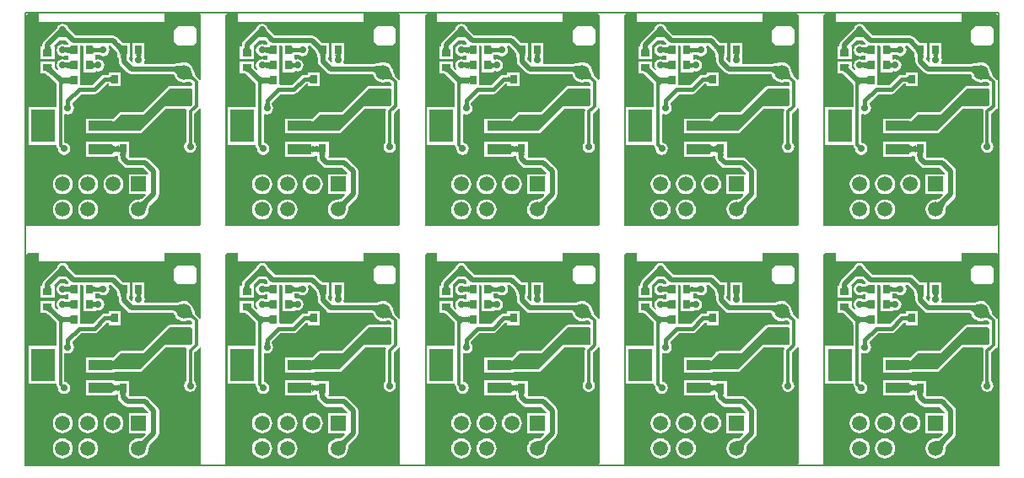
<source format=gbl>
G04 Layer_Physical_Order=2*
G04 Layer_Color=16711680*
%FSLAX24Y24*%
%MOIN*%
G70*
G01*
G75*
%ADD12R,0.0354X0.0276*%
%ADD15C,0.0118*%
%ADD16C,0.0157*%
%ADD17C,0.0197*%
%ADD18C,0.0079*%
%ADD19R,0.0591X0.0591*%
%ADD20C,0.0591*%
%ADD21R,0.0591X0.0591*%
%ADD22C,0.0276*%
%ADD23R,0.0276X0.0354*%
%ADD24R,0.0315X0.0354*%
%ADD25R,0.0354X0.0315*%
%ADD26R,0.0945X0.1299*%
%ADD27R,0.0945X0.0394*%
G36*
X7010Y6692D02*
X7059Y6550D01*
X7071Y6523D01*
X7096Y6479D01*
X7108Y6462D01*
X7120Y6448D01*
X7061Y6340D01*
X7042Y6356D01*
X7022Y6370D01*
X7000Y6380D01*
X6976Y6388D01*
X6950Y6393D01*
X6923Y6395D01*
X6894Y6394D01*
X6862Y6391D01*
X6830Y6385D01*
X6795Y6376D01*
X6998Y6736D01*
X7010Y6692D01*
D02*
G37*
G36*
X3851Y6222D02*
X3849Y6237D01*
X3844Y6251D01*
X3837Y6263D01*
X3825Y6273D01*
X3811Y6281D01*
X3794Y6289D01*
X3773Y6294D01*
X3749Y6298D01*
X3722Y6300D01*
X3692Y6301D01*
Y6459D01*
X3722Y6459D01*
X3749Y6462D01*
X3773Y6466D01*
X3794Y6471D01*
X3811Y6478D01*
X3825Y6487D01*
X3837Y6497D01*
X3844Y6509D01*
X3849Y6522D01*
X3851Y6537D01*
Y6222D01*
D02*
G37*
G36*
X1495Y6924D02*
X1488Y6907D01*
X1487Y6887D01*
X1492Y6864D01*
X1503Y6838D01*
X1519Y6808D01*
X1542Y6776D01*
X1571Y6740D01*
X1647Y6659D01*
X1468Y6559D01*
X1429Y6596D01*
X1359Y6655D01*
X1328Y6677D01*
X1299Y6693D01*
X1272Y6704D01*
X1248Y6711D01*
X1226Y6712D01*
X1207Y6707D01*
X1190Y6698D01*
X1507Y6937D01*
X1495Y6924D01*
D02*
G37*
G36*
X2250Y6754D02*
X2248Y6769D01*
X2242Y6782D01*
X2232Y6794D01*
X2218Y6804D01*
X2200Y6812D01*
X2179Y6819D01*
X2153Y6825D01*
X2124Y6828D01*
X2090Y6831D01*
X2053Y6831D01*
Y7028D01*
X2090Y7029D01*
X2153Y7035D01*
X2179Y7041D01*
X2200Y7048D01*
X2218Y7056D01*
X2232Y7066D01*
X2242Y7078D01*
X2248Y7091D01*
X2250Y7106D01*
Y6754D01*
D02*
G37*
G36*
X6432Y6569D02*
X6423Y6592D01*
X6411Y6613D01*
X6398Y6632D01*
X6382Y6648D01*
X6364Y6662D01*
X6344Y6673D01*
X6322Y6682D01*
X6297Y6688D01*
X6271Y6692D01*
X6242Y6693D01*
X6271Y6890D01*
X6313Y6890D01*
X6462Y6901D01*
X6495Y6907D01*
X6556Y6920D01*
X6584Y6927D01*
X6610Y6936D01*
X6432Y6569D01*
D02*
G37*
G36*
X7028Y3904D02*
X7029Y3890D01*
X7031Y3878D01*
X7034Y3866D01*
X7037Y3855D01*
X7041Y3844D01*
X7046Y3834D01*
X7052Y3825D01*
X7058Y3817D01*
X7065Y3809D01*
X6872D01*
X6879Y3817D01*
X6886Y3825D01*
X6891Y3834D01*
X6896Y3844D01*
X6900Y3855D01*
X6903Y3866D01*
X6906Y3878D01*
X6908Y3890D01*
X6909Y3904D01*
X6909Y3918D01*
X7028D01*
X7028Y3904D01*
D02*
G37*
G36*
X1888Y3808D02*
X1917Y3783D01*
X1926Y3777D01*
X1934Y3772D01*
X1941Y3769D01*
X1948Y3767D01*
X1955Y3766D01*
X1961Y3766D01*
X1845Y3651D01*
X1846Y3657D01*
X1845Y3663D01*
X1842Y3670D01*
X1839Y3677D01*
X1834Y3686D01*
X1829Y3694D01*
X1822Y3703D01*
X1804Y3724D01*
X1793Y3735D01*
X1877Y3818D01*
X1888Y3808D01*
D02*
G37*
G36*
X7037Y5974D02*
Y5374D01*
X7037D01*
X6988Y5325D01*
X5955D01*
X4980Y4350D01*
X3896D01*
X3894Y4334D01*
Y4350D01*
X2972D01*
X2992Y4705D01*
X3894D01*
Y4726D01*
X3896Y4707D01*
X3897Y4705D01*
X3947D01*
X4222Y4980D01*
X5118D01*
X6152Y6014D01*
X6998D01*
X7037Y5974D01*
D02*
G37*
G36*
X1766Y6541D02*
X1796Y6517D01*
X1826Y6497D01*
X1858Y6478D01*
X1891Y6463D01*
X1926Y6451D01*
X1961Y6441D01*
X1997Y6434D01*
X2035Y6430D01*
X2066Y6429D01*
X2090Y6429D01*
X2153Y6435D01*
X2179Y6441D01*
X2200Y6448D01*
X2218Y6456D01*
X2232Y6466D01*
X2242Y6478D01*
X2248Y6491D01*
X2250Y6506D01*
Y6154D01*
X2248Y6169D01*
X2242Y6182D01*
X2232Y6194D01*
X2218Y6204D01*
X2200Y6212D01*
X2179Y6219D01*
X2153Y6225D01*
X2124Y6228D01*
X2090Y6231D01*
X2077Y6231D01*
X2055Y6230D01*
X2021Y6227D01*
X1992Y6221D01*
X1966Y6213D01*
X1944Y6202D01*
X1927Y6189D01*
X1913Y6174D01*
X1903Y6156D01*
X1897Y6136D01*
X1897Y6128D01*
X1895Y6054D01*
X1777D01*
X1767Y6260D01*
X1855D01*
X1836Y6330D01*
X1738Y6568D01*
X1766Y6541D01*
D02*
G37*
G36*
X2210Y5410D02*
X2213Y5372D01*
X2215Y5361D01*
X2217Y5352D01*
X2219Y5344D01*
X2222Y5338D01*
X2225Y5332D01*
X2228Y5328D01*
X2035D01*
X2038Y5332D01*
X2041Y5338D01*
X2044Y5344D01*
X2046Y5352D01*
X2048Y5361D01*
X2050Y5372D01*
X2052Y5396D01*
X2053Y5426D01*
X2210D01*
X2210Y5410D01*
D02*
G37*
G36*
X1431Y7698D02*
X1436Y7644D01*
X1441Y7622D01*
X1447Y7603D01*
X1455Y7588D01*
X1464Y7576D01*
X1475Y7567D01*
X1486Y7562D01*
X1500Y7561D01*
X1163D01*
X1177Y7562D01*
X1188Y7567D01*
X1199Y7576D01*
X1208Y7588D01*
X1216Y7603D01*
X1222Y7622D01*
X1227Y7644D01*
X1230Y7669D01*
X1232Y7698D01*
X1233Y7730D01*
X1430D01*
X1431Y7698D01*
D02*
G37*
G36*
X3433Y7433D02*
X3429Y7437D01*
X3424Y7440D01*
X3417Y7442D01*
X3409Y7445D01*
X3400Y7447D01*
X3390Y7448D01*
X3365Y7450D01*
X3336Y7451D01*
X3336Y7609D01*
X3351Y7609D01*
X3390Y7612D01*
X3400Y7613D01*
X3409Y7615D01*
X3417Y7617D01*
X3424Y7620D01*
X3429Y7623D01*
X3433Y7626D01*
X3433Y7433D01*
D02*
G37*
G36*
X7392Y8917D02*
Y6376D01*
X7342Y6361D01*
X7319Y6394D01*
X7186Y6528D01*
X7182Y6533D01*
X7162Y6569D01*
X7154Y6588D01*
X7107Y6723D01*
X7099Y6752D01*
X7098Y6763D01*
X7058Y6859D01*
X6995Y6941D01*
X6912Y7005D01*
X6816Y7045D01*
X6713Y7058D01*
X6609Y7045D01*
X6583Y7034D01*
X6577Y7033D01*
X6554Y7025D01*
X6532Y7019D01*
X6477Y7007D01*
X6451Y7003D01*
X6329Y6994D01*
X5179D01*
X5165Y7019D01*
X5157Y7044D01*
X5174Y7130D01*
X5159Y7203D01*
X5165Y7253D01*
X5165Y7253D01*
X5165Y7253D01*
Y7350D01*
X5165Y7354D01*
X5165Y7358D01*
Y7807D01*
X4689D01*
Y7358D01*
X4688Y7354D01*
X4689Y7350D01*
Y7253D01*
X4689Y7253D01*
X4689D01*
X4704Y7203D01*
X4689Y7130D01*
X4698Y7086D01*
X4652Y7062D01*
X4539Y7175D01*
Y7224D01*
X4540Y7250D01*
X4540Y7253D01*
X4574D01*
Y7350D01*
X4575Y7354D01*
X4574Y7358D01*
Y7807D01*
X4313D01*
X4299Y7817D01*
X4238Y7869D01*
X4058Y8049D01*
X3993Y8092D01*
X3915Y8108D01*
X2440D01*
X2163Y8384D01*
X2155Y8423D01*
X2103Y8501D01*
X2024Y8554D01*
X1931Y8572D01*
X1839Y8554D01*
X1760Y8501D01*
X1708Y8423D01*
X1700Y8384D01*
X1188Y7873D01*
X1145Y7807D01*
X1129Y7730D01*
Y7685D01*
X1129Y7680D01*
X1127Y7663D01*
X1054D01*
Y7187D01*
X1609D01*
Y7663D01*
X1609Y7663D01*
X1609D01*
X1595Y7707D01*
X1816Y7928D01*
X2047D01*
X2127Y7848D01*
X2148Y7807D01*
X2148D01*
X2148Y7807D01*
Y7739D01*
X2138Y7736D01*
X2097Y7732D01*
X2057D01*
X2024Y7754D01*
X1931Y7772D01*
X1839Y7754D01*
X1760Y7701D01*
X1708Y7623D01*
X1689Y7530D01*
X1708Y7437D01*
X1760Y7358D01*
X1839Y7306D01*
X1931Y7287D01*
X2024Y7306D01*
X2057Y7328D01*
X2101D01*
X2148Y7316D01*
Y7257D01*
X2148Y7253D01*
Y7207D01*
X2148Y7203D01*
Y7139D01*
X2138Y7136D01*
X2097Y7132D01*
X2057D01*
X2024Y7154D01*
X1931Y7172D01*
X1839Y7154D01*
X1760Y7101D01*
X1708Y7023D01*
X1689Y6930D01*
X1708Y6837D01*
X1751Y6772D01*
X1712Y6740D01*
X1683Y6769D01*
X1648Y6807D01*
X1624Y6837D01*
X1609Y6859D01*
Y6935D01*
X1609Y6940D01*
X1609Y6943D01*
Y7072D01*
X1054D01*
Y6597D01*
X1199D01*
X1201Y6597D01*
X1201Y6597D01*
X1262D01*
X1274Y6590D01*
X1298Y6574D01*
X1352Y6528D01*
X1667Y6213D01*
X1674Y6074D01*
Y5361D01*
X1672Y5353D01*
Y5280D01*
X567D01*
Y3780D01*
X1672D01*
Y3777D01*
X1685Y3715D01*
X1720Y3662D01*
X1739Y3644D01*
X1741Y3641D01*
X1739Y3630D01*
X1758Y3537D01*
X1810Y3458D01*
X1889Y3406D01*
X1981Y3387D01*
X2074Y3406D01*
X2153Y3458D01*
X2205Y3537D01*
X2224Y3630D01*
X2205Y3723D01*
X2153Y3801D01*
X2074Y3854D01*
X1997Y3869D01*
Y4980D01*
X2047Y5004D01*
X2131Y4987D01*
X2224Y5006D01*
X2303Y5058D01*
X2355Y5137D01*
X2374Y5230D01*
X2355Y5323D01*
X2314Y5384D01*
X2314Y5394D01*
Y5454D01*
X2651Y5792D01*
X3189D01*
X3189Y5792D01*
X3258Y5806D01*
X3317Y5845D01*
X3670Y6198D01*
X3726D01*
X3736Y6197D01*
X3748Y6195D01*
Y6103D01*
X4224D01*
Y6657D01*
X3748D01*
Y6565D01*
X3736Y6563D01*
X3726Y6562D01*
X3595D01*
X3595Y6562D01*
X3525Y6548D01*
X3466Y6509D01*
X3466Y6509D01*
X3113Y6156D01*
X2659D01*
X2624Y6192D01*
Y6603D01*
X2624Y6607D01*
Y6653D01*
X2624Y6657D01*
Y7203D01*
X2624Y7207D01*
Y7253D01*
X2624Y7257D01*
Y7703D01*
X2704D01*
X2739Y7668D01*
Y7257D01*
X2739Y7253D01*
Y7207D01*
X2739Y7203D01*
Y6653D01*
X3215D01*
Y6666D01*
X3265Y6701D01*
X3331Y6687D01*
X3424Y6706D01*
X3503Y6758D01*
X3555Y6837D01*
X3574Y6930D01*
X3555Y7023D01*
X3503Y7101D01*
X3424Y7154D01*
X3331Y7172D01*
X3265Y7159D01*
X3215Y7193D01*
Y7203D01*
X3215Y7207D01*
Y7253D01*
X3215Y7257D01*
Y7345D01*
X3227Y7347D01*
X3237Y7348D01*
X3370D01*
X3377Y7347D01*
X3439Y7306D01*
X3532Y7287D01*
X3624Y7306D01*
X3703Y7358D01*
X3755Y7437D01*
X3774Y7530D01*
X3755Y7623D01*
X3735Y7653D01*
X3762Y7703D01*
X3832D01*
X4021Y7514D01*
X4031Y7502D01*
X4048Y7479D01*
X4063Y7458D01*
X4074Y7438D01*
X4083Y7419D01*
X4090Y7401D01*
X4094Y7384D01*
X4097Y7369D01*
X4098Y7348D01*
X4098Y7346D01*
Y7253D01*
X4131D01*
X4134Y7215D01*
Y7091D01*
X4149Y7014D01*
X4193Y6948D01*
X4490Y6651D01*
X4556Y6607D01*
X4633Y6591D01*
X5057D01*
X5068Y6589D01*
X6269D01*
X6278Y6588D01*
X6291Y6584D01*
X6301Y6581D01*
X6308Y6576D01*
X6314Y6572D01*
X6319Y6566D01*
X6325Y6559D01*
X6330Y6550D01*
X6337Y6532D01*
X6340Y6527D01*
X6367Y6460D01*
X6431Y6378D01*
X6513Y6314D01*
X6609Y6274D01*
X6713Y6261D01*
X6816Y6274D01*
X6826Y6279D01*
X6852Y6285D01*
X6877Y6290D01*
X6900Y6292D01*
X6920Y6293D01*
X6937Y6292D01*
X6951Y6289D01*
X6962Y6285D01*
X6972Y6281D01*
X6979Y6276D01*
X7043Y6212D01*
Y6158D01*
X6998Y6116D01*
X6152D01*
X6113Y6108D01*
X6079Y6086D01*
X5076Y5082D01*
X4222D01*
X4183Y5075D01*
X4150Y5052D01*
X4110Y5012D01*
X4104D01*
Y5006D01*
X3925Y4827D01*
X3898D01*
X3894Y4828D01*
X3891Y4827D01*
X3886D01*
X3884Y4827D01*
X3883Y4827D01*
X2851D01*
Y4233D01*
X3883D01*
X3884Y4233D01*
X3886Y4233D01*
X3891D01*
X3894Y4232D01*
X3898Y4233D01*
X3996D01*
Y4248D01*
X4980D01*
X5019Y4256D01*
X5052Y4278D01*
X5997Y5223D01*
X6799D01*
X6826Y5173D01*
X6819Y5162D01*
X6806Y5100D01*
Y3900D01*
X6806Y3896D01*
X6805Y3891D01*
X6804Y3888D01*
X6803Y3886D01*
X6797Y3882D01*
X6745Y3803D01*
X6726Y3711D01*
X6745Y3618D01*
X6797Y3539D01*
X6876Y3487D01*
X6969Y3468D01*
X7061Y3487D01*
X7140Y3539D01*
X7193Y3618D01*
X7211Y3711D01*
X7193Y3803D01*
X7140Y3882D01*
X7134Y3886D01*
X7133Y3888D01*
X7132Y3891D01*
X7131Y3896D01*
X7131Y3900D01*
Y5026D01*
X7169Y5051D01*
X7319Y5202D01*
X7342Y5235D01*
X7392Y5220D01*
Y640D01*
X7343Y591D01*
X492D01*
Y8898D01*
X571Y8976D01*
X984D01*
Y8632D01*
X5945D01*
Y8976D01*
X7333D01*
X7392Y8917D01*
D02*
G37*
G36*
X2231Y8030D02*
X1631D01*
X1631Y8030D01*
X1931Y8330D01*
X2231Y8030D01*
D02*
G37*
G36*
X3115Y7672D02*
X3120Y7659D01*
X3128Y7647D01*
X3139Y7637D01*
X3153Y7628D01*
X3170Y7621D01*
X3191Y7616D01*
X3214Y7612D01*
X3241Y7609D01*
X3271Y7609D01*
Y7451D01*
X3241Y7450D01*
X3214Y7448D01*
X3191Y7444D01*
X3170Y7439D01*
X3153Y7431D01*
X3139Y7423D01*
X3128Y7413D01*
X3120Y7401D01*
X3115Y7387D01*
X3113Y7372D01*
Y7687D01*
X3115Y7672D01*
D02*
G37*
G36*
Y7072D02*
X3120Y7059D01*
X3128Y7047D01*
X3139Y7037D01*
X3153Y7028D01*
X3170Y7021D01*
X3191Y7016D01*
X3203Y7014D01*
X3209Y7015D01*
X3217Y7017D01*
X3224Y7020D01*
X3229Y7023D01*
X3233Y7026D01*
Y7010D01*
X3241Y7009D01*
X3271Y7009D01*
Y6851D01*
X3241Y6850D01*
X3233Y6850D01*
Y6833D01*
X3229Y6837D01*
X3224Y6840D01*
X3217Y6842D01*
X3209Y6845D01*
X3203Y6846D01*
X3191Y6844D01*
X3170Y6839D01*
X3153Y6831D01*
X3139Y6823D01*
X3128Y6813D01*
X3120Y6801D01*
X3115Y6787D01*
X3113Y6772D01*
Y7087D01*
X3115Y7072D01*
D02*
G37*
G36*
X4159Y7802D02*
X4236Y7736D01*
X4270Y7713D01*
X4299Y7695D01*
X4325Y7684D01*
X4348Y7680D01*
X4367Y7682D01*
X4382Y7690D01*
X4393Y7705D01*
X4200Y7354D01*
X4473D01*
X4466Y7352D01*
X4459Y7346D01*
X4453Y7336D01*
X4448Y7322D01*
X4444Y7305D01*
X4441Y7283D01*
X4438Y7258D01*
X4435Y7195D01*
X4435Y7157D01*
X4238D01*
X4237Y7195D01*
X4232Y7283D01*
X4228Y7305D01*
X4224Y7322D01*
X4219Y7336D01*
X4213Y7346D01*
X4207Y7352D01*
X4200Y7354D01*
X4198Y7380D01*
X4194Y7406D01*
X4187Y7432D01*
X4177Y7458D01*
X4165Y7485D01*
X4150Y7512D01*
X4131Y7539D01*
X4111Y7566D01*
X4087Y7594D01*
X4060Y7621D01*
X4115Y7845D01*
X4159Y7802D01*
D02*
G37*
G36*
X2250Y7354D02*
X2248Y7369D01*
X2242Y7382D01*
X2232Y7394D01*
X2218Y7404D01*
X2200Y7412D01*
X2179Y7419D01*
X2153Y7425D01*
X2124Y7428D01*
X2090Y7431D01*
X2053Y7431D01*
Y7628D01*
X2090Y7629D01*
X2153Y7635D01*
X2179Y7641D01*
X2200Y7648D01*
X2218Y7656D01*
X2232Y7666D01*
X2242Y7678D01*
X2248Y7691D01*
X2250Y7706D01*
Y7354D01*
D02*
G37*
G36*
X5052Y7352D02*
X5043Y7348D01*
X5034Y7340D01*
X5026Y7329D01*
X5020Y7315D01*
X5015Y7297D01*
X5011Y7277D01*
X5010Y7268D01*
X5010Y7265D01*
X5012Y7255D01*
X5015Y7248D01*
X5018Y7241D01*
X5021Y7236D01*
X5025Y7232D01*
X5006Y7231D01*
X5006Y7226D01*
X5006Y7196D01*
X4848D01*
X4847Y7225D01*
X4832Y7225D01*
X4835Y7229D01*
X4838Y7234D01*
X4840Y7241D01*
X4842Y7249D01*
X4844Y7258D01*
X4844Y7260D01*
X4843Y7277D01*
X4839Y7297D01*
X4834Y7315D01*
X4827Y7329D01*
X4820Y7340D01*
X4811Y7348D01*
X4801Y7352D01*
X4790Y7354D01*
X5063D01*
X5052Y7352D01*
D02*
G37*
%LPC*%
G36*
X2932Y2629D02*
X2828Y2615D01*
X2732Y2575D01*
X2650Y2512D01*
X2586Y2429D01*
X2546Y2333D01*
X2533Y2230D01*
X2546Y2127D01*
X2586Y2031D01*
X2650Y1948D01*
X2732Y1885D01*
X2828Y1845D01*
X2932Y1831D01*
X3035Y1845D01*
X3131Y1885D01*
X3213Y1948D01*
X3277Y2031D01*
X3317Y2127D01*
X3330Y2230D01*
X3317Y2333D01*
X3277Y2429D01*
X3213Y2512D01*
X3131Y2575D01*
X3035Y2615D01*
X2932Y2629D01*
D02*
G37*
G36*
X1931D02*
X1828Y2615D01*
X1732Y2575D01*
X1650Y2512D01*
X1586Y2429D01*
X1546Y2333D01*
X1533Y2230D01*
X1546Y2127D01*
X1586Y2031D01*
X1650Y1948D01*
X1732Y1885D01*
X1828Y1845D01*
X1931Y1831D01*
X2035Y1845D01*
X2131Y1885D01*
X2213Y1948D01*
X2277Y2031D01*
X2317Y2127D01*
X2330Y2230D01*
X2317Y2333D01*
X2277Y2429D01*
X2213Y2512D01*
X2131Y2575D01*
X2035Y2615D01*
X1931Y2629D01*
D02*
G37*
G36*
Y1629D02*
X1828Y1615D01*
X1732Y1575D01*
X1650Y1512D01*
X1586Y1429D01*
X1546Y1333D01*
X1533Y1230D01*
X1546Y1127D01*
X1586Y1031D01*
X1650Y948D01*
X1732Y885D01*
X1828Y845D01*
X1931Y831D01*
X2035Y845D01*
X2131Y885D01*
X2213Y948D01*
X2277Y1031D01*
X2317Y1127D01*
X2330Y1230D01*
X2317Y1333D01*
X2277Y1429D01*
X2213Y1512D01*
X2131Y1575D01*
X2035Y1615D01*
X1931Y1629D01*
D02*
G37*
G36*
X2932D02*
X2828Y1615D01*
X2732Y1575D01*
X2650Y1512D01*
X2586Y1429D01*
X2546Y1333D01*
X2533Y1230D01*
X2546Y1127D01*
X2586Y1031D01*
X2650Y948D01*
X2732Y885D01*
X2828Y845D01*
X2932Y831D01*
X3035Y845D01*
X3131Y885D01*
X3213Y948D01*
X3277Y1031D01*
X3317Y1127D01*
X3330Y1230D01*
X3317Y1333D01*
X3277Y1429D01*
X3213Y1512D01*
X3131Y1575D01*
X3035Y1615D01*
X2932Y1629D01*
D02*
G37*
G36*
X3894Y3922D02*
X3891Y3921D01*
X3886D01*
X3884Y3921D01*
X3883Y3921D01*
X2851D01*
Y3328D01*
X3883D01*
X3884Y3327D01*
X3886Y3328D01*
X3891D01*
X3894Y3327D01*
X3898Y3328D01*
X3996D01*
Y3343D01*
X4023Y3358D01*
X4040Y3355D01*
X4048Y3353D01*
Y3353D01*
X4100D01*
X4101Y3346D01*
X4104Y3309D01*
Y3256D01*
X4119Y3178D01*
X4163Y3112D01*
X4338Y2937D01*
X4404Y2893D01*
X4482Y2878D01*
X5098D01*
X5300Y2675D01*
X5279Y2625D01*
X4536D01*
Y1835D01*
X5185D01*
X5204Y1788D01*
X5091Y1675D01*
X5083Y1669D01*
X5068Y1659D01*
X5052Y1651D01*
X5036Y1644D01*
X5018Y1638D01*
X5000Y1633D01*
X4980Y1630D01*
X4958Y1628D01*
X4941Y1627D01*
X4931Y1629D01*
X4828Y1615D01*
X4732Y1575D01*
X4650Y1512D01*
X4586Y1429D01*
X4546Y1333D01*
X4533Y1230D01*
X4546Y1127D01*
X4586Y1031D01*
X4650Y948D01*
X4732Y885D01*
X4828Y845D01*
X4931Y831D01*
X5035Y845D01*
X5131Y885D01*
X5213Y948D01*
X5277Y1031D01*
X5317Y1127D01*
X5330Y1230D01*
X5329Y1240D01*
X5329Y1257D01*
X5331Y1278D01*
X5335Y1298D01*
X5339Y1317D01*
X5345Y1334D01*
X5352Y1351D01*
X5361Y1367D01*
X5371Y1382D01*
X5377Y1389D01*
X5675Y1687D01*
X5718Y1752D01*
X5734Y1830D01*
Y2730D01*
X5718Y2807D01*
X5675Y2873D01*
X5325Y3223D01*
X5259Y3267D01*
X5181Y3282D01*
X4589D01*
X4554Y3328D01*
X4563Y3353D01*
X4563D01*
Y3450D01*
X4564Y3454D01*
X4563Y3458D01*
Y3907D01*
X4153D01*
X4150Y3908D01*
X4146Y3907D01*
X4048D01*
X4048Y3907D01*
X4024Y3898D01*
X3996Y3916D01*
Y3921D01*
X3898D01*
X3894Y3922D01*
D02*
G37*
G36*
X7106Y8474D02*
X6486D01*
X6329Y8317D01*
Y7884D01*
X6486Y7726D01*
X7106D01*
X7224Y7844D01*
Y8356D01*
X7106Y8474D01*
D02*
G37*
G36*
X3932Y2629D02*
X3828Y2615D01*
X3732Y2575D01*
X3650Y2512D01*
X3586Y2429D01*
X3546Y2333D01*
X3533Y2230D01*
X3546Y2127D01*
X3586Y2031D01*
X3650Y1948D01*
X3732Y1885D01*
X3828Y1845D01*
X3932Y1831D01*
X4035Y1845D01*
X4131Y1885D01*
X4213Y1948D01*
X4277Y2031D01*
X4317Y2127D01*
X4330Y2230D01*
X4317Y2333D01*
X4277Y2429D01*
X4213Y2512D01*
X4131Y2575D01*
X4035Y2615D01*
X3932Y2629D01*
D02*
G37*
%LPD*%
G36*
X3896Y3802D02*
X3902Y3785D01*
X3912Y3770D01*
X3926Y3758D01*
X3944Y3747D01*
X3965Y3738D01*
X3991Y3732D01*
X4020Y3727D01*
X4053Y3730D01*
X4079Y3736D01*
X4100Y3744D01*
X4118Y3753D01*
X4132Y3764D01*
X4142Y3776D01*
X4148Y3790D01*
X4150Y3806D01*
Y3454D01*
X4462D01*
X4451Y3452D01*
X4441Y3446D01*
X4433Y3436D01*
X4425Y3422D01*
X4419Y3405D01*
X4414Y3383D01*
X4410Y3358D01*
X4407Y3328D01*
X4404Y3257D01*
X4207D01*
X4207Y3295D01*
X4202Y3358D01*
X4198Y3383D01*
X4193Y3405D01*
X4187Y3422D01*
X4179Y3436D01*
X4170Y3446D01*
X4161Y3452D01*
X4150Y3454D01*
X4148Y3468D01*
X4142Y3480D01*
X4132Y3491D01*
X4118Y3500D01*
X4100Y3508D01*
X4079Y3514D01*
X4053Y3519D01*
X4027Y3523D01*
X4020Y3522D01*
X3991Y3517D01*
X3965Y3510D01*
X3944Y3502D01*
X3926Y3491D01*
X3912Y3478D01*
X3902Y3464D01*
X3896Y3447D01*
X3894Y3429D01*
Y3820D01*
X3896Y3802D01*
D02*
G37*
G36*
X5323Y1482D02*
X5305Y1462D01*
X5288Y1441D01*
X5273Y1419D01*
X5261Y1395D01*
X5250Y1371D01*
X5241Y1346D01*
X5235Y1319D01*
X5230Y1291D01*
X5227Y1263D01*
X5227Y1233D01*
X4934Y1525D01*
X4964Y1526D01*
X4993Y1529D01*
X5021Y1533D01*
X5047Y1540D01*
X5073Y1549D01*
X5097Y1559D01*
X5120Y1572D01*
X5143Y1586D01*
X5164Y1603D01*
X5184Y1622D01*
X5323Y1482D01*
D02*
G37*
G36*
X14884Y6692D02*
X14933Y6550D01*
X14945Y6523D01*
X14970Y6479D01*
X14982Y6462D01*
X14994Y6448D01*
X14935Y6340D01*
X14916Y6356D01*
X14896Y6370D01*
X14874Y6380D01*
X14850Y6388D01*
X14824Y6393D01*
X14797Y6395D01*
X14768Y6394D01*
X14737Y6391D01*
X14704Y6385D01*
X14669Y6376D01*
X14872Y6736D01*
X14884Y6692D01*
D02*
G37*
G36*
X11725Y6222D02*
X11723Y6237D01*
X11718Y6251D01*
X11711Y6263D01*
X11699Y6273D01*
X11685Y6281D01*
X11668Y6289D01*
X11647Y6294D01*
X11623Y6298D01*
X11596Y6300D01*
X11566Y6301D01*
Y6459D01*
X11596Y6459D01*
X11623Y6462D01*
X11647Y6466D01*
X11668Y6471D01*
X11685Y6478D01*
X11699Y6487D01*
X11711Y6497D01*
X11718Y6509D01*
X11723Y6522D01*
X11725Y6537D01*
Y6222D01*
D02*
G37*
G36*
X9369Y6924D02*
X9362Y6907D01*
X9361Y6887D01*
X9366Y6864D01*
X9377Y6838D01*
X9393Y6808D01*
X9416Y6776D01*
X9445Y6740D01*
X9521Y6659D01*
X9342Y6559D01*
X9304Y6596D01*
X9233Y6655D01*
X9202Y6677D01*
X9173Y6693D01*
X9146Y6704D01*
X9122Y6711D01*
X9100Y6712D01*
X9081Y6707D01*
X9064Y6698D01*
X9381Y6937D01*
X9369Y6924D01*
D02*
G37*
G36*
X10124Y6754D02*
X10122Y6769D01*
X10116Y6782D01*
X10106Y6794D01*
X10092Y6804D01*
X10074Y6812D01*
X10053Y6819D01*
X10027Y6825D01*
X9998Y6828D01*
X9964Y6831D01*
X9927Y6831D01*
Y7028D01*
X9964Y7029D01*
X10027Y7035D01*
X10053Y7041D01*
X10074Y7048D01*
X10092Y7056D01*
X10106Y7066D01*
X10116Y7078D01*
X10122Y7091D01*
X10124Y7106D01*
Y6754D01*
D02*
G37*
G36*
X14306Y6569D02*
X14297Y6592D01*
X14285Y6613D01*
X14272Y6632D01*
X14256Y6648D01*
X14238Y6662D01*
X14218Y6673D01*
X14196Y6682D01*
X14171Y6688D01*
X14145Y6692D01*
X14116Y6693D01*
X14145Y6890D01*
X14187Y6890D01*
X14336Y6901D01*
X14369Y6907D01*
X14430Y6920D01*
X14458Y6927D01*
X14484Y6936D01*
X14306Y6569D01*
D02*
G37*
G36*
X14902Y3904D02*
X14903Y3890D01*
X14905Y3878D01*
X14908Y3866D01*
X14911Y3855D01*
X14915Y3844D01*
X14920Y3834D01*
X14926Y3825D01*
X14932Y3817D01*
X14939Y3809D01*
X14746D01*
X14753Y3817D01*
X14760Y3825D01*
X14765Y3834D01*
X14770Y3844D01*
X14774Y3855D01*
X14777Y3866D01*
X14780Y3878D01*
X14782Y3890D01*
X14783Y3904D01*
X14783Y3918D01*
X14902D01*
X14902Y3904D01*
D02*
G37*
G36*
X9762Y3808D02*
X9791Y3783D01*
X9800Y3777D01*
X9808Y3772D01*
X9815Y3769D01*
X9822Y3767D01*
X9829Y3766D01*
X9835Y3766D01*
X9719Y3651D01*
X9720Y3657D01*
X9719Y3663D01*
X9716Y3670D01*
X9713Y3677D01*
X9708Y3686D01*
X9703Y3694D01*
X9696Y3703D01*
X9678Y3724D01*
X9667Y3735D01*
X9751Y3818D01*
X9762Y3808D01*
D02*
G37*
G36*
X14911Y5974D02*
Y5374D01*
X14911D01*
X14862Y5325D01*
X13829D01*
X12854Y4350D01*
X11770D01*
X11768Y4334D01*
Y4350D01*
X10846D01*
X10866Y4705D01*
X11768D01*
Y4726D01*
X11770Y4707D01*
X11771Y4705D01*
X11821D01*
X12096Y4980D01*
X12992D01*
X14026Y6014D01*
X14872D01*
X14911Y5974D01*
D02*
G37*
G36*
X9640Y6541D02*
X9670Y6517D01*
X9701Y6497D01*
X9732Y6478D01*
X9765Y6463D01*
X9800Y6451D01*
X9835Y6441D01*
X9871Y6434D01*
X9909Y6430D01*
X9940Y6429D01*
X9964Y6429D01*
X10027Y6435D01*
X10053Y6441D01*
X10074Y6448D01*
X10092Y6456D01*
X10106Y6466D01*
X10116Y6478D01*
X10122Y6491D01*
X10124Y6506D01*
Y6154D01*
X10122Y6169D01*
X10116Y6182D01*
X10106Y6194D01*
X10092Y6204D01*
X10074Y6212D01*
X10053Y6219D01*
X10027Y6225D01*
X9998Y6228D01*
X9964Y6231D01*
X9951Y6231D01*
X9929Y6230D01*
X9895Y6227D01*
X9866Y6221D01*
X9840Y6213D01*
X9819Y6202D01*
X9801Y6189D01*
X9787Y6174D01*
X9777Y6156D01*
X9771Y6136D01*
X9771Y6128D01*
X9769Y6054D01*
X9651D01*
X9641Y6260D01*
X9729D01*
X9710Y6330D01*
X9612Y6568D01*
X9640Y6541D01*
D02*
G37*
G36*
X10084Y5410D02*
X10087Y5372D01*
X10089Y5361D01*
X10091Y5352D01*
X10093Y5344D01*
X10096Y5338D01*
X10099Y5332D01*
X10102Y5328D01*
X9909D01*
X9912Y5332D01*
X9915Y5338D01*
X9918Y5344D01*
X9920Y5352D01*
X9922Y5361D01*
X9924Y5372D01*
X9926Y5396D01*
X9927Y5426D01*
X10084D01*
X10084Y5410D01*
D02*
G37*
G36*
X9305Y7698D02*
X9310Y7644D01*
X9315Y7622D01*
X9321Y7603D01*
X9329Y7588D01*
X9338Y7576D01*
X9349Y7567D01*
X9360Y7562D01*
X9374Y7561D01*
X9037D01*
X9051Y7562D01*
X9062Y7567D01*
X9073Y7576D01*
X9082Y7588D01*
X9090Y7603D01*
X9096Y7622D01*
X9101Y7644D01*
X9104Y7669D01*
X9106Y7698D01*
X9107Y7730D01*
X9304D01*
X9305Y7698D01*
D02*
G37*
G36*
X11307Y7433D02*
X11303Y7437D01*
X11298Y7440D01*
X11291Y7442D01*
X11283Y7445D01*
X11274Y7447D01*
X11264Y7448D01*
X11239Y7450D01*
X11210Y7451D01*
X11210Y7609D01*
X11225Y7609D01*
X11264Y7612D01*
X11274Y7613D01*
X11283Y7615D01*
X11291Y7617D01*
X11298Y7620D01*
X11303Y7623D01*
X11307Y7626D01*
X11307Y7433D01*
D02*
G37*
G36*
X15266Y8917D02*
Y6376D01*
X15216Y6361D01*
X15193Y6394D01*
X15060Y6528D01*
X15056Y6533D01*
X15036Y6569D01*
X15028Y6588D01*
X14981Y6723D01*
X14973Y6752D01*
X14972Y6763D01*
X14932Y6859D01*
X14869Y6941D01*
X14786Y7005D01*
X14690Y7045D01*
X14587Y7058D01*
X14483Y7045D01*
X14457Y7034D01*
X14451Y7033D01*
X14428Y7025D01*
X14406Y7019D01*
X14351Y7007D01*
X14325Y7003D01*
X14203Y6994D01*
X13053D01*
X13039Y7019D01*
X13031Y7044D01*
X13048Y7130D01*
X13033Y7203D01*
X13039Y7253D01*
X13039Y7253D01*
X13039Y7253D01*
Y7350D01*
X13039Y7354D01*
X13039Y7358D01*
Y7807D01*
X12563D01*
Y7358D01*
X12562Y7354D01*
X12563Y7350D01*
Y7253D01*
X12563Y7253D01*
X12563D01*
X12578Y7203D01*
X12563Y7130D01*
X12572Y7086D01*
X12526Y7062D01*
X12413Y7175D01*
Y7224D01*
X12414Y7250D01*
X12414Y7253D01*
X12448D01*
Y7350D01*
X12449Y7354D01*
X12448Y7358D01*
Y7807D01*
X12187D01*
X12173Y7817D01*
X12112Y7869D01*
X11932Y8049D01*
X11867Y8092D01*
X11789Y8108D01*
X10314D01*
X10037Y8384D01*
X10030Y8423D01*
X9977Y8501D01*
X9898Y8554D01*
X9806Y8572D01*
X9713Y8554D01*
X9634Y8501D01*
X9582Y8423D01*
X9574Y8384D01*
X9062Y7873D01*
X9019Y7807D01*
X9003Y7730D01*
Y7685D01*
X9003Y7680D01*
X9001Y7663D01*
X8928D01*
Y7187D01*
X9483D01*
Y7663D01*
X9483Y7663D01*
X9483D01*
X9469Y7707D01*
X9690Y7928D01*
X9921D01*
X10001Y7848D01*
X10022Y7807D01*
X10022D01*
X10022Y7807D01*
Y7739D01*
X10012Y7736D01*
X9971Y7732D01*
X9931D01*
X9898Y7754D01*
X9806Y7772D01*
X9713Y7754D01*
X9634Y7701D01*
X9582Y7623D01*
X9563Y7530D01*
X9582Y7437D01*
X9634Y7358D01*
X9713Y7306D01*
X9806Y7287D01*
X9898Y7306D01*
X9931Y7328D01*
X9975D01*
X10022Y7316D01*
Y7257D01*
X10022Y7253D01*
Y7207D01*
X10022Y7203D01*
Y7139D01*
X10012Y7136D01*
X9971Y7132D01*
X9931D01*
X9898Y7154D01*
X9806Y7172D01*
X9713Y7154D01*
X9634Y7101D01*
X9582Y7023D01*
X9563Y6930D01*
X9582Y6837D01*
X9625Y6772D01*
X9586Y6740D01*
X9557Y6769D01*
X9522Y6807D01*
X9498Y6837D01*
X9483Y6859D01*
Y6935D01*
X9483Y6940D01*
X9483Y6943D01*
Y7072D01*
X8928D01*
Y6597D01*
X9073D01*
X9075Y6597D01*
X9075Y6597D01*
X9136D01*
X9148Y6590D01*
X9172Y6574D01*
X9226Y6528D01*
X9541Y6213D01*
X9548Y6074D01*
Y5361D01*
X9546Y5353D01*
Y5280D01*
X8441D01*
Y3780D01*
X9546D01*
Y3777D01*
X9559Y3715D01*
X9594Y3662D01*
X9613Y3644D01*
X9615Y3641D01*
X9613Y3630D01*
X9632Y3537D01*
X9684Y3458D01*
X9763Y3406D01*
X9856Y3387D01*
X9948Y3406D01*
X10027Y3458D01*
X10080Y3537D01*
X10098Y3630D01*
X10080Y3723D01*
X10027Y3801D01*
X9948Y3854D01*
X9871Y3869D01*
Y4980D01*
X9921Y5004D01*
X10006Y4987D01*
X10098Y5006D01*
X10177Y5058D01*
X10230Y5137D01*
X10248Y5230D01*
X10230Y5323D01*
X10188Y5384D01*
X10188Y5394D01*
Y5454D01*
X10525Y5792D01*
X11063D01*
X11063Y5792D01*
X11132Y5806D01*
X11191Y5845D01*
X11544Y6198D01*
X11600D01*
X11610Y6197D01*
X11622Y6195D01*
Y6103D01*
X12098D01*
Y6657D01*
X11622D01*
Y6565D01*
X11610Y6563D01*
X11600Y6562D01*
X11469D01*
X11469Y6562D01*
X11399Y6548D01*
X11340Y6509D01*
X11340Y6509D01*
X10987Y6156D01*
X10533D01*
X10498Y6192D01*
Y6603D01*
X10498Y6607D01*
Y6653D01*
X10498Y6657D01*
Y7203D01*
X10498Y7207D01*
Y7253D01*
X10498Y7257D01*
Y7703D01*
X10578D01*
X10613Y7668D01*
Y7257D01*
X10613Y7253D01*
Y7207D01*
X10613Y7203D01*
Y6653D01*
X11089D01*
Y6666D01*
X11139Y6701D01*
X11206Y6687D01*
X11298Y6706D01*
X11377Y6758D01*
X11430Y6837D01*
X11448Y6930D01*
X11430Y7023D01*
X11377Y7101D01*
X11298Y7154D01*
X11206Y7172D01*
X11139Y7159D01*
X11089Y7193D01*
Y7203D01*
X11089Y7207D01*
Y7253D01*
X11089Y7257D01*
Y7345D01*
X11101Y7347D01*
X11111Y7348D01*
X11244D01*
X11251Y7347D01*
X11313Y7306D01*
X11406Y7287D01*
X11498Y7306D01*
X11577Y7358D01*
X11630Y7437D01*
X11648Y7530D01*
X11630Y7623D01*
X11609Y7653D01*
X11636Y7703D01*
X11706D01*
X11895Y7514D01*
X11905Y7502D01*
X11922Y7479D01*
X11937Y7458D01*
X11948Y7438D01*
X11957Y7419D01*
X11964Y7401D01*
X11968Y7384D01*
X11971Y7369D01*
X11972Y7348D01*
X11972Y7346D01*
Y7253D01*
X12005D01*
X12008Y7215D01*
Y7091D01*
X12023Y7014D01*
X12067Y6948D01*
X12364Y6651D01*
X12430Y6607D01*
X12507Y6591D01*
X12931D01*
X12942Y6589D01*
X14143D01*
X14152Y6588D01*
X14165Y6584D01*
X14175Y6581D01*
X14182Y6576D01*
X14188Y6572D01*
X14193Y6566D01*
X14199Y6559D01*
X14204Y6550D01*
X14211Y6532D01*
X14214Y6527D01*
X14241Y6460D01*
X14305Y6378D01*
X14387Y6314D01*
X14483Y6274D01*
X14587Y6261D01*
X14690Y6274D01*
X14700Y6279D01*
X14726Y6285D01*
X14751Y6290D01*
X14774Y6292D01*
X14794Y6293D01*
X14811Y6292D01*
X14825Y6289D01*
X14836Y6285D01*
X14846Y6281D01*
X14853Y6276D01*
X14917Y6212D01*
Y6158D01*
X14872Y6116D01*
X14026D01*
X13987Y6108D01*
X13953Y6086D01*
X12950Y5082D01*
X12096D01*
X12057Y5075D01*
X12024Y5052D01*
X11984Y5012D01*
X11978D01*
Y5006D01*
X11799Y4827D01*
X11772D01*
X11768Y4828D01*
X11765Y4827D01*
X11760D01*
X11758Y4827D01*
X11757Y4827D01*
X10725D01*
Y4233D01*
X11757D01*
X11758Y4233D01*
X11760Y4233D01*
X11765D01*
X11768Y4232D01*
X11772Y4233D01*
X11870D01*
Y4248D01*
X12854D01*
X12893Y4256D01*
X12926Y4278D01*
X13871Y5223D01*
X14673D01*
X14700Y5173D01*
X14693Y5162D01*
X14680Y5100D01*
Y3900D01*
X14680Y3896D01*
X14679Y3891D01*
X14678Y3888D01*
X14677Y3886D01*
X14671Y3882D01*
X14619Y3803D01*
X14600Y3711D01*
X14619Y3618D01*
X14671Y3539D01*
X14750Y3487D01*
X14843Y3468D01*
X14935Y3487D01*
X15014Y3539D01*
X15067Y3618D01*
X15085Y3711D01*
X15067Y3803D01*
X15014Y3882D01*
X15008Y3886D01*
X15007Y3888D01*
X15006Y3891D01*
X15005Y3896D01*
X15005Y3900D01*
Y5026D01*
X15043Y5051D01*
X15193Y5202D01*
X15216Y5235D01*
X15266Y5220D01*
Y640D01*
X15217Y591D01*
X8366D01*
Y8898D01*
X8445Y8976D01*
X8858D01*
Y8632D01*
X13819D01*
Y8976D01*
X15207D01*
X15266Y8917D01*
D02*
G37*
G36*
X10106Y8030D02*
X9506D01*
X9506Y8030D01*
X9806Y8330D01*
X10106Y8030D01*
D02*
G37*
G36*
X10989Y7672D02*
X10994Y7659D01*
X11002Y7647D01*
X11013Y7637D01*
X11027Y7628D01*
X11044Y7621D01*
X11065Y7616D01*
X11088Y7612D01*
X11115Y7609D01*
X11145Y7609D01*
Y7451D01*
X11115Y7450D01*
X11088Y7448D01*
X11065Y7444D01*
X11044Y7439D01*
X11027Y7431D01*
X11013Y7423D01*
X11002Y7413D01*
X10994Y7401D01*
X10989Y7387D01*
X10987Y7372D01*
Y7687D01*
X10989Y7672D01*
D02*
G37*
G36*
Y7072D02*
X10994Y7059D01*
X11002Y7047D01*
X11013Y7037D01*
X11027Y7028D01*
X11044Y7021D01*
X11065Y7016D01*
X11077Y7014D01*
X11083Y7015D01*
X11091Y7017D01*
X11098Y7020D01*
X11103Y7023D01*
X11107Y7026D01*
Y7010D01*
X11115Y7009D01*
X11145Y7009D01*
Y6851D01*
X11115Y6850D01*
X11107Y6850D01*
Y6833D01*
X11103Y6837D01*
X11098Y6840D01*
X11091Y6842D01*
X11083Y6845D01*
X11077Y6846D01*
X11065Y6844D01*
X11044Y6839D01*
X11027Y6831D01*
X11013Y6823D01*
X11002Y6813D01*
X10994Y6801D01*
X10989Y6787D01*
X10987Y6772D01*
Y7087D01*
X10989Y7072D01*
D02*
G37*
G36*
X12033Y7802D02*
X12110Y7736D01*
X12144Y7713D01*
X12173Y7695D01*
X12199Y7684D01*
X12222Y7680D01*
X12241Y7682D01*
X12256Y7690D01*
X12267Y7705D01*
X12074Y7354D01*
X12347D01*
X12340Y7352D01*
X12333Y7346D01*
X12327Y7336D01*
X12322Y7322D01*
X12318Y7305D01*
X12315Y7283D01*
X12312Y7258D01*
X12309Y7195D01*
X12309Y7157D01*
X12112D01*
X12111Y7195D01*
X12106Y7283D01*
X12102Y7305D01*
X12098Y7322D01*
X12093Y7336D01*
X12087Y7346D01*
X12081Y7352D01*
X12074Y7354D01*
X12072Y7380D01*
X12068Y7406D01*
X12061Y7432D01*
X12051Y7458D01*
X12039Y7485D01*
X12024Y7512D01*
X12005Y7539D01*
X11985Y7566D01*
X11961Y7594D01*
X11934Y7621D01*
X11989Y7845D01*
X12033Y7802D01*
D02*
G37*
G36*
X10124Y7354D02*
X10122Y7369D01*
X10116Y7382D01*
X10106Y7394D01*
X10092Y7404D01*
X10074Y7412D01*
X10053Y7419D01*
X10027Y7425D01*
X9998Y7428D01*
X9964Y7431D01*
X9927Y7431D01*
Y7628D01*
X9964Y7629D01*
X10027Y7635D01*
X10053Y7641D01*
X10074Y7648D01*
X10092Y7656D01*
X10106Y7666D01*
X10116Y7678D01*
X10122Y7691D01*
X10124Y7706D01*
Y7354D01*
D02*
G37*
G36*
X12926Y7352D02*
X12917Y7348D01*
X12908Y7340D01*
X12900Y7329D01*
X12894Y7315D01*
X12889Y7297D01*
X12885Y7277D01*
X12884Y7268D01*
X12884Y7265D01*
X12886Y7255D01*
X12889Y7248D01*
X12892Y7241D01*
X12895Y7236D01*
X12899Y7232D01*
X12880Y7231D01*
X12880Y7226D01*
X12880Y7196D01*
X12722D01*
X12721Y7225D01*
X12706Y7225D01*
X12709Y7229D01*
X12712Y7234D01*
X12714Y7241D01*
X12716Y7249D01*
X12718Y7258D01*
X12718Y7260D01*
X12717Y7277D01*
X12713Y7297D01*
X12708Y7315D01*
X12701Y7329D01*
X12694Y7340D01*
X12685Y7348D01*
X12675Y7352D01*
X12664Y7354D01*
X12937D01*
X12926Y7352D01*
D02*
G37*
%LPC*%
G36*
X10806Y2629D02*
X10702Y2615D01*
X10606Y2575D01*
X10524Y2512D01*
X10460Y2429D01*
X10420Y2333D01*
X10407Y2230D01*
X10420Y2127D01*
X10460Y2031D01*
X10524Y1948D01*
X10606Y1885D01*
X10702Y1845D01*
X10806Y1831D01*
X10909Y1845D01*
X11005Y1885D01*
X11087Y1948D01*
X11151Y2031D01*
X11191Y2127D01*
X11204Y2230D01*
X11191Y2333D01*
X11151Y2429D01*
X11087Y2512D01*
X11005Y2575D01*
X10909Y2615D01*
X10806Y2629D01*
D02*
G37*
G36*
X9806D02*
X9702Y2615D01*
X9606Y2575D01*
X9524Y2512D01*
X9460Y2429D01*
X9420Y2333D01*
X9407Y2230D01*
X9420Y2127D01*
X9460Y2031D01*
X9524Y1948D01*
X9606Y1885D01*
X9702Y1845D01*
X9806Y1831D01*
X9909Y1845D01*
X10005Y1885D01*
X10087Y1948D01*
X10151Y2031D01*
X10191Y2127D01*
X10204Y2230D01*
X10191Y2333D01*
X10151Y2429D01*
X10087Y2512D01*
X10005Y2575D01*
X9909Y2615D01*
X9806Y2629D01*
D02*
G37*
G36*
Y1629D02*
X9702Y1615D01*
X9606Y1575D01*
X9524Y1512D01*
X9460Y1429D01*
X9420Y1333D01*
X9407Y1230D01*
X9420Y1127D01*
X9460Y1031D01*
X9524Y948D01*
X9606Y885D01*
X9702Y845D01*
X9806Y831D01*
X9909Y845D01*
X10005Y885D01*
X10087Y948D01*
X10151Y1031D01*
X10191Y1127D01*
X10204Y1230D01*
X10191Y1333D01*
X10151Y1429D01*
X10087Y1512D01*
X10005Y1575D01*
X9909Y1615D01*
X9806Y1629D01*
D02*
G37*
G36*
X10806D02*
X10702Y1615D01*
X10606Y1575D01*
X10524Y1512D01*
X10460Y1429D01*
X10420Y1333D01*
X10407Y1230D01*
X10420Y1127D01*
X10460Y1031D01*
X10524Y948D01*
X10606Y885D01*
X10702Y845D01*
X10806Y831D01*
X10909Y845D01*
X11005Y885D01*
X11087Y948D01*
X11151Y1031D01*
X11191Y1127D01*
X11204Y1230D01*
X11191Y1333D01*
X11151Y1429D01*
X11087Y1512D01*
X11005Y1575D01*
X10909Y1615D01*
X10806Y1629D01*
D02*
G37*
G36*
X11768Y3922D02*
X11765Y3921D01*
X11760D01*
X11758Y3921D01*
X11757Y3921D01*
X10725D01*
Y3328D01*
X11757D01*
X11758Y3327D01*
X11760Y3328D01*
X11765D01*
X11768Y3327D01*
X11772Y3328D01*
X11870D01*
Y3343D01*
X11897Y3358D01*
X11914Y3355D01*
X11922Y3353D01*
Y3353D01*
X11974D01*
X11975Y3346D01*
X11978Y3309D01*
Y3256D01*
X11993Y3178D01*
X12037Y3112D01*
X12212Y2937D01*
X12278Y2893D01*
X12356Y2878D01*
X12972D01*
X13174Y2675D01*
X13153Y2625D01*
X12410D01*
Y1835D01*
X13059D01*
X13078Y1788D01*
X12965Y1675D01*
X12957Y1669D01*
X12942Y1659D01*
X12926Y1651D01*
X12910Y1644D01*
X12892Y1638D01*
X12874Y1633D01*
X12854Y1630D01*
X12832Y1628D01*
X12815Y1627D01*
X12806Y1629D01*
X12702Y1615D01*
X12606Y1575D01*
X12524Y1512D01*
X12460Y1429D01*
X12420Y1333D01*
X12407Y1230D01*
X12420Y1127D01*
X12460Y1031D01*
X12524Y948D01*
X12606Y885D01*
X12702Y845D01*
X12806Y831D01*
X12909Y845D01*
X13005Y885D01*
X13087Y948D01*
X13151Y1031D01*
X13191Y1127D01*
X13204Y1230D01*
X13203Y1240D01*
X13203Y1257D01*
X13205Y1278D01*
X13209Y1298D01*
X13213Y1317D01*
X13219Y1334D01*
X13227Y1351D01*
X13235Y1367D01*
X13245Y1382D01*
X13251Y1389D01*
X13549Y1687D01*
X13592Y1752D01*
X13608Y1830D01*
Y2730D01*
X13592Y2807D01*
X13549Y2873D01*
X13199Y3223D01*
X13133Y3267D01*
X13056Y3282D01*
X12463D01*
X12428Y3328D01*
X12437Y3353D01*
X12437D01*
Y3450D01*
X12438Y3454D01*
X12437Y3458D01*
Y3907D01*
X12027D01*
X12024Y3908D01*
X12020Y3907D01*
X11922D01*
X11922Y3907D01*
X11898Y3898D01*
X11870Y3916D01*
Y3921D01*
X11772D01*
X11768Y3922D01*
D02*
G37*
G36*
X14980Y8474D02*
X14360D01*
X14203Y8317D01*
Y7884D01*
X14360Y7726D01*
X14980D01*
X15098Y7844D01*
Y8356D01*
X14980Y8474D01*
D02*
G37*
G36*
X11806Y2629D02*
X11702Y2615D01*
X11606Y2575D01*
X11524Y2512D01*
X11460Y2429D01*
X11420Y2333D01*
X11407Y2230D01*
X11420Y2127D01*
X11460Y2031D01*
X11524Y1948D01*
X11606Y1885D01*
X11702Y1845D01*
X11806Y1831D01*
X11909Y1845D01*
X12005Y1885D01*
X12087Y1948D01*
X12151Y2031D01*
X12191Y2127D01*
X12204Y2230D01*
X12191Y2333D01*
X12151Y2429D01*
X12087Y2512D01*
X12005Y2575D01*
X11909Y2615D01*
X11806Y2629D01*
D02*
G37*
%LPD*%
G36*
X11770Y3802D02*
X11776Y3785D01*
X11786Y3770D01*
X11800Y3758D01*
X11818Y3747D01*
X11839Y3738D01*
X11865Y3732D01*
X11894Y3727D01*
X11927Y3730D01*
X11953Y3736D01*
X11974Y3744D01*
X11992Y3753D01*
X12006Y3764D01*
X12016Y3776D01*
X12022Y3790D01*
X12024Y3806D01*
Y3454D01*
X12336D01*
X12325Y3452D01*
X12315Y3446D01*
X12307Y3436D01*
X12299Y3422D01*
X12293Y3405D01*
X12288Y3383D01*
X12284Y3358D01*
X12281Y3328D01*
X12278Y3257D01*
X12082D01*
X12081Y3295D01*
X12076Y3358D01*
X12072Y3383D01*
X12067Y3405D01*
X12061Y3422D01*
X12053Y3436D01*
X12044Y3446D01*
X12035Y3452D01*
X12024Y3454D01*
X12022Y3468D01*
X12016Y3480D01*
X12006Y3491D01*
X11992Y3500D01*
X11974Y3508D01*
X11953Y3514D01*
X11927Y3519D01*
X11901Y3523D01*
X11894Y3522D01*
X11865Y3517D01*
X11839Y3510D01*
X11818Y3502D01*
X11800Y3491D01*
X11786Y3478D01*
X11776Y3464D01*
X11770Y3447D01*
X11768Y3429D01*
Y3820D01*
X11770Y3802D01*
D02*
G37*
G36*
X13197Y1482D02*
X13179Y1462D01*
X13162Y1441D01*
X13147Y1419D01*
X13135Y1395D01*
X13124Y1371D01*
X13115Y1346D01*
X13109Y1319D01*
X13104Y1291D01*
X13101Y1263D01*
X13101Y1233D01*
X12808Y1525D01*
X12838Y1526D01*
X12867Y1529D01*
X12895Y1533D01*
X12921Y1540D01*
X12947Y1549D01*
X12971Y1559D01*
X12994Y1572D01*
X13017Y1586D01*
X13038Y1603D01*
X13058Y1622D01*
X13197Y1482D01*
D02*
G37*
G36*
X22758Y6692D02*
X22807Y6550D01*
X22819Y6523D01*
X22844Y6479D01*
X22856Y6462D01*
X22868Y6448D01*
X22809Y6340D01*
X22790Y6356D01*
X22770Y6370D01*
X22748Y6380D01*
X22724Y6388D01*
X22698Y6393D01*
X22671Y6395D01*
X22642Y6394D01*
X22611Y6391D01*
X22578Y6385D01*
X22543Y6376D01*
X22746Y6736D01*
X22758Y6692D01*
D02*
G37*
G36*
X19599Y6222D02*
X19597Y6237D01*
X19593Y6251D01*
X19585Y6263D01*
X19573Y6273D01*
X19559Y6281D01*
X19542Y6289D01*
X19521Y6294D01*
X19497Y6298D01*
X19470Y6300D01*
X19440Y6301D01*
Y6459D01*
X19470Y6459D01*
X19497Y6462D01*
X19521Y6466D01*
X19542Y6471D01*
X19559Y6478D01*
X19573Y6487D01*
X19585Y6497D01*
X19593Y6509D01*
X19597Y6522D01*
X19599Y6537D01*
Y6222D01*
D02*
G37*
G36*
X17243Y6924D02*
X17236Y6907D01*
X17235Y6887D01*
X17240Y6864D01*
X17251Y6838D01*
X17267Y6808D01*
X17290Y6776D01*
X17319Y6740D01*
X17395Y6659D01*
X17216Y6559D01*
X17178Y6596D01*
X17108Y6655D01*
X17076Y6677D01*
X17047Y6693D01*
X17020Y6704D01*
X16996Y6711D01*
X16974Y6712D01*
X16955Y6707D01*
X16938Y6698D01*
X17255Y6937D01*
X17243Y6924D01*
D02*
G37*
G36*
X17998Y6754D02*
X17996Y6769D01*
X17990Y6782D01*
X17980Y6794D01*
X17966Y6804D01*
X17948Y6812D01*
X17927Y6819D01*
X17901Y6825D01*
X17872Y6828D01*
X17838Y6831D01*
X17801Y6831D01*
Y7028D01*
X17838Y7029D01*
X17901Y7035D01*
X17927Y7041D01*
X17948Y7048D01*
X17966Y7056D01*
X17980Y7066D01*
X17990Y7078D01*
X17996Y7091D01*
X17998Y7106D01*
Y6754D01*
D02*
G37*
G36*
X22180Y6569D02*
X22171Y6592D01*
X22159Y6613D01*
X22146Y6632D01*
X22130Y6648D01*
X22112Y6662D01*
X22092Y6673D01*
X22070Y6682D01*
X22046Y6688D01*
X22019Y6692D01*
X21990Y6693D01*
X22019Y6890D01*
X22061Y6890D01*
X22211Y6901D01*
X22244Y6907D01*
X22304Y6920D01*
X22332Y6927D01*
X22358Y6936D01*
X22180Y6569D01*
D02*
G37*
G36*
X22776Y3904D02*
X22777Y3890D01*
X22779Y3878D01*
X22782Y3866D01*
X22785Y3855D01*
X22789Y3844D01*
X22794Y3834D01*
X22800Y3825D01*
X22806Y3817D01*
X22813Y3809D01*
X22620D01*
X22627Y3817D01*
X22634Y3825D01*
X22639Y3834D01*
X22644Y3844D01*
X22648Y3855D01*
X22652Y3866D01*
X22654Y3878D01*
X22656Y3890D01*
X22657Y3904D01*
X22657Y3918D01*
X22776D01*
X22776Y3904D01*
D02*
G37*
G36*
X17636Y3808D02*
X17665Y3783D01*
X17674Y3777D01*
X17682Y3772D01*
X17690Y3769D01*
X17696Y3767D01*
X17703Y3766D01*
X17709Y3766D01*
X17593Y3651D01*
X17594Y3657D01*
X17593Y3663D01*
X17590Y3670D01*
X17587Y3677D01*
X17582Y3686D01*
X17577Y3694D01*
X17570Y3703D01*
X17552Y3724D01*
X17541Y3735D01*
X17625Y3818D01*
X17636Y3808D01*
D02*
G37*
G36*
X22785Y5974D02*
Y5374D01*
X22785D01*
X22736Y5325D01*
X21703D01*
X20728Y4350D01*
X19644D01*
X19642Y4334D01*
Y4350D01*
X18720D01*
X18740Y4705D01*
X19642D01*
Y4726D01*
X19644Y4707D01*
X19645Y4705D01*
X19695D01*
X19970Y4980D01*
X20866D01*
X21900Y6014D01*
X22746D01*
X22785Y5974D01*
D02*
G37*
G36*
X17514Y6541D02*
X17544Y6517D01*
X17575Y6497D01*
X17606Y6478D01*
X17639Y6463D01*
X17674Y6451D01*
X17709Y6441D01*
X17745Y6434D01*
X17783Y6430D01*
X17814Y6429D01*
X17838Y6429D01*
X17901Y6435D01*
X17927Y6441D01*
X17948Y6448D01*
X17966Y6456D01*
X17980Y6466D01*
X17990Y6478D01*
X17996Y6491D01*
X17998Y6506D01*
Y6154D01*
X17996Y6169D01*
X17990Y6182D01*
X17980Y6194D01*
X17966Y6204D01*
X17948Y6212D01*
X17927Y6219D01*
X17901Y6225D01*
X17872Y6228D01*
X17838Y6231D01*
X17825Y6231D01*
X17803Y6230D01*
X17769Y6227D01*
X17740Y6221D01*
X17714Y6213D01*
X17693Y6202D01*
X17675Y6189D01*
X17661Y6174D01*
X17651Y6156D01*
X17645Y6136D01*
X17645Y6128D01*
X17643Y6054D01*
X17525D01*
X17515Y6260D01*
X17603D01*
X17584Y6330D01*
X17486Y6568D01*
X17514Y6541D01*
D02*
G37*
G36*
X17958Y5410D02*
X17961Y5372D01*
X17963Y5361D01*
X17965Y5352D01*
X17967Y5344D01*
X17970Y5338D01*
X17973Y5332D01*
X17976Y5328D01*
X17783D01*
X17786Y5332D01*
X17789Y5338D01*
X17792Y5344D01*
X17794Y5352D01*
X17796Y5361D01*
X17798Y5372D01*
X17800Y5396D01*
X17801Y5426D01*
X17958D01*
X17958Y5410D01*
D02*
G37*
G36*
X17179Y7698D02*
X17184Y7644D01*
X17189Y7622D01*
X17195Y7603D01*
X17203Y7588D01*
X17212Y7576D01*
X17223Y7567D01*
X17234Y7562D01*
X17248Y7561D01*
X16911D01*
X16925Y7562D01*
X16936Y7567D01*
X16947Y7576D01*
X16956Y7588D01*
X16964Y7603D01*
X16970Y7622D01*
X16975Y7644D01*
X16978Y7669D01*
X16980Y7698D01*
X16981Y7730D01*
X17178D01*
X17179Y7698D01*
D02*
G37*
G36*
X19181Y7433D02*
X19177Y7437D01*
X19172Y7440D01*
X19165Y7442D01*
X19157Y7445D01*
X19148Y7447D01*
X19138Y7448D01*
X19113Y7450D01*
X19084Y7451D01*
X19084Y7609D01*
X19099Y7609D01*
X19138Y7612D01*
X19148Y7613D01*
X19157Y7615D01*
X19165Y7617D01*
X19172Y7620D01*
X19177Y7623D01*
X19181Y7626D01*
X19181Y7433D01*
D02*
G37*
G36*
X23140Y8917D02*
Y6376D01*
X23090Y6361D01*
X23067Y6394D01*
X22934Y6528D01*
X22930Y6533D01*
X22910Y6569D01*
X22902Y6588D01*
X22855Y6723D01*
X22847Y6752D01*
X22846Y6763D01*
X22806Y6859D01*
X22743Y6941D01*
X22660Y7005D01*
X22564Y7045D01*
X22461Y7058D01*
X22357Y7045D01*
X22331Y7034D01*
X22325Y7033D01*
X22302Y7025D01*
X22280Y7019D01*
X22225Y7007D01*
X22199Y7003D01*
X22077Y6994D01*
X20927D01*
X20913Y7019D01*
X20905Y7044D01*
X20922Y7130D01*
X20907Y7203D01*
X20913Y7253D01*
X20913Y7253D01*
X20913Y7253D01*
Y7350D01*
X20913Y7354D01*
X20913Y7358D01*
Y7807D01*
X20437D01*
Y7358D01*
X20436Y7354D01*
X20437Y7350D01*
Y7253D01*
X20437Y7253D01*
X20437D01*
X20452Y7203D01*
X20437Y7130D01*
X20446Y7086D01*
X20400Y7062D01*
X20287Y7175D01*
Y7224D01*
X20288Y7250D01*
X20288Y7253D01*
X20322D01*
Y7350D01*
X20323Y7354D01*
X20322Y7358D01*
Y7807D01*
X20061D01*
X20047Y7817D01*
X19986Y7869D01*
X19806Y8049D01*
X19741Y8092D01*
X19663Y8108D01*
X18188D01*
X17911Y8384D01*
X17904Y8423D01*
X17851Y8501D01*
X17772Y8554D01*
X17680Y8572D01*
X17587Y8554D01*
X17508Y8501D01*
X17456Y8423D01*
X17448Y8384D01*
X16936Y7873D01*
X16893Y7807D01*
X16877Y7730D01*
Y7685D01*
X16877Y7680D01*
X16875Y7663D01*
X16802D01*
Y7187D01*
X17357D01*
Y7663D01*
X17357Y7663D01*
X17357D01*
X17343Y7707D01*
X17564Y7928D01*
X17795D01*
X17875Y7848D01*
X17896Y7807D01*
X17896D01*
X17896Y7807D01*
Y7739D01*
X17886Y7736D01*
X17845Y7732D01*
X17805D01*
X17772Y7754D01*
X17680Y7772D01*
X17587Y7754D01*
X17508Y7701D01*
X17456Y7623D01*
X17437Y7530D01*
X17456Y7437D01*
X17508Y7358D01*
X17587Y7306D01*
X17680Y7287D01*
X17772Y7306D01*
X17805Y7328D01*
X17849D01*
X17896Y7316D01*
Y7257D01*
X17896Y7253D01*
Y7207D01*
X17896Y7203D01*
Y7139D01*
X17886Y7136D01*
X17845Y7132D01*
X17805D01*
X17772Y7154D01*
X17680Y7172D01*
X17587Y7154D01*
X17508Y7101D01*
X17456Y7023D01*
X17437Y6930D01*
X17456Y6837D01*
X17499Y6772D01*
X17460Y6740D01*
X17431Y6769D01*
X17396Y6807D01*
X17372Y6837D01*
X17357Y6859D01*
Y6935D01*
X17357Y6940D01*
X17357Y6943D01*
Y7072D01*
X16802D01*
Y6597D01*
X16947D01*
X16949Y6597D01*
X16949Y6597D01*
X17010D01*
X17022Y6590D01*
X17046Y6574D01*
X17100Y6528D01*
X17415Y6213D01*
X17422Y6074D01*
Y5361D01*
X17421Y5353D01*
Y5280D01*
X16315D01*
Y3780D01*
X17421D01*
Y3777D01*
X17433Y3715D01*
X17468Y3662D01*
X17487Y3644D01*
X17489Y3641D01*
X17487Y3630D01*
X17506Y3537D01*
X17558Y3458D01*
X17637Y3406D01*
X17730Y3387D01*
X17822Y3406D01*
X17901Y3458D01*
X17954Y3537D01*
X17972Y3630D01*
X17954Y3723D01*
X17901Y3801D01*
X17822Y3854D01*
X17745Y3869D01*
Y4980D01*
X17795Y5004D01*
X17880Y4987D01*
X17972Y5006D01*
X18051Y5058D01*
X18104Y5137D01*
X18122Y5230D01*
X18104Y5323D01*
X18062Y5384D01*
X18062Y5394D01*
Y5454D01*
X18399Y5792D01*
X18937D01*
X18937Y5792D01*
X19006Y5806D01*
X19066Y5845D01*
X19418Y6198D01*
X19475D01*
X19485Y6197D01*
X19496Y6195D01*
Y6103D01*
X19972D01*
Y6657D01*
X19496D01*
Y6565D01*
X19485Y6563D01*
X19475Y6562D01*
X19343D01*
X19343Y6562D01*
X19273Y6548D01*
X19214Y6509D01*
X19214Y6509D01*
X18861Y6156D01*
X18407D01*
X18372Y6192D01*
Y6603D01*
X18372Y6607D01*
Y6653D01*
X18372Y6657D01*
Y7203D01*
X18372Y7207D01*
Y7253D01*
X18372Y7257D01*
Y7703D01*
X18452D01*
X18487Y7668D01*
Y7257D01*
X18487Y7253D01*
Y7207D01*
X18487Y7203D01*
Y6653D01*
X18963D01*
Y6666D01*
X19013Y6701D01*
X19080Y6687D01*
X19172Y6706D01*
X19251Y6758D01*
X19304Y6837D01*
X19322Y6930D01*
X19304Y7023D01*
X19251Y7101D01*
X19172Y7154D01*
X19080Y7172D01*
X19013Y7159D01*
X18963Y7193D01*
Y7203D01*
X18963Y7207D01*
Y7253D01*
X18963Y7257D01*
Y7345D01*
X18975Y7347D01*
X18985Y7348D01*
X19118D01*
X19125Y7347D01*
X19187Y7306D01*
X19280Y7287D01*
X19372Y7306D01*
X19451Y7358D01*
X19504Y7437D01*
X19522Y7530D01*
X19504Y7623D01*
X19483Y7653D01*
X19510Y7703D01*
X19580D01*
X19769Y7514D01*
X19779Y7502D01*
X19797Y7479D01*
X19811Y7458D01*
X19822Y7438D01*
X19831Y7419D01*
X19838Y7401D01*
X19842Y7384D01*
X19845Y7369D01*
X19846Y7348D01*
X19846Y7346D01*
Y7253D01*
X19880D01*
X19882Y7215D01*
Y7091D01*
X19897Y7014D01*
X19941Y6948D01*
X20238Y6651D01*
X20304Y6607D01*
X20382Y6591D01*
X20805D01*
X20816Y6589D01*
X22017D01*
X22026Y6588D01*
X22039Y6584D01*
X22049Y6581D01*
X22056Y6576D01*
X22062Y6572D01*
X22067Y6566D01*
X22073Y6559D01*
X22078Y6550D01*
X22085Y6532D01*
X22088Y6527D01*
X22115Y6460D01*
X22179Y6378D01*
X22261Y6314D01*
X22357Y6274D01*
X22461Y6261D01*
X22564Y6274D01*
X22574Y6279D01*
X22600Y6285D01*
X22625Y6290D01*
X22648Y6292D01*
X22668Y6293D01*
X22685Y6292D01*
X22699Y6289D01*
X22710Y6285D01*
X22720Y6281D01*
X22727Y6276D01*
X22791Y6212D01*
Y6158D01*
X22746Y6116D01*
X21900D01*
X21861Y6108D01*
X21828Y6086D01*
X20824Y5082D01*
X19970D01*
X19931Y5075D01*
X19898Y5052D01*
X19858Y5012D01*
X19852D01*
Y5006D01*
X19673Y4827D01*
X19646D01*
X19642Y4828D01*
X19639Y4827D01*
X19634D01*
X19632Y4827D01*
X19631Y4827D01*
X18599D01*
Y4233D01*
X19631D01*
X19632Y4233D01*
X19634Y4233D01*
X19639D01*
X19642Y4232D01*
X19646Y4233D01*
X19744D01*
Y4248D01*
X20728D01*
X20767Y4256D01*
X20800Y4278D01*
X21745Y5223D01*
X22547D01*
X22574Y5173D01*
X22567Y5162D01*
X22554Y5100D01*
Y3900D01*
X22554Y3896D01*
X22553Y3891D01*
X22552Y3888D01*
X22551Y3886D01*
X22545Y3882D01*
X22493Y3803D01*
X22474Y3711D01*
X22493Y3618D01*
X22545Y3539D01*
X22624Y3487D01*
X22717Y3468D01*
X22809Y3487D01*
X22888Y3539D01*
X22941Y3618D01*
X22959Y3711D01*
X22941Y3803D01*
X22888Y3882D01*
X22882Y3886D01*
X22881Y3888D01*
X22880Y3891D01*
X22879Y3896D01*
X22879Y3900D01*
Y5026D01*
X22917Y5051D01*
X23067Y5202D01*
X23090Y5235D01*
X23140Y5220D01*
Y640D01*
X23091Y591D01*
X16240D01*
Y8898D01*
X16319Y8976D01*
X16732D01*
Y8632D01*
X21693D01*
Y8976D01*
X23081D01*
X23140Y8917D01*
D02*
G37*
G36*
X17980Y8030D02*
X17380D01*
X17380Y8030D01*
X17680Y8330D01*
X17980Y8030D01*
D02*
G37*
G36*
X18863Y7672D02*
X18868Y7659D01*
X18876Y7647D01*
X18887Y7637D01*
X18901Y7628D01*
X18918Y7621D01*
X18939Y7616D01*
X18962Y7612D01*
X18989Y7609D01*
X19019Y7609D01*
Y7451D01*
X18989Y7450D01*
X18962Y7448D01*
X18939Y7444D01*
X18918Y7439D01*
X18901Y7431D01*
X18887Y7423D01*
X18876Y7413D01*
X18868Y7401D01*
X18863Y7387D01*
X18861Y7372D01*
Y7687D01*
X18863Y7672D01*
D02*
G37*
G36*
Y7072D02*
X18868Y7059D01*
X18876Y7047D01*
X18887Y7037D01*
X18901Y7028D01*
X18918Y7021D01*
X18939Y7016D01*
X18951Y7014D01*
X18957Y7015D01*
X18965Y7017D01*
X18972Y7020D01*
X18977Y7023D01*
X18981Y7026D01*
Y7010D01*
X18989Y7009D01*
X19019Y7009D01*
Y6851D01*
X18989Y6850D01*
X18981Y6850D01*
Y6833D01*
X18977Y6837D01*
X18972Y6840D01*
X18965Y6842D01*
X18957Y6845D01*
X18951Y6846D01*
X18939Y6844D01*
X18918Y6839D01*
X18901Y6831D01*
X18887Y6823D01*
X18876Y6813D01*
X18868Y6801D01*
X18863Y6787D01*
X18861Y6772D01*
Y7087D01*
X18863Y7072D01*
D02*
G37*
G36*
X19907Y7802D02*
X19984Y7736D01*
X20018Y7713D01*
X20047Y7695D01*
X20073Y7684D01*
X20096Y7680D01*
X20115Y7682D01*
X20130Y7690D01*
X20141Y7705D01*
X19948Y7354D01*
X20221D01*
X20214Y7352D01*
X20207Y7346D01*
X20201Y7336D01*
X20196Y7322D01*
X20192Y7305D01*
X20189Y7283D01*
X20186Y7258D01*
X20183Y7195D01*
X20183Y7157D01*
X19986D01*
X19985Y7195D01*
X19980Y7283D01*
X19976Y7305D01*
X19972Y7322D01*
X19967Y7336D01*
X19961Y7346D01*
X19955Y7352D01*
X19948Y7354D01*
X19946Y7380D01*
X19942Y7406D01*
X19935Y7432D01*
X19925Y7458D01*
X19913Y7485D01*
X19898Y7512D01*
X19879Y7539D01*
X19859Y7566D01*
X19835Y7594D01*
X19808Y7621D01*
X19863Y7845D01*
X19907Y7802D01*
D02*
G37*
G36*
X17998Y7354D02*
X17996Y7369D01*
X17990Y7382D01*
X17980Y7394D01*
X17966Y7404D01*
X17948Y7412D01*
X17927Y7419D01*
X17901Y7425D01*
X17872Y7428D01*
X17838Y7431D01*
X17801Y7431D01*
Y7628D01*
X17838Y7629D01*
X17901Y7635D01*
X17927Y7641D01*
X17948Y7648D01*
X17966Y7656D01*
X17980Y7666D01*
X17990Y7678D01*
X17996Y7691D01*
X17998Y7706D01*
Y7354D01*
D02*
G37*
G36*
X20800Y7352D02*
X20791Y7348D01*
X20782Y7340D01*
X20774Y7329D01*
X20768Y7315D01*
X20763Y7297D01*
X20759Y7277D01*
X20758Y7268D01*
X20758Y7265D01*
X20760Y7255D01*
X20763Y7248D01*
X20766Y7241D01*
X20769Y7236D01*
X20773Y7232D01*
X20754Y7231D01*
X20754Y7226D01*
X20754Y7196D01*
X20596D01*
X20596Y7225D01*
X20580Y7225D01*
X20583Y7229D01*
X20586Y7234D01*
X20588Y7241D01*
X20590Y7249D01*
X20592Y7258D01*
X20592Y7260D01*
X20591Y7277D01*
X20587Y7297D01*
X20582Y7315D01*
X20575Y7329D01*
X20568Y7340D01*
X20559Y7348D01*
X20549Y7352D01*
X20538Y7354D01*
X20811D01*
X20800Y7352D01*
D02*
G37*
%LPC*%
G36*
X18680Y2629D02*
X18576Y2615D01*
X18480Y2575D01*
X18398Y2512D01*
X18334Y2429D01*
X18294Y2333D01*
X18281Y2230D01*
X18294Y2127D01*
X18334Y2031D01*
X18398Y1948D01*
X18480Y1885D01*
X18576Y1845D01*
X18680Y1831D01*
X18783Y1845D01*
X18879Y1885D01*
X18961Y1948D01*
X19025Y2031D01*
X19065Y2127D01*
X19078Y2230D01*
X19065Y2333D01*
X19025Y2429D01*
X18961Y2512D01*
X18879Y2575D01*
X18783Y2615D01*
X18680Y2629D01*
D02*
G37*
G36*
X17680D02*
X17576Y2615D01*
X17480Y2575D01*
X17398Y2512D01*
X17334Y2429D01*
X17294Y2333D01*
X17281Y2230D01*
X17294Y2127D01*
X17334Y2031D01*
X17398Y1948D01*
X17480Y1885D01*
X17576Y1845D01*
X17680Y1831D01*
X17783Y1845D01*
X17879Y1885D01*
X17961Y1948D01*
X18025Y2031D01*
X18065Y2127D01*
X18078Y2230D01*
X18065Y2333D01*
X18025Y2429D01*
X17961Y2512D01*
X17879Y2575D01*
X17783Y2615D01*
X17680Y2629D01*
D02*
G37*
G36*
Y1629D02*
X17576Y1615D01*
X17480Y1575D01*
X17398Y1512D01*
X17334Y1429D01*
X17294Y1333D01*
X17281Y1230D01*
X17294Y1127D01*
X17334Y1031D01*
X17398Y948D01*
X17480Y885D01*
X17576Y845D01*
X17680Y831D01*
X17783Y845D01*
X17879Y885D01*
X17961Y948D01*
X18025Y1031D01*
X18065Y1127D01*
X18078Y1230D01*
X18065Y1333D01*
X18025Y1429D01*
X17961Y1512D01*
X17879Y1575D01*
X17783Y1615D01*
X17680Y1629D01*
D02*
G37*
G36*
X18680D02*
X18576Y1615D01*
X18480Y1575D01*
X18398Y1512D01*
X18334Y1429D01*
X18294Y1333D01*
X18281Y1230D01*
X18294Y1127D01*
X18334Y1031D01*
X18398Y948D01*
X18480Y885D01*
X18576Y845D01*
X18680Y831D01*
X18783Y845D01*
X18879Y885D01*
X18961Y948D01*
X19025Y1031D01*
X19065Y1127D01*
X19078Y1230D01*
X19065Y1333D01*
X19025Y1429D01*
X18961Y1512D01*
X18879Y1575D01*
X18783Y1615D01*
X18680Y1629D01*
D02*
G37*
G36*
X19642Y3922D02*
X19639Y3921D01*
X19634D01*
X19632Y3921D01*
X19631Y3921D01*
X18599D01*
Y3328D01*
X19631D01*
X19632Y3327D01*
X19634Y3328D01*
X19639D01*
X19642Y3327D01*
X19646Y3328D01*
X19744D01*
Y3343D01*
X19771Y3358D01*
X19788Y3355D01*
X19796Y3353D01*
Y3353D01*
X19848D01*
X19849Y3346D01*
X19852Y3309D01*
Y3256D01*
X19867Y3178D01*
X19911Y3112D01*
X20086Y2937D01*
X20152Y2893D01*
X20230Y2878D01*
X20846D01*
X21048Y2675D01*
X21027Y2625D01*
X20284D01*
Y1835D01*
X20933D01*
X20952Y1788D01*
X20839Y1675D01*
X20831Y1669D01*
X20816Y1659D01*
X20800Y1651D01*
X20784Y1644D01*
X20766Y1638D01*
X20748Y1633D01*
X20728Y1630D01*
X20706Y1628D01*
X20689Y1627D01*
X20680Y1629D01*
X20576Y1615D01*
X20480Y1575D01*
X20398Y1512D01*
X20334Y1429D01*
X20294Y1333D01*
X20281Y1230D01*
X20294Y1127D01*
X20334Y1031D01*
X20398Y948D01*
X20480Y885D01*
X20576Y845D01*
X20680Y831D01*
X20783Y845D01*
X20879Y885D01*
X20961Y948D01*
X21025Y1031D01*
X21065Y1127D01*
X21078Y1230D01*
X21077Y1240D01*
X21077Y1257D01*
X21079Y1278D01*
X21083Y1298D01*
X21087Y1317D01*
X21093Y1334D01*
X21101Y1351D01*
X21109Y1367D01*
X21119Y1382D01*
X21125Y1389D01*
X21423Y1687D01*
X21466Y1752D01*
X21482Y1830D01*
Y2730D01*
X21466Y2807D01*
X21423Y2873D01*
X21073Y3223D01*
X21007Y3267D01*
X20930Y3282D01*
X20337D01*
X20302Y3328D01*
X20311Y3353D01*
X20311D01*
Y3450D01*
X20312Y3454D01*
X20311Y3458D01*
Y3907D01*
X19901D01*
X19898Y3908D01*
X19894Y3907D01*
X19796D01*
X19796Y3907D01*
X19772Y3898D01*
X19744Y3916D01*
Y3921D01*
X19646D01*
X19642Y3922D01*
D02*
G37*
G36*
X22854Y8474D02*
X22234D01*
X22077Y8317D01*
Y7884D01*
X22234Y7726D01*
X22854D01*
X22972Y7844D01*
Y8356D01*
X22854Y8474D01*
D02*
G37*
G36*
X19680Y2629D02*
X19576Y2615D01*
X19480Y2575D01*
X19398Y2512D01*
X19334Y2429D01*
X19294Y2333D01*
X19281Y2230D01*
X19294Y2127D01*
X19334Y2031D01*
X19398Y1948D01*
X19480Y1885D01*
X19576Y1845D01*
X19680Y1831D01*
X19783Y1845D01*
X19879Y1885D01*
X19961Y1948D01*
X20025Y2031D01*
X20065Y2127D01*
X20078Y2230D01*
X20065Y2333D01*
X20025Y2429D01*
X19961Y2512D01*
X19879Y2575D01*
X19783Y2615D01*
X19680Y2629D01*
D02*
G37*
%LPD*%
G36*
X19644Y3802D02*
X19650Y3785D01*
X19660Y3770D01*
X19674Y3758D01*
X19692Y3747D01*
X19713Y3738D01*
X19739Y3732D01*
X19768Y3727D01*
X19801Y3730D01*
X19827Y3736D01*
X19848Y3744D01*
X19866Y3753D01*
X19880Y3764D01*
X19890Y3776D01*
X19896Y3790D01*
X19898Y3806D01*
Y3454D01*
X20210D01*
X20199Y3452D01*
X20189Y3446D01*
X20181Y3436D01*
X20173Y3422D01*
X20167Y3405D01*
X20162Y3383D01*
X20158Y3358D01*
X20155Y3328D01*
X20152Y3257D01*
X19956D01*
X19955Y3295D01*
X19950Y3358D01*
X19946Y3383D01*
X19941Y3405D01*
X19935Y3422D01*
X19927Y3436D01*
X19918Y3446D01*
X19909Y3452D01*
X19898Y3454D01*
X19896Y3468D01*
X19890Y3480D01*
X19880Y3491D01*
X19866Y3500D01*
X19848Y3508D01*
X19827Y3514D01*
X19801Y3519D01*
X19775Y3523D01*
X19768Y3522D01*
X19739Y3517D01*
X19713Y3510D01*
X19692Y3502D01*
X19674Y3491D01*
X19660Y3478D01*
X19650Y3464D01*
X19644Y3447D01*
X19642Y3429D01*
Y3820D01*
X19644Y3802D01*
D02*
G37*
G36*
X21071Y1482D02*
X21053Y1462D01*
X21036Y1441D01*
X21021Y1419D01*
X21009Y1395D01*
X20998Y1371D01*
X20989Y1346D01*
X20983Y1319D01*
X20978Y1291D01*
X20975Y1263D01*
X20975Y1233D01*
X20682Y1525D01*
X20712Y1526D01*
X20741Y1529D01*
X20769Y1533D01*
X20795Y1540D01*
X20821Y1549D01*
X20845Y1559D01*
X20868Y1572D01*
X20891Y1586D01*
X20912Y1603D01*
X20932Y1622D01*
X21071Y1482D01*
D02*
G37*
G36*
X30632Y6692D02*
X30681Y6550D01*
X30693Y6523D01*
X30718Y6479D01*
X30730Y6462D01*
X30742Y6448D01*
X30683Y6340D01*
X30664Y6356D01*
X30644Y6370D01*
X30622Y6380D01*
X30598Y6388D01*
X30572Y6393D01*
X30545Y6395D01*
X30516Y6394D01*
X30485Y6391D01*
X30452Y6385D01*
X30417Y6376D01*
X30620Y6736D01*
X30632Y6692D01*
D02*
G37*
G36*
X27473Y6222D02*
X27471Y6237D01*
X27467Y6251D01*
X27459Y6263D01*
X27447Y6273D01*
X27433Y6281D01*
X27416Y6289D01*
X27395Y6294D01*
X27371Y6298D01*
X27344Y6300D01*
X27314Y6301D01*
Y6459D01*
X27344Y6459D01*
X27371Y6462D01*
X27395Y6466D01*
X27416Y6471D01*
X27433Y6478D01*
X27447Y6487D01*
X27459Y6497D01*
X27467Y6509D01*
X27471Y6522D01*
X27473Y6537D01*
Y6222D01*
D02*
G37*
G36*
X25117Y6924D02*
X25110Y6907D01*
X25109Y6887D01*
X25114Y6864D01*
X25125Y6838D01*
X25141Y6808D01*
X25164Y6776D01*
X25193Y6740D01*
X25269Y6659D01*
X25090Y6559D01*
X25052Y6596D01*
X24982Y6655D01*
X24950Y6677D01*
X24921Y6693D01*
X24894Y6704D01*
X24870Y6711D01*
X24848Y6712D01*
X24829Y6707D01*
X24812Y6698D01*
X25130Y6937D01*
X25117Y6924D01*
D02*
G37*
G36*
X25872Y6754D02*
X25870Y6769D01*
X25864Y6782D01*
X25854Y6794D01*
X25840Y6804D01*
X25822Y6812D01*
X25801Y6819D01*
X25775Y6825D01*
X25746Y6828D01*
X25712Y6831D01*
X25675Y6831D01*
Y7028D01*
X25712Y7029D01*
X25775Y7035D01*
X25801Y7041D01*
X25822Y7048D01*
X25840Y7056D01*
X25854Y7066D01*
X25864Y7078D01*
X25870Y7091D01*
X25872Y7106D01*
Y6754D01*
D02*
G37*
G36*
X30054Y6569D02*
X30045Y6592D01*
X30033Y6613D01*
X30020Y6632D01*
X30004Y6648D01*
X29986Y6662D01*
X29966Y6673D01*
X29944Y6682D01*
X29920Y6688D01*
X29893Y6692D01*
X29864Y6693D01*
X29893Y6890D01*
X29935Y6890D01*
X30085Y6901D01*
X30118Y6907D01*
X30178Y6920D01*
X30206Y6927D01*
X30232Y6936D01*
X30054Y6569D01*
D02*
G37*
G36*
X30650Y3904D02*
X30651Y3890D01*
X30653Y3878D01*
X30656Y3866D01*
X30659Y3855D01*
X30663Y3844D01*
X30668Y3834D01*
X30674Y3825D01*
X30680Y3817D01*
X30687Y3809D01*
X30494D01*
X30501Y3817D01*
X30508Y3825D01*
X30513Y3834D01*
X30518Y3844D01*
X30522Y3855D01*
X30526Y3866D01*
X30528Y3878D01*
X30530Y3890D01*
X30531Y3904D01*
X30531Y3918D01*
X30650D01*
X30650Y3904D01*
D02*
G37*
G36*
X25510Y3808D02*
X25539Y3783D01*
X25548Y3777D01*
X25556Y3772D01*
X25564Y3769D01*
X25570Y3767D01*
X25577Y3766D01*
X25583Y3766D01*
X25467Y3651D01*
X25468Y3657D01*
X25467Y3663D01*
X25464Y3670D01*
X25461Y3677D01*
X25456Y3686D01*
X25451Y3694D01*
X25444Y3703D01*
X25426Y3724D01*
X25415Y3735D01*
X25499Y3818D01*
X25510Y3808D01*
D02*
G37*
G36*
X30659Y5974D02*
Y5374D01*
X30659D01*
X30610Y5325D01*
X29577D01*
X28602Y4350D01*
X27518D01*
X27517Y4334D01*
Y4350D01*
X26594D01*
X26614Y4705D01*
X27517D01*
Y4726D01*
X27518Y4707D01*
X27519Y4705D01*
X27569D01*
X27844Y4980D01*
X28740D01*
X29774Y6014D01*
X30620D01*
X30659Y5974D01*
D02*
G37*
G36*
X25388Y6541D02*
X25418Y6517D01*
X25449Y6497D01*
X25480Y6478D01*
X25513Y6463D01*
X25548Y6451D01*
X25583Y6441D01*
X25619Y6434D01*
X25657Y6430D01*
X25688Y6429D01*
X25712Y6429D01*
X25775Y6435D01*
X25801Y6441D01*
X25822Y6448D01*
X25840Y6456D01*
X25854Y6466D01*
X25864Y6478D01*
X25870Y6491D01*
X25872Y6506D01*
Y6154D01*
X25870Y6169D01*
X25864Y6182D01*
X25854Y6194D01*
X25840Y6204D01*
X25822Y6212D01*
X25801Y6219D01*
X25775Y6225D01*
X25746Y6228D01*
X25712Y6231D01*
X25699Y6231D01*
X25677Y6230D01*
X25643Y6227D01*
X25614Y6221D01*
X25588Y6213D01*
X25567Y6202D01*
X25549Y6189D01*
X25535Y6174D01*
X25525Y6156D01*
X25519Y6136D01*
X25519Y6128D01*
X25517Y6054D01*
X25399D01*
X25389Y6260D01*
X25477D01*
X25458Y6330D01*
X25360Y6568D01*
X25388Y6541D01*
D02*
G37*
G36*
X25832Y5410D02*
X25835Y5372D01*
X25837Y5361D01*
X25839Y5352D01*
X25841Y5344D01*
X25844Y5338D01*
X25847Y5332D01*
X25850Y5328D01*
X25657D01*
X25660Y5332D01*
X25663Y5338D01*
X25666Y5344D01*
X25668Y5352D01*
X25670Y5361D01*
X25672Y5372D01*
X25674Y5396D01*
X25675Y5426D01*
X25832D01*
X25832Y5410D01*
D02*
G37*
G36*
X25053Y7698D02*
X25058Y7644D01*
X25063Y7622D01*
X25069Y7603D01*
X25077Y7588D01*
X25086Y7576D01*
X25097Y7567D01*
X25108Y7562D01*
X25122Y7561D01*
X24785D01*
X24799Y7562D01*
X24811Y7567D01*
X24821Y7576D01*
X24830Y7588D01*
X24838Y7603D01*
X24844Y7622D01*
X24849Y7644D01*
X24852Y7669D01*
X24854Y7698D01*
X24855Y7730D01*
X25052D01*
X25053Y7698D01*
D02*
G37*
G36*
X27055Y7433D02*
X27051Y7437D01*
X27046Y7440D01*
X27039Y7442D01*
X27031Y7445D01*
X27022Y7447D01*
X27012Y7448D01*
X26987Y7450D01*
X26958Y7451D01*
X26958Y7609D01*
X26973Y7609D01*
X27012Y7612D01*
X27022Y7613D01*
X27031Y7615D01*
X27039Y7617D01*
X27046Y7620D01*
X27051Y7623D01*
X27055Y7626D01*
X27055Y7433D01*
D02*
G37*
G36*
X31014Y8917D02*
Y6376D01*
X30964Y6361D01*
X30941Y6394D01*
X30808Y6528D01*
X30804Y6533D01*
X30784Y6569D01*
X30776Y6588D01*
X30729Y6723D01*
X30721Y6752D01*
X30720Y6763D01*
X30680Y6859D01*
X30617Y6941D01*
X30534Y7005D01*
X30438Y7045D01*
X30335Y7058D01*
X30231Y7045D01*
X30205Y7034D01*
X30199Y7033D01*
X30176Y7025D01*
X30154Y7019D01*
X30099Y7007D01*
X30073Y7003D01*
X29951Y6994D01*
X28801D01*
X28787Y7019D01*
X28779Y7044D01*
X28796Y7130D01*
X28782Y7203D01*
X28787Y7253D01*
X28787Y7253D01*
X28787Y7253D01*
Y7350D01*
X28787Y7354D01*
X28787Y7358D01*
Y7807D01*
X28311D01*
Y7358D01*
X28310Y7354D01*
X28311Y7350D01*
Y7253D01*
X28311Y7253D01*
X28311D01*
X28326Y7203D01*
X28311Y7130D01*
X28320Y7086D01*
X28274Y7062D01*
X28161Y7175D01*
Y7224D01*
X28162Y7250D01*
X28162Y7253D01*
X28196D01*
Y7350D01*
X28197Y7354D01*
X28196Y7358D01*
Y7807D01*
X27935D01*
X27921Y7817D01*
X27860Y7869D01*
X27680Y8049D01*
X27615Y8092D01*
X27537Y8108D01*
X26062D01*
X25785Y8384D01*
X25778Y8423D01*
X25725Y8501D01*
X25646Y8554D01*
X25554Y8572D01*
X25461Y8554D01*
X25382Y8501D01*
X25330Y8423D01*
X25322Y8384D01*
X24810Y7873D01*
X24767Y7807D01*
X24751Y7730D01*
Y7685D01*
X24751Y7680D01*
X24749Y7663D01*
X24676D01*
Y7187D01*
X25231D01*
Y7663D01*
X25231Y7663D01*
X25231D01*
X25217Y7707D01*
X25438Y7928D01*
X25669D01*
X25749Y7848D01*
X25770Y7807D01*
X25770D01*
X25770Y7807D01*
Y7739D01*
X25760Y7736D01*
X25719Y7732D01*
X25679D01*
X25646Y7754D01*
X25554Y7772D01*
X25461Y7754D01*
X25382Y7701D01*
X25330Y7623D01*
X25311Y7530D01*
X25330Y7437D01*
X25382Y7358D01*
X25461Y7306D01*
X25554Y7287D01*
X25646Y7306D01*
X25679Y7328D01*
X25723D01*
X25770Y7316D01*
Y7257D01*
X25770Y7253D01*
Y7207D01*
X25770Y7203D01*
Y7139D01*
X25760Y7136D01*
X25719Y7132D01*
X25679D01*
X25646Y7154D01*
X25554Y7172D01*
X25461Y7154D01*
X25382Y7101D01*
X25330Y7023D01*
X25311Y6930D01*
X25330Y6837D01*
X25373Y6772D01*
X25334Y6740D01*
X25305Y6769D01*
X25270Y6807D01*
X25246Y6837D01*
X25231Y6859D01*
Y6935D01*
X25231Y6940D01*
X25231Y6943D01*
Y7072D01*
X24676D01*
Y6597D01*
X24821D01*
X24823Y6597D01*
X24823Y6597D01*
X24884D01*
X24896Y6590D01*
X24920Y6574D01*
X24974Y6528D01*
X25289Y6213D01*
X25296Y6074D01*
Y5361D01*
X25295Y5353D01*
Y5280D01*
X24189D01*
Y3780D01*
X25295D01*
Y3777D01*
X25307Y3715D01*
X25342Y3662D01*
X25361Y3644D01*
X25363Y3641D01*
X25361Y3630D01*
X25380Y3537D01*
X25432Y3458D01*
X25511Y3406D01*
X25604Y3387D01*
X25696Y3406D01*
X25775Y3458D01*
X25828Y3537D01*
X25846Y3630D01*
X25828Y3723D01*
X25775Y3801D01*
X25696Y3854D01*
X25619Y3869D01*
Y4980D01*
X25669Y5004D01*
X25754Y4987D01*
X25846Y5006D01*
X25925Y5058D01*
X25978Y5137D01*
X25996Y5230D01*
X25978Y5323D01*
X25936Y5384D01*
X25936Y5394D01*
Y5454D01*
X26273Y5792D01*
X26811D01*
X26811Y5792D01*
X26880Y5806D01*
X26940Y5845D01*
X27292Y6198D01*
X27349D01*
X27359Y6197D01*
X27370Y6195D01*
Y6103D01*
X27846D01*
Y6657D01*
X27370D01*
Y6565D01*
X27359Y6563D01*
X27349Y6562D01*
X27217D01*
X27217Y6562D01*
X27147Y6548D01*
X27088Y6509D01*
X27088Y6509D01*
X26735Y6156D01*
X26281D01*
X26246Y6192D01*
Y6603D01*
X26246Y6607D01*
Y6653D01*
X26246Y6657D01*
Y7203D01*
X26246Y7207D01*
Y7253D01*
X26246Y7257D01*
Y7703D01*
X26326D01*
X26361Y7668D01*
Y7257D01*
X26361Y7253D01*
Y7207D01*
X26361Y7203D01*
Y6653D01*
X26837D01*
Y6666D01*
X26887Y6701D01*
X26954Y6687D01*
X27046Y6706D01*
X27125Y6758D01*
X27178Y6837D01*
X27196Y6930D01*
X27178Y7023D01*
X27125Y7101D01*
X27046Y7154D01*
X26954Y7172D01*
X26887Y7159D01*
X26837Y7193D01*
Y7203D01*
X26837Y7207D01*
Y7253D01*
X26837Y7257D01*
Y7345D01*
X26849Y7347D01*
X26859Y7348D01*
X26992D01*
X26999Y7347D01*
X27061Y7306D01*
X27154Y7287D01*
X27246Y7306D01*
X27325Y7358D01*
X27378Y7437D01*
X27396Y7530D01*
X27378Y7623D01*
X27357Y7653D01*
X27384Y7703D01*
X27454D01*
X27643Y7514D01*
X27653Y7502D01*
X27671Y7479D01*
X27685Y7458D01*
X27696Y7438D01*
X27705Y7419D01*
X27712Y7401D01*
X27716Y7384D01*
X27719Y7369D01*
X27720Y7348D01*
X27720Y7346D01*
Y7253D01*
X27754D01*
X27756Y7215D01*
Y7091D01*
X27771Y7014D01*
X27815Y6948D01*
X28112Y6651D01*
X28178Y6607D01*
X28256Y6591D01*
X28679D01*
X28690Y6589D01*
X29891D01*
X29900Y6588D01*
X29913Y6584D01*
X29923Y6581D01*
X29930Y6576D01*
X29936Y6572D01*
X29941Y6566D01*
X29947Y6559D01*
X29952Y6550D01*
X29959Y6532D01*
X29962Y6527D01*
X29989Y6460D01*
X30053Y6378D01*
X30135Y6314D01*
X30231Y6274D01*
X30335Y6261D01*
X30438Y6274D01*
X30448Y6279D01*
X30474Y6285D01*
X30499Y6290D01*
X30522Y6292D01*
X30542Y6293D01*
X30559Y6292D01*
X30573Y6289D01*
X30584Y6285D01*
X30594Y6281D01*
X30601Y6276D01*
X30665Y6212D01*
Y6158D01*
X30620Y6116D01*
X29774D01*
X29735Y6108D01*
X29702Y6086D01*
X28698Y5082D01*
X27844D01*
X27805Y5075D01*
X27772Y5052D01*
X27732Y5012D01*
X27726D01*
Y5006D01*
X27547Y4827D01*
X27520D01*
X27517Y4828D01*
X27513Y4827D01*
X27508D01*
X27506Y4827D01*
X27505Y4827D01*
X26473D01*
Y4233D01*
X27505D01*
X27506Y4233D01*
X27508Y4233D01*
X27513D01*
X27517Y4232D01*
X27520Y4233D01*
X27618D01*
Y4248D01*
X28602D01*
X28641Y4256D01*
X28674Y4278D01*
X29619Y5223D01*
X30421D01*
X30448Y5173D01*
X30441Y5162D01*
X30428Y5100D01*
Y3900D01*
X30428Y3896D01*
X30427Y3891D01*
X30426Y3888D01*
X30425Y3886D01*
X30419Y3882D01*
X30367Y3803D01*
X30348Y3711D01*
X30367Y3618D01*
X30419Y3539D01*
X30498Y3487D01*
X30591Y3468D01*
X30683Y3487D01*
X30762Y3539D01*
X30815Y3618D01*
X30833Y3711D01*
X30815Y3803D01*
X30762Y3882D01*
X30756Y3886D01*
X30755Y3888D01*
X30754Y3891D01*
X30753Y3896D01*
X30753Y3900D01*
Y5026D01*
X30791Y5051D01*
X30941Y5202D01*
X30964Y5235D01*
X31014Y5220D01*
Y640D01*
X30965Y591D01*
X24114D01*
Y8898D01*
X24193Y8976D01*
X24606D01*
Y8632D01*
X29567D01*
Y8976D01*
X30955D01*
X31014Y8917D01*
D02*
G37*
G36*
X25854Y8030D02*
X25254D01*
X25254Y8030D01*
X25554Y8330D01*
X25854Y8030D01*
D02*
G37*
G36*
X26737Y7672D02*
X26742Y7659D01*
X26750Y7647D01*
X26761Y7637D01*
X26775Y7628D01*
X26792Y7621D01*
X26813Y7616D01*
X26836Y7612D01*
X26863Y7609D01*
X26893Y7609D01*
Y7451D01*
X26863Y7450D01*
X26836Y7448D01*
X26813Y7444D01*
X26792Y7439D01*
X26775Y7431D01*
X26761Y7423D01*
X26750Y7413D01*
X26742Y7401D01*
X26737Y7387D01*
X26735Y7372D01*
Y7687D01*
X26737Y7672D01*
D02*
G37*
G36*
Y7072D02*
X26742Y7059D01*
X26750Y7047D01*
X26761Y7037D01*
X26775Y7028D01*
X26792Y7021D01*
X26813Y7016D01*
X26825Y7014D01*
X26831Y7015D01*
X26839Y7017D01*
X26846Y7020D01*
X26851Y7023D01*
X26855Y7026D01*
Y7010D01*
X26863Y7009D01*
X26893Y7009D01*
Y6851D01*
X26863Y6850D01*
X26855Y6850D01*
Y6833D01*
X26851Y6837D01*
X26846Y6840D01*
X26839Y6842D01*
X26831Y6845D01*
X26825Y6846D01*
X26813Y6844D01*
X26792Y6839D01*
X26775Y6831D01*
X26761Y6823D01*
X26750Y6813D01*
X26742Y6801D01*
X26737Y6787D01*
X26735Y6772D01*
Y7087D01*
X26737Y7072D01*
D02*
G37*
G36*
X27781Y7802D02*
X27858Y7736D01*
X27892Y7713D01*
X27921Y7695D01*
X27947Y7684D01*
X27970Y7680D01*
X27989Y7682D01*
X28004Y7690D01*
X28015Y7705D01*
X27822Y7354D01*
X28095D01*
X28088Y7352D01*
X28081Y7346D01*
X28075Y7336D01*
X28070Y7322D01*
X28066Y7305D01*
X28063Y7283D01*
X28060Y7258D01*
X28057Y7195D01*
X28057Y7157D01*
X27860D01*
X27859Y7195D01*
X27854Y7283D01*
X27850Y7305D01*
X27846Y7322D01*
X27841Y7336D01*
X27835Y7346D01*
X27829Y7352D01*
X27822Y7354D01*
X27820Y7380D01*
X27816Y7406D01*
X27809Y7432D01*
X27799Y7458D01*
X27787Y7485D01*
X27772Y7512D01*
X27753Y7539D01*
X27733Y7566D01*
X27709Y7594D01*
X27682Y7621D01*
X27737Y7845D01*
X27781Y7802D01*
D02*
G37*
G36*
X25872Y7354D02*
X25870Y7369D01*
X25864Y7382D01*
X25854Y7394D01*
X25840Y7404D01*
X25822Y7412D01*
X25801Y7419D01*
X25775Y7425D01*
X25746Y7428D01*
X25712Y7431D01*
X25675Y7431D01*
Y7628D01*
X25712Y7629D01*
X25775Y7635D01*
X25801Y7641D01*
X25822Y7648D01*
X25840Y7656D01*
X25854Y7666D01*
X25864Y7678D01*
X25870Y7691D01*
X25872Y7706D01*
Y7354D01*
D02*
G37*
G36*
X28674Y7352D02*
X28665Y7348D01*
X28656Y7340D01*
X28648Y7329D01*
X28642Y7315D01*
X28637Y7297D01*
X28633Y7277D01*
X28632Y7268D01*
X28632Y7265D01*
X28634Y7255D01*
X28637Y7248D01*
X28640Y7241D01*
X28643Y7236D01*
X28647Y7232D01*
X28628Y7231D01*
X28628Y7226D01*
X28628Y7196D01*
X28470D01*
X28470Y7225D01*
X28454Y7225D01*
X28457Y7229D01*
X28460Y7234D01*
X28462Y7241D01*
X28464Y7249D01*
X28466Y7258D01*
X28466Y7260D01*
X28465Y7277D01*
X28461Y7297D01*
X28456Y7315D01*
X28449Y7329D01*
X28442Y7340D01*
X28433Y7348D01*
X28423Y7352D01*
X28412Y7354D01*
X28685D01*
X28674Y7352D01*
D02*
G37*
%LPC*%
G36*
X26554Y2629D02*
X26450Y2615D01*
X26354Y2575D01*
X26272Y2512D01*
X26208Y2429D01*
X26168Y2333D01*
X26155Y2230D01*
X26168Y2127D01*
X26208Y2031D01*
X26272Y1948D01*
X26354Y1885D01*
X26450Y1845D01*
X26554Y1831D01*
X26657Y1845D01*
X26753Y1885D01*
X26835Y1948D01*
X26899Y2031D01*
X26939Y2127D01*
X26952Y2230D01*
X26939Y2333D01*
X26899Y2429D01*
X26835Y2512D01*
X26753Y2575D01*
X26657Y2615D01*
X26554Y2629D01*
D02*
G37*
G36*
X25554D02*
X25450Y2615D01*
X25354Y2575D01*
X25272Y2512D01*
X25208Y2429D01*
X25168Y2333D01*
X25155Y2230D01*
X25168Y2127D01*
X25208Y2031D01*
X25272Y1948D01*
X25354Y1885D01*
X25450Y1845D01*
X25554Y1831D01*
X25657Y1845D01*
X25753Y1885D01*
X25835Y1948D01*
X25899Y2031D01*
X25939Y2127D01*
X25952Y2230D01*
X25939Y2333D01*
X25899Y2429D01*
X25835Y2512D01*
X25753Y2575D01*
X25657Y2615D01*
X25554Y2629D01*
D02*
G37*
G36*
Y1629D02*
X25450Y1615D01*
X25354Y1575D01*
X25272Y1512D01*
X25208Y1429D01*
X25168Y1333D01*
X25155Y1230D01*
X25168Y1127D01*
X25208Y1031D01*
X25272Y948D01*
X25354Y885D01*
X25450Y845D01*
X25554Y831D01*
X25657Y845D01*
X25753Y885D01*
X25835Y948D01*
X25899Y1031D01*
X25939Y1127D01*
X25952Y1230D01*
X25939Y1333D01*
X25899Y1429D01*
X25835Y1512D01*
X25753Y1575D01*
X25657Y1615D01*
X25554Y1629D01*
D02*
G37*
G36*
X26554D02*
X26450Y1615D01*
X26354Y1575D01*
X26272Y1512D01*
X26208Y1429D01*
X26168Y1333D01*
X26155Y1230D01*
X26168Y1127D01*
X26208Y1031D01*
X26272Y948D01*
X26354Y885D01*
X26450Y845D01*
X26554Y831D01*
X26657Y845D01*
X26753Y885D01*
X26835Y948D01*
X26899Y1031D01*
X26939Y1127D01*
X26952Y1230D01*
X26939Y1333D01*
X26899Y1429D01*
X26835Y1512D01*
X26753Y1575D01*
X26657Y1615D01*
X26554Y1629D01*
D02*
G37*
G36*
X27517Y3922D02*
X27513Y3921D01*
X27508D01*
X27506Y3921D01*
X27505Y3921D01*
X26473D01*
Y3328D01*
X27505D01*
X27506Y3327D01*
X27508Y3328D01*
X27513D01*
X27517Y3327D01*
X27520Y3328D01*
X27618D01*
Y3343D01*
X27645Y3358D01*
X27662Y3355D01*
X27670Y3353D01*
Y3353D01*
X27722D01*
X27723Y3346D01*
X27726Y3309D01*
Y3256D01*
X27741Y3178D01*
X27785Y3112D01*
X27960Y2937D01*
X28026Y2893D01*
X28104Y2878D01*
X28720D01*
X28922Y2675D01*
X28901Y2625D01*
X28158D01*
Y1835D01*
X28807D01*
X28826Y1788D01*
X28713Y1675D01*
X28705Y1669D01*
X28690Y1659D01*
X28674Y1651D01*
X28658Y1644D01*
X28640Y1638D01*
X28622Y1633D01*
X28602Y1630D01*
X28580Y1628D01*
X28563Y1627D01*
X28554Y1629D01*
X28450Y1615D01*
X28354Y1575D01*
X28272Y1512D01*
X28208Y1429D01*
X28168Y1333D01*
X28155Y1230D01*
X28168Y1127D01*
X28208Y1031D01*
X28272Y948D01*
X28354Y885D01*
X28450Y845D01*
X28554Y831D01*
X28657Y845D01*
X28753Y885D01*
X28835Y948D01*
X28899Y1031D01*
X28939Y1127D01*
X28952Y1230D01*
X28951Y1240D01*
X28951Y1257D01*
X28953Y1278D01*
X28957Y1298D01*
X28961Y1317D01*
X28967Y1334D01*
X28975Y1351D01*
X28983Y1367D01*
X28993Y1382D01*
X28999Y1389D01*
X29297Y1687D01*
X29340Y1752D01*
X29356Y1830D01*
Y2730D01*
X29340Y2807D01*
X29297Y2873D01*
X28947Y3223D01*
X28881Y3267D01*
X28804Y3282D01*
X28211D01*
X28176Y3328D01*
X28185Y3353D01*
X28185D01*
Y3450D01*
X28186Y3454D01*
X28185Y3458D01*
Y3907D01*
X27775D01*
X27772Y3908D01*
X27768Y3907D01*
X27670D01*
X27670Y3907D01*
X27646Y3898D01*
X27618Y3916D01*
Y3921D01*
X27520D01*
X27517Y3922D01*
D02*
G37*
G36*
X30728Y8474D02*
X30108D01*
X29951Y8317D01*
Y7884D01*
X30108Y7726D01*
X30728D01*
X30846Y7844D01*
Y8356D01*
X30728Y8474D01*
D02*
G37*
G36*
X27554Y2629D02*
X27450Y2615D01*
X27354Y2575D01*
X27272Y2512D01*
X27208Y2429D01*
X27168Y2333D01*
X27155Y2230D01*
X27168Y2127D01*
X27208Y2031D01*
X27272Y1948D01*
X27354Y1885D01*
X27450Y1845D01*
X27554Y1831D01*
X27657Y1845D01*
X27753Y1885D01*
X27835Y1948D01*
X27899Y2031D01*
X27939Y2127D01*
X27952Y2230D01*
X27939Y2333D01*
X27899Y2429D01*
X27835Y2512D01*
X27753Y2575D01*
X27657Y2615D01*
X27554Y2629D01*
D02*
G37*
%LPD*%
G36*
X27518Y3802D02*
X27524Y3785D01*
X27534Y3770D01*
X27548Y3758D01*
X27566Y3747D01*
X27587Y3738D01*
X27613Y3732D01*
X27642Y3727D01*
X27675Y3730D01*
X27701Y3736D01*
X27722Y3744D01*
X27740Y3753D01*
X27754Y3764D01*
X27764Y3776D01*
X27770Y3790D01*
X27772Y3806D01*
Y3454D01*
X28084D01*
X28073Y3452D01*
X28063Y3446D01*
X28055Y3436D01*
X28047Y3422D01*
X28041Y3405D01*
X28036Y3383D01*
X28032Y3358D01*
X28029Y3328D01*
X28026Y3257D01*
X27830D01*
X27829Y3295D01*
X27824Y3358D01*
X27820Y3383D01*
X27815Y3405D01*
X27809Y3422D01*
X27801Y3436D01*
X27792Y3446D01*
X27783Y3452D01*
X27772Y3454D01*
X27770Y3468D01*
X27764Y3480D01*
X27754Y3491D01*
X27740Y3500D01*
X27722Y3508D01*
X27701Y3514D01*
X27675Y3519D01*
X27649Y3523D01*
X27643Y3522D01*
X27613Y3517D01*
X27587Y3510D01*
X27566Y3502D01*
X27548Y3491D01*
X27534Y3478D01*
X27524Y3464D01*
X27518Y3447D01*
X27517Y3429D01*
Y3820D01*
X27518Y3802D01*
D02*
G37*
G36*
X28945Y1482D02*
X28927Y1462D01*
X28910Y1441D01*
X28895Y1419D01*
X28883Y1395D01*
X28872Y1371D01*
X28864Y1346D01*
X28857Y1319D01*
X28852Y1291D01*
X28849Y1263D01*
X28849Y1233D01*
X28556Y1525D01*
X28586Y1526D01*
X28615Y1529D01*
X28643Y1533D01*
X28669Y1540D01*
X28695Y1549D01*
X28719Y1559D01*
X28742Y1572D01*
X28765Y1586D01*
X28786Y1603D01*
X28806Y1622D01*
X28945Y1482D01*
D02*
G37*
G36*
X38506Y6692D02*
X38555Y6550D01*
X38567Y6523D01*
X38592Y6479D01*
X38604Y6462D01*
X38616Y6448D01*
X38557Y6340D01*
X38538Y6356D01*
X38518Y6370D01*
X38496Y6380D01*
X38472Y6388D01*
X38446Y6393D01*
X38419Y6395D01*
X38390Y6394D01*
X38359Y6391D01*
X38326Y6385D01*
X38291Y6376D01*
X38494Y6736D01*
X38506Y6692D01*
D02*
G37*
G36*
X35347Y6222D02*
X35345Y6237D01*
X35341Y6251D01*
X35333Y6263D01*
X35322Y6273D01*
X35307Y6281D01*
X35290Y6289D01*
X35269Y6294D01*
X35245Y6298D01*
X35218Y6300D01*
X35188Y6301D01*
Y6459D01*
X35218Y6459D01*
X35245Y6462D01*
X35269Y6466D01*
X35290Y6471D01*
X35307Y6478D01*
X35322Y6487D01*
X35333Y6497D01*
X35341Y6509D01*
X35345Y6522D01*
X35347Y6537D01*
Y6222D01*
D02*
G37*
G36*
X32991Y6924D02*
X32984Y6907D01*
X32983Y6887D01*
X32988Y6864D01*
X32999Y6838D01*
X33015Y6808D01*
X33038Y6776D01*
X33067Y6740D01*
X33143Y6659D01*
X32964Y6559D01*
X32926Y6596D01*
X32856Y6655D01*
X32824Y6677D01*
X32795Y6693D01*
X32768Y6704D01*
X32744Y6711D01*
X32722Y6712D01*
X32703Y6707D01*
X32686Y6698D01*
X33004Y6937D01*
X32991Y6924D01*
D02*
G37*
G36*
X33746Y6754D02*
X33744Y6769D01*
X33738Y6782D01*
X33728Y6794D01*
X33714Y6804D01*
X33696Y6812D01*
X33675Y6819D01*
X33649Y6825D01*
X33620Y6828D01*
X33586Y6831D01*
X33549Y6831D01*
Y7028D01*
X33586Y7029D01*
X33649Y7035D01*
X33675Y7041D01*
X33696Y7048D01*
X33714Y7056D01*
X33728Y7066D01*
X33738Y7078D01*
X33744Y7091D01*
X33746Y7106D01*
Y6754D01*
D02*
G37*
G36*
X37928Y6569D02*
X37919Y6592D01*
X37907Y6613D01*
X37894Y6632D01*
X37878Y6648D01*
X37860Y6662D01*
X37840Y6673D01*
X37818Y6682D01*
X37794Y6688D01*
X37767Y6692D01*
X37738Y6693D01*
X37767Y6890D01*
X37809Y6890D01*
X37959Y6901D01*
X37992Y6907D01*
X38052Y6920D01*
X38080Y6927D01*
X38106Y6936D01*
X37928Y6569D01*
D02*
G37*
G36*
X38524Y3904D02*
X38525Y3890D01*
X38527Y3878D01*
X38530Y3866D01*
X38533Y3855D01*
X38537Y3844D01*
X38542Y3834D01*
X38548Y3825D01*
X38554Y3817D01*
X38561Y3809D01*
X38368D01*
X38375Y3817D01*
X38382Y3825D01*
X38387Y3834D01*
X38392Y3844D01*
X38396Y3855D01*
X38400Y3866D01*
X38402Y3878D01*
X38404Y3890D01*
X38405Y3904D01*
X38406Y3918D01*
X38524D01*
X38524Y3904D01*
D02*
G37*
G36*
X33384Y3808D02*
X33413Y3783D01*
X33422Y3777D01*
X33430Y3772D01*
X33438Y3769D01*
X33444Y3767D01*
X33451Y3766D01*
X33457Y3766D01*
X33341Y3651D01*
X33342Y3657D01*
X33341Y3663D01*
X33338Y3670D01*
X33335Y3677D01*
X33330Y3686D01*
X33325Y3694D01*
X33318Y3703D01*
X33300Y3724D01*
X33289Y3735D01*
X33373Y3818D01*
X33384Y3808D01*
D02*
G37*
G36*
X38533Y5974D02*
Y5374D01*
X38533D01*
X38484Y5325D01*
X37451D01*
X36476Y4350D01*
X35392D01*
X35391Y4334D01*
Y4350D01*
X34469D01*
X34488Y4705D01*
X35391D01*
Y4726D01*
X35392Y4707D01*
X35393Y4705D01*
X35443D01*
X35719Y4980D01*
X36614D01*
X37648Y6014D01*
X38494D01*
X38533Y5974D01*
D02*
G37*
G36*
X33262Y6541D02*
X33292Y6517D01*
X33323Y6497D01*
X33354Y6478D01*
X33387Y6463D01*
X33422Y6451D01*
X33457Y6441D01*
X33493Y6434D01*
X33531Y6430D01*
X33562Y6429D01*
X33586Y6429D01*
X33649Y6435D01*
X33675Y6441D01*
X33696Y6448D01*
X33714Y6456D01*
X33728Y6466D01*
X33738Y6478D01*
X33744Y6491D01*
X33746Y6506D01*
Y6154D01*
X33744Y6169D01*
X33738Y6182D01*
X33728Y6194D01*
X33714Y6204D01*
X33696Y6212D01*
X33675Y6219D01*
X33649Y6225D01*
X33620Y6228D01*
X33586Y6231D01*
X33573Y6231D01*
X33551Y6230D01*
X33517Y6227D01*
X33488Y6221D01*
X33462Y6213D01*
X33441Y6202D01*
X33423Y6189D01*
X33409Y6174D01*
X33399Y6156D01*
X33393Y6136D01*
X33393Y6128D01*
X33391Y6054D01*
X33273D01*
X33263Y6260D01*
X33351D01*
X33332Y6330D01*
X33234Y6568D01*
X33262Y6541D01*
D02*
G37*
G36*
X33706Y5410D02*
X33709Y5372D01*
X33711Y5361D01*
X33713Y5352D01*
X33715Y5344D01*
X33718Y5338D01*
X33721Y5332D01*
X33724Y5328D01*
X33531D01*
X33534Y5332D01*
X33537Y5338D01*
X33540Y5344D01*
X33542Y5352D01*
X33544Y5361D01*
X33546Y5372D01*
X33548Y5396D01*
X33549Y5426D01*
X33706D01*
X33706Y5410D01*
D02*
G37*
G36*
X32927Y7698D02*
X32932Y7644D01*
X32937Y7622D01*
X32943Y7603D01*
X32951Y7588D01*
X32960Y7576D01*
X32971Y7567D01*
X32982Y7562D01*
X32996Y7561D01*
X32659D01*
X32673Y7562D01*
X32685Y7567D01*
X32695Y7576D01*
X32704Y7588D01*
X32712Y7603D01*
X32718Y7622D01*
X32723Y7644D01*
X32726Y7669D01*
X32728Y7698D01*
X32729Y7730D01*
X32926D01*
X32927Y7698D01*
D02*
G37*
G36*
X34929Y7433D02*
X34925Y7437D01*
X34920Y7440D01*
X34913Y7442D01*
X34905Y7445D01*
X34896Y7447D01*
X34886Y7448D01*
X34861Y7450D01*
X34832Y7451D01*
X34832Y7609D01*
X34847Y7609D01*
X34886Y7612D01*
X34896Y7613D01*
X34905Y7615D01*
X34913Y7617D01*
X34920Y7620D01*
X34925Y7623D01*
X34929Y7626D01*
X34929Y7433D01*
D02*
G37*
G36*
X38888Y8917D02*
Y6376D01*
X38838Y6361D01*
X38815Y6394D01*
X38682Y6528D01*
X38678Y6533D01*
X38658Y6569D01*
X38650Y6588D01*
X38603Y6723D01*
X38595Y6752D01*
X38594Y6763D01*
X38554Y6859D01*
X38491Y6941D01*
X38408Y7005D01*
X38312Y7045D01*
X38209Y7058D01*
X38105Y7045D01*
X38079Y7034D01*
X38073Y7033D01*
X38050Y7025D01*
X38028Y7019D01*
X37973Y7007D01*
X37947Y7003D01*
X37825Y6994D01*
X36675D01*
X36661Y7019D01*
X36653Y7044D01*
X36670Y7130D01*
X36656Y7203D01*
X36661Y7253D01*
X36661Y7253D01*
X36661Y7253D01*
Y7350D01*
X36661Y7354D01*
X36661Y7358D01*
Y7807D01*
X36185D01*
Y7358D01*
X36184Y7354D01*
X36185Y7350D01*
Y7253D01*
X36185Y7253D01*
X36185D01*
X36200Y7203D01*
X36185Y7130D01*
X36194Y7086D01*
X36148Y7062D01*
X36035Y7175D01*
Y7224D01*
X36036Y7250D01*
X36036Y7253D01*
X36070D01*
Y7350D01*
X36071Y7354D01*
X36070Y7358D01*
Y7807D01*
X35809D01*
X35795Y7817D01*
X35734Y7869D01*
X35554Y8049D01*
X35489Y8092D01*
X35411Y8108D01*
X33936D01*
X33659Y8384D01*
X33652Y8423D01*
X33599Y8501D01*
X33520Y8554D01*
X33428Y8572D01*
X33335Y8554D01*
X33256Y8501D01*
X33204Y8423D01*
X33196Y8384D01*
X32685Y7873D01*
X32641Y7807D01*
X32625Y7730D01*
Y7685D01*
X32625Y7680D01*
X32623Y7663D01*
X32550D01*
Y7187D01*
X33105D01*
Y7663D01*
X33105Y7663D01*
X33105D01*
X33091Y7707D01*
X33312Y7928D01*
X33543D01*
X33623Y7848D01*
X33644Y7807D01*
X33644D01*
X33644Y7807D01*
Y7739D01*
X33634Y7736D01*
X33593Y7732D01*
X33553D01*
X33520Y7754D01*
X33428Y7772D01*
X33335Y7754D01*
X33256Y7701D01*
X33204Y7623D01*
X33185Y7530D01*
X33204Y7437D01*
X33256Y7358D01*
X33335Y7306D01*
X33428Y7287D01*
X33520Y7306D01*
X33553Y7328D01*
X33597D01*
X33644Y7316D01*
Y7257D01*
X33644Y7253D01*
Y7207D01*
X33644Y7203D01*
Y7139D01*
X33634Y7136D01*
X33593Y7132D01*
X33553D01*
X33520Y7154D01*
X33428Y7172D01*
X33335Y7154D01*
X33256Y7101D01*
X33204Y7023D01*
X33185Y6930D01*
X33204Y6837D01*
X33247Y6772D01*
X33208Y6740D01*
X33179Y6769D01*
X33144Y6807D01*
X33120Y6837D01*
X33105Y6859D01*
Y6935D01*
X33105Y6940D01*
X33105Y6943D01*
Y7072D01*
X32550D01*
Y6597D01*
X32695D01*
X32697Y6597D01*
X32697Y6597D01*
X32758D01*
X32770Y6590D01*
X32794Y6574D01*
X32848Y6528D01*
X33163Y6213D01*
X33170Y6074D01*
Y5361D01*
X33169Y5353D01*
Y5280D01*
X32063D01*
Y3780D01*
X33169D01*
Y3777D01*
X33181Y3715D01*
X33216Y3662D01*
X33235Y3644D01*
X33237Y3641D01*
X33235Y3630D01*
X33254Y3537D01*
X33306Y3458D01*
X33385Y3406D01*
X33478Y3387D01*
X33570Y3406D01*
X33649Y3458D01*
X33702Y3537D01*
X33720Y3630D01*
X33702Y3723D01*
X33649Y3801D01*
X33570Y3854D01*
X33493Y3869D01*
Y4980D01*
X33543Y5004D01*
X33628Y4987D01*
X33720Y5006D01*
X33799Y5058D01*
X33852Y5137D01*
X33870Y5230D01*
X33852Y5323D01*
X33810Y5384D01*
X33810Y5394D01*
Y5454D01*
X34147Y5792D01*
X34685D01*
X34685Y5792D01*
X34754Y5806D01*
X34814Y5845D01*
X35166Y6198D01*
X35223D01*
X35233Y6197D01*
X35244Y6195D01*
Y6103D01*
X35720D01*
Y6657D01*
X35244D01*
Y6565D01*
X35233Y6563D01*
X35223Y6562D01*
X35091D01*
X35091Y6562D01*
X35021Y6548D01*
X34962Y6509D01*
X34962Y6509D01*
X34609Y6156D01*
X34155D01*
X34120Y6192D01*
Y6603D01*
X34120Y6607D01*
Y6653D01*
X34120Y6657D01*
Y7203D01*
X34120Y7207D01*
Y7253D01*
X34120Y7257D01*
Y7703D01*
X34200D01*
X34235Y7668D01*
Y7257D01*
X34235Y7253D01*
Y7207D01*
X34235Y7203D01*
Y6653D01*
X34711D01*
Y6666D01*
X34761Y6701D01*
X34828Y6687D01*
X34920Y6706D01*
X34999Y6758D01*
X35052Y6837D01*
X35070Y6930D01*
X35052Y7023D01*
X34999Y7101D01*
X34920Y7154D01*
X34828Y7172D01*
X34761Y7159D01*
X34711Y7193D01*
Y7203D01*
X34711Y7207D01*
Y7253D01*
X34711Y7257D01*
Y7345D01*
X34723Y7347D01*
X34733Y7348D01*
X34866D01*
X34873Y7347D01*
X34935Y7306D01*
X35028Y7287D01*
X35120Y7306D01*
X35199Y7358D01*
X35252Y7437D01*
X35270Y7530D01*
X35252Y7623D01*
X35231Y7653D01*
X35258Y7703D01*
X35328D01*
X35517Y7514D01*
X35527Y7502D01*
X35545Y7479D01*
X35559Y7458D01*
X35570Y7438D01*
X35579Y7419D01*
X35586Y7401D01*
X35590Y7384D01*
X35593Y7369D01*
X35594Y7348D01*
X35594Y7346D01*
Y7253D01*
X35628D01*
X35630Y7215D01*
Y7091D01*
X35645Y7014D01*
X35689Y6948D01*
X35986Y6651D01*
X36052Y6607D01*
X36130Y6591D01*
X36553D01*
X36564Y6589D01*
X37765D01*
X37774Y6588D01*
X37787Y6584D01*
X37797Y6581D01*
X37804Y6576D01*
X37810Y6572D01*
X37815Y6566D01*
X37821Y6559D01*
X37826Y6550D01*
X37833Y6532D01*
X37836Y6527D01*
X37863Y6460D01*
X37927Y6378D01*
X38009Y6314D01*
X38105Y6274D01*
X38209Y6261D01*
X38312Y6274D01*
X38322Y6279D01*
X38348Y6285D01*
X38373Y6290D01*
X38396Y6292D01*
X38416Y6293D01*
X38433Y6292D01*
X38447Y6289D01*
X38458Y6285D01*
X38468Y6281D01*
X38475Y6276D01*
X38539Y6212D01*
Y6158D01*
X38494Y6116D01*
X37648D01*
X37609Y6108D01*
X37576Y6086D01*
X36572Y5082D01*
X35719D01*
X35679Y5075D01*
X35646Y5052D01*
X35606Y5012D01*
X35600D01*
Y5006D01*
X35421Y4827D01*
X35394D01*
X35391Y4828D01*
X35387Y4827D01*
X35382D01*
X35380Y4827D01*
X35379Y4827D01*
X34347D01*
Y4233D01*
X35379D01*
X35380Y4233D01*
X35382Y4233D01*
X35387D01*
X35391Y4232D01*
X35394Y4233D01*
X35492D01*
Y4248D01*
X36476D01*
X36515Y4256D01*
X36548Y4278D01*
X37493Y5223D01*
X38295D01*
X38322Y5173D01*
X38315Y5162D01*
X38302Y5100D01*
Y3900D01*
X38302Y3896D01*
X38301Y3891D01*
X38300Y3888D01*
X38299Y3886D01*
X38293Y3882D01*
X38241Y3803D01*
X38222Y3711D01*
X38241Y3618D01*
X38293Y3539D01*
X38372Y3487D01*
X38465Y3468D01*
X38557Y3487D01*
X38636Y3539D01*
X38689Y3618D01*
X38707Y3711D01*
X38689Y3803D01*
X38636Y3882D01*
X38630Y3886D01*
X38629Y3888D01*
X38628Y3891D01*
X38627Y3896D01*
X38627Y3900D01*
Y5026D01*
X38665Y5051D01*
X38815Y5202D01*
X38838Y5235D01*
X38888Y5220D01*
Y640D01*
X38839Y591D01*
X31988D01*
Y8898D01*
X32067Y8976D01*
X32480D01*
Y8632D01*
X37441D01*
Y8976D01*
X38829D01*
X38888Y8917D01*
D02*
G37*
G36*
X33728Y8030D02*
X33128D01*
X33128Y8030D01*
X33428Y8330D01*
X33728Y8030D01*
D02*
G37*
G36*
X34611Y7672D02*
X34616Y7659D01*
X34624Y7647D01*
X34635Y7637D01*
X34649Y7628D01*
X34666Y7621D01*
X34687Y7616D01*
X34710Y7612D01*
X34737Y7609D01*
X34767Y7609D01*
Y7451D01*
X34737Y7450D01*
X34710Y7448D01*
X34687Y7444D01*
X34666Y7439D01*
X34649Y7431D01*
X34635Y7423D01*
X34624Y7413D01*
X34616Y7401D01*
X34611Y7387D01*
X34609Y7372D01*
Y7687D01*
X34611Y7672D01*
D02*
G37*
G36*
Y7072D02*
X34616Y7059D01*
X34624Y7047D01*
X34635Y7037D01*
X34649Y7028D01*
X34666Y7021D01*
X34687Y7016D01*
X34699Y7014D01*
X34705Y7015D01*
X34713Y7017D01*
X34720Y7020D01*
X34725Y7023D01*
X34729Y7026D01*
Y7010D01*
X34737Y7009D01*
X34767Y7009D01*
Y6851D01*
X34737Y6850D01*
X34729Y6850D01*
Y6833D01*
X34725Y6837D01*
X34720Y6840D01*
X34713Y6842D01*
X34705Y6845D01*
X34699Y6846D01*
X34687Y6844D01*
X34666Y6839D01*
X34649Y6831D01*
X34635Y6823D01*
X34624Y6813D01*
X34616Y6801D01*
X34611Y6787D01*
X34609Y6772D01*
Y7087D01*
X34611Y7072D01*
D02*
G37*
G36*
X35655Y7802D02*
X35732Y7736D01*
X35766Y7713D01*
X35795Y7695D01*
X35821Y7684D01*
X35844Y7680D01*
X35863Y7682D01*
X35878Y7690D01*
X35889Y7705D01*
X35696Y7354D01*
X35969D01*
X35962Y7352D01*
X35955Y7346D01*
X35949Y7336D01*
X35944Y7322D01*
X35940Y7305D01*
X35937Y7283D01*
X35934Y7258D01*
X35931Y7195D01*
X35931Y7157D01*
X35734D01*
X35733Y7195D01*
X35728Y7283D01*
X35724Y7305D01*
X35720Y7322D01*
X35715Y7336D01*
X35709Y7346D01*
X35703Y7352D01*
X35696Y7354D01*
X35694Y7380D01*
X35690Y7406D01*
X35683Y7432D01*
X35673Y7458D01*
X35661Y7485D01*
X35646Y7512D01*
X35627Y7539D01*
X35607Y7566D01*
X35583Y7594D01*
X35556Y7621D01*
X35611Y7845D01*
X35655Y7802D01*
D02*
G37*
G36*
X33746Y7354D02*
X33744Y7369D01*
X33738Y7382D01*
X33728Y7394D01*
X33714Y7404D01*
X33696Y7412D01*
X33675Y7419D01*
X33649Y7425D01*
X33620Y7428D01*
X33586Y7431D01*
X33549Y7431D01*
Y7628D01*
X33586Y7629D01*
X33649Y7635D01*
X33675Y7641D01*
X33696Y7648D01*
X33714Y7656D01*
X33728Y7666D01*
X33738Y7678D01*
X33744Y7691D01*
X33746Y7706D01*
Y7354D01*
D02*
G37*
G36*
X36548Y7352D02*
X36539Y7348D01*
X36530Y7340D01*
X36522Y7329D01*
X36516Y7315D01*
X36511Y7297D01*
X36507Y7277D01*
X36506Y7268D01*
X36506Y7265D01*
X36508Y7255D01*
X36511Y7248D01*
X36514Y7241D01*
X36517Y7236D01*
X36521Y7232D01*
X36502Y7231D01*
X36502Y7226D01*
X36502Y7196D01*
X36344D01*
X36344Y7225D01*
X36328Y7225D01*
X36331Y7229D01*
X36334Y7234D01*
X36336Y7241D01*
X36338Y7249D01*
X36340Y7258D01*
X36340Y7260D01*
X36339Y7277D01*
X36335Y7297D01*
X36330Y7315D01*
X36323Y7329D01*
X36316Y7340D01*
X36307Y7348D01*
X36297Y7352D01*
X36286Y7354D01*
X36559D01*
X36548Y7352D01*
D02*
G37*
%LPC*%
G36*
X34428Y2629D02*
X34324Y2615D01*
X34228Y2575D01*
X34146Y2512D01*
X34082Y2429D01*
X34042Y2333D01*
X34029Y2230D01*
X34042Y2127D01*
X34082Y2031D01*
X34146Y1948D01*
X34228Y1885D01*
X34324Y1845D01*
X34428Y1831D01*
X34531Y1845D01*
X34627Y1885D01*
X34709Y1948D01*
X34773Y2031D01*
X34813Y2127D01*
X34826Y2230D01*
X34813Y2333D01*
X34773Y2429D01*
X34709Y2512D01*
X34627Y2575D01*
X34531Y2615D01*
X34428Y2629D01*
D02*
G37*
G36*
X33428D02*
X33324Y2615D01*
X33228Y2575D01*
X33146Y2512D01*
X33082Y2429D01*
X33042Y2333D01*
X33029Y2230D01*
X33042Y2127D01*
X33082Y2031D01*
X33146Y1948D01*
X33228Y1885D01*
X33324Y1845D01*
X33428Y1831D01*
X33531Y1845D01*
X33627Y1885D01*
X33709Y1948D01*
X33773Y2031D01*
X33813Y2127D01*
X33826Y2230D01*
X33813Y2333D01*
X33773Y2429D01*
X33709Y2512D01*
X33627Y2575D01*
X33531Y2615D01*
X33428Y2629D01*
D02*
G37*
G36*
Y1629D02*
X33324Y1615D01*
X33228Y1575D01*
X33146Y1512D01*
X33082Y1429D01*
X33042Y1333D01*
X33029Y1230D01*
X33042Y1127D01*
X33082Y1031D01*
X33146Y948D01*
X33228Y885D01*
X33324Y845D01*
X33428Y831D01*
X33531Y845D01*
X33627Y885D01*
X33709Y948D01*
X33773Y1031D01*
X33813Y1127D01*
X33826Y1230D01*
X33813Y1333D01*
X33773Y1429D01*
X33709Y1512D01*
X33627Y1575D01*
X33531Y1615D01*
X33428Y1629D01*
D02*
G37*
G36*
X34428D02*
X34324Y1615D01*
X34228Y1575D01*
X34146Y1512D01*
X34082Y1429D01*
X34042Y1333D01*
X34029Y1230D01*
X34042Y1127D01*
X34082Y1031D01*
X34146Y948D01*
X34228Y885D01*
X34324Y845D01*
X34428Y831D01*
X34531Y845D01*
X34627Y885D01*
X34709Y948D01*
X34773Y1031D01*
X34813Y1127D01*
X34826Y1230D01*
X34813Y1333D01*
X34773Y1429D01*
X34709Y1512D01*
X34627Y1575D01*
X34531Y1615D01*
X34428Y1629D01*
D02*
G37*
G36*
X35391Y3922D02*
X35387Y3921D01*
X35382D01*
X35380Y3921D01*
X35379Y3921D01*
X34347D01*
Y3328D01*
X35379D01*
X35380Y3327D01*
X35382Y3328D01*
X35387D01*
X35391Y3327D01*
X35394Y3328D01*
X35492D01*
Y3343D01*
X35519Y3358D01*
X35536Y3355D01*
X35544Y3353D01*
Y3353D01*
X35596D01*
X35597Y3346D01*
X35600Y3309D01*
Y3256D01*
X35615Y3178D01*
X35659Y3112D01*
X35835Y2937D01*
X35900Y2893D01*
X35978Y2878D01*
X36594D01*
X36796Y2675D01*
X36775Y2625D01*
X36032D01*
Y1835D01*
X36681D01*
X36700Y1788D01*
X36587Y1675D01*
X36579Y1669D01*
X36564Y1659D01*
X36548Y1651D01*
X36532Y1644D01*
X36514Y1638D01*
X36496Y1633D01*
X36476Y1630D01*
X36454Y1628D01*
X36437Y1627D01*
X36428Y1629D01*
X36324Y1615D01*
X36228Y1575D01*
X36146Y1512D01*
X36082Y1429D01*
X36042Y1333D01*
X36029Y1230D01*
X36042Y1127D01*
X36082Y1031D01*
X36146Y948D01*
X36228Y885D01*
X36324Y845D01*
X36428Y831D01*
X36531Y845D01*
X36627Y885D01*
X36709Y948D01*
X36773Y1031D01*
X36813Y1127D01*
X36826Y1230D01*
X36825Y1240D01*
X36825Y1257D01*
X36827Y1278D01*
X36831Y1298D01*
X36835Y1317D01*
X36841Y1334D01*
X36849Y1351D01*
X36857Y1367D01*
X36867Y1382D01*
X36873Y1389D01*
X37171Y1687D01*
X37214Y1752D01*
X37230Y1830D01*
Y2730D01*
X37214Y2807D01*
X37171Y2873D01*
X36821Y3223D01*
X36755Y3267D01*
X36678Y3282D01*
X36085D01*
X36050Y3328D01*
X36059Y3353D01*
X36059D01*
Y3450D01*
X36060Y3454D01*
X36059Y3458D01*
Y3907D01*
X35649D01*
X35646Y3908D01*
X35642Y3907D01*
X35544D01*
X35544Y3907D01*
X35520Y3898D01*
X35492Y3916D01*
Y3921D01*
X35394D01*
X35391Y3922D01*
D02*
G37*
G36*
X38602Y8474D02*
X37982D01*
X37825Y8317D01*
Y7884D01*
X37982Y7726D01*
X38602D01*
X38720Y7844D01*
Y8356D01*
X38602Y8474D01*
D02*
G37*
G36*
X35428Y2629D02*
X35324Y2615D01*
X35228Y2575D01*
X35146Y2512D01*
X35082Y2429D01*
X35042Y2333D01*
X35029Y2230D01*
X35042Y2127D01*
X35082Y2031D01*
X35146Y1948D01*
X35228Y1885D01*
X35324Y1845D01*
X35428Y1831D01*
X35531Y1845D01*
X35627Y1885D01*
X35709Y1948D01*
X35773Y2031D01*
X35813Y2127D01*
X35826Y2230D01*
X35813Y2333D01*
X35773Y2429D01*
X35709Y2512D01*
X35627Y2575D01*
X35531Y2615D01*
X35428Y2629D01*
D02*
G37*
%LPD*%
G36*
X35392Y3802D02*
X35398Y3785D01*
X35408Y3770D01*
X35422Y3758D01*
X35440Y3747D01*
X35461Y3738D01*
X35487Y3732D01*
X35516Y3727D01*
X35549Y3730D01*
X35575Y3736D01*
X35596Y3744D01*
X35614Y3753D01*
X35628Y3764D01*
X35638Y3776D01*
X35644Y3790D01*
X35646Y3806D01*
Y3454D01*
X35958D01*
X35947Y3452D01*
X35937Y3446D01*
X35929Y3436D01*
X35921Y3422D01*
X35915Y3405D01*
X35910Y3383D01*
X35906Y3358D01*
X35903Y3328D01*
X35900Y3257D01*
X35704D01*
X35703Y3295D01*
X35698Y3358D01*
X35694Y3383D01*
X35689Y3405D01*
X35683Y3422D01*
X35675Y3436D01*
X35667Y3446D01*
X35657Y3452D01*
X35646Y3454D01*
X35644Y3468D01*
X35638Y3480D01*
X35628Y3491D01*
X35614Y3500D01*
X35596Y3508D01*
X35575Y3514D01*
X35549Y3519D01*
X35523Y3523D01*
X35517Y3522D01*
X35487Y3517D01*
X35461Y3510D01*
X35440Y3502D01*
X35422Y3491D01*
X35408Y3478D01*
X35398Y3464D01*
X35392Y3447D01*
X35391Y3429D01*
Y3820D01*
X35392Y3802D01*
D02*
G37*
G36*
X36819Y1482D02*
X36801Y1462D01*
X36784Y1441D01*
X36769Y1419D01*
X36757Y1395D01*
X36746Y1371D01*
X36738Y1346D01*
X36731Y1319D01*
X36726Y1291D01*
X36724Y1263D01*
X36723Y1233D01*
X36431Y1525D01*
X36460Y1526D01*
X36489Y1529D01*
X36517Y1533D01*
X36543Y1540D01*
X36569Y1549D01*
X36593Y1559D01*
X36616Y1572D01*
X36639Y1586D01*
X36660Y1603D01*
X36680Y1622D01*
X36819Y1482D01*
D02*
G37*
G36*
X7010Y16141D02*
X7059Y15999D01*
X7071Y15972D01*
X7096Y15928D01*
X7108Y15910D01*
X7120Y15896D01*
X7061Y15789D01*
X7042Y15805D01*
X7022Y15818D01*
X7000Y15829D01*
X6976Y15837D01*
X6950Y15842D01*
X6923Y15844D01*
X6894Y15843D01*
X6862Y15840D01*
X6830Y15834D01*
X6795Y15825D01*
X6998Y16185D01*
X7010Y16141D01*
D02*
G37*
G36*
X3851Y15671D02*
X3849Y15686D01*
X3844Y15700D01*
X3837Y15711D01*
X3825Y15722D01*
X3811Y15730D01*
X3794Y15737D01*
X3773Y15743D01*
X3749Y15747D01*
X3722Y15749D01*
X3692Y15750D01*
Y15907D01*
X3722Y15908D01*
X3749Y15911D01*
X3773Y15915D01*
X3794Y15920D01*
X3811Y15927D01*
X3825Y15936D01*
X3837Y15946D01*
X3844Y15958D01*
X3849Y15971D01*
X3851Y15986D01*
Y15671D01*
D02*
G37*
G36*
X1495Y16372D02*
X1488Y16356D01*
X1487Y16336D01*
X1492Y16313D01*
X1503Y16286D01*
X1519Y16257D01*
X1542Y16224D01*
X1571Y16189D01*
X1647Y16107D01*
X1468Y16008D01*
X1429Y16045D01*
X1359Y16104D01*
X1328Y16125D01*
X1299Y16142D01*
X1272Y16153D01*
X1248Y16159D01*
X1226Y16160D01*
X1207Y16156D01*
X1190Y16147D01*
X1507Y16386D01*
X1495Y16372D01*
D02*
G37*
G36*
X2250Y16203D02*
X2248Y16218D01*
X2242Y16231D01*
X2232Y16242D01*
X2218Y16252D01*
X2200Y16261D01*
X2179Y16268D01*
X2153Y16273D01*
X2124Y16277D01*
X2090Y16280D01*
X2053Y16280D01*
Y16477D01*
X2090Y16478D01*
X2153Y16484D01*
X2179Y16490D01*
X2200Y16497D01*
X2218Y16505D01*
X2232Y16515D01*
X2242Y16527D01*
X2248Y16540D01*
X2250Y16555D01*
Y16203D01*
D02*
G37*
G36*
X6432Y16018D02*
X6423Y16041D01*
X6411Y16062D01*
X6398Y16081D01*
X6382Y16097D01*
X6364Y16111D01*
X6344Y16122D01*
X6322Y16131D01*
X6297Y16137D01*
X6271Y16140D01*
X6242Y16142D01*
X6271Y16339D01*
X6313Y16339D01*
X6462Y16350D01*
X6495Y16355D01*
X6556Y16368D01*
X6584Y16376D01*
X6610Y16385D01*
X6432Y16018D01*
D02*
G37*
G36*
X7028Y13353D02*
X7029Y13339D01*
X7031Y13327D01*
X7034Y13315D01*
X7037Y13303D01*
X7041Y13293D01*
X7046Y13283D01*
X7052Y13274D01*
X7058Y13266D01*
X7065Y13258D01*
X6872D01*
X6879Y13266D01*
X6886Y13274D01*
X6891Y13283D01*
X6896Y13293D01*
X6900Y13303D01*
X6903Y13315D01*
X6906Y13327D01*
X6908Y13339D01*
X6909Y13353D01*
X6909Y13367D01*
X7028D01*
X7028Y13353D01*
D02*
G37*
G36*
X1888Y13256D02*
X1917Y13232D01*
X1926Y13226D01*
X1934Y13221D01*
X1941Y13218D01*
X1948Y13216D01*
X1955Y13215D01*
X1961Y13215D01*
X1845Y13100D01*
X1846Y13105D01*
X1845Y13112D01*
X1842Y13119D01*
X1839Y13126D01*
X1834Y13134D01*
X1829Y13143D01*
X1822Y13152D01*
X1804Y13173D01*
X1793Y13183D01*
X1877Y13267D01*
X1888Y13256D01*
D02*
G37*
G36*
X7037Y15423D02*
Y14823D01*
X7037D01*
X6988Y14774D01*
X5955D01*
X4980Y13799D01*
X3896D01*
X3894Y13783D01*
Y13799D01*
X2972D01*
X2992Y14154D01*
X3894D01*
Y14174D01*
X3896Y14156D01*
X3897Y14154D01*
X3947D01*
X4222Y14429D01*
X5118D01*
X6152Y15463D01*
X6998D01*
X7037Y15423D01*
D02*
G37*
G36*
X1766Y15990D02*
X1796Y15966D01*
X1826Y15945D01*
X1858Y15927D01*
X1891Y15912D01*
X1926Y15899D01*
X1961Y15890D01*
X1997Y15883D01*
X2035Y15879D01*
X2066Y15877D01*
X2090Y15878D01*
X2153Y15884D01*
X2179Y15890D01*
X2200Y15897D01*
X2218Y15905D01*
X2232Y15915D01*
X2242Y15927D01*
X2248Y15940D01*
X2250Y15955D01*
Y15603D01*
X2248Y15618D01*
X2242Y15631D01*
X2232Y15642D01*
X2218Y15652D01*
X2200Y15661D01*
X2179Y15668D01*
X2153Y15673D01*
X2124Y15677D01*
X2090Y15680D01*
X2077Y15680D01*
X2055Y15679D01*
X2021Y15676D01*
X1992Y15670D01*
X1966Y15661D01*
X1944Y15651D01*
X1927Y15638D01*
X1913Y15622D01*
X1903Y15605D01*
X1897Y15585D01*
X1897Y15577D01*
X1895Y15503D01*
X1777D01*
X1767Y15709D01*
X1855D01*
X1836Y15779D01*
X1738Y16016D01*
X1766Y15990D01*
D02*
G37*
G36*
X2210Y14859D02*
X2213Y14821D01*
X2215Y14810D01*
X2217Y14801D01*
X2219Y14793D01*
X2222Y14787D01*
X2225Y14781D01*
X2228Y14777D01*
X2035D01*
X2038Y14781D01*
X2041Y14787D01*
X2044Y14793D01*
X2046Y14801D01*
X2048Y14810D01*
X2050Y14821D01*
X2052Y14845D01*
X2053Y14875D01*
X2210D01*
X2210Y14859D01*
D02*
G37*
G36*
X1431Y17147D02*
X1436Y17092D01*
X1441Y17070D01*
X1447Y17052D01*
X1455Y17036D01*
X1464Y17025D01*
X1475Y17016D01*
X1486Y17011D01*
X1500Y17009D01*
X1163D01*
X1177Y17011D01*
X1188Y17016D01*
X1199Y17025D01*
X1208Y17036D01*
X1216Y17052D01*
X1222Y17070D01*
X1227Y17092D01*
X1230Y17118D01*
X1232Y17147D01*
X1233Y17179D01*
X1430D01*
X1431Y17147D01*
D02*
G37*
G36*
X3433Y16882D02*
X3429Y16886D01*
X3424Y16889D01*
X3417Y16891D01*
X3409Y16894D01*
X3400Y16896D01*
X3390Y16897D01*
X3365Y16899D01*
X3336Y16900D01*
X3336Y17057D01*
X3351Y17058D01*
X3390Y17060D01*
X3400Y17062D01*
X3409Y17064D01*
X3417Y17066D01*
X3424Y17069D01*
X3429Y17072D01*
X3433Y17075D01*
X3433Y16882D01*
D02*
G37*
G36*
X7392Y18366D02*
Y15825D01*
X7342Y15810D01*
X7319Y15843D01*
X7186Y15976D01*
X7182Y15982D01*
X7162Y16018D01*
X7154Y16037D01*
X7107Y16171D01*
X7099Y16201D01*
X7098Y16211D01*
X7058Y16308D01*
X6995Y16390D01*
X6912Y16454D01*
X6816Y16493D01*
X6713Y16507D01*
X6609Y16493D01*
X6583Y16482D01*
X6577Y16482D01*
X6554Y16474D01*
X6532Y16467D01*
X6477Y16456D01*
X6451Y16452D01*
X6329Y16442D01*
X5179D01*
X5165Y16468D01*
X5157Y16492D01*
X5174Y16579D01*
X5159Y16652D01*
X5165Y16702D01*
X5165Y16702D01*
X5165Y16702D01*
Y16799D01*
X5165Y16803D01*
X5165Y16807D01*
Y17256D01*
X4689D01*
Y16807D01*
X4688Y16803D01*
X4689Y16799D01*
Y16702D01*
X4689Y16702D01*
X4689D01*
X4704Y16652D01*
X4689Y16579D01*
X4698Y16535D01*
X4652Y16510D01*
X4539Y16624D01*
Y16673D01*
X4540Y16699D01*
X4540Y16702D01*
X4574D01*
Y16799D01*
X4575Y16803D01*
X4574Y16807D01*
Y17256D01*
X4313D01*
X4299Y17265D01*
X4238Y17318D01*
X4058Y17497D01*
X3993Y17541D01*
X3915Y17557D01*
X2440D01*
X2163Y17833D01*
X2155Y17872D01*
X2103Y17950D01*
X2024Y18003D01*
X1931Y18021D01*
X1839Y18003D01*
X1760Y17950D01*
X1708Y17872D01*
X1700Y17833D01*
X1188Y17322D01*
X1145Y17256D01*
X1129Y17179D01*
Y17133D01*
X1129Y17128D01*
X1127Y17112D01*
X1054D01*
Y16636D01*
X1609D01*
Y17112D01*
X1609Y17112D01*
X1609D01*
X1595Y17156D01*
X1816Y17377D01*
X2047D01*
X2127Y17297D01*
X2148Y17256D01*
X2148D01*
X2148Y17256D01*
Y17187D01*
X2138Y17185D01*
X2097Y17181D01*
X2057D01*
X2024Y17203D01*
X1931Y17221D01*
X1839Y17203D01*
X1760Y17150D01*
X1708Y17072D01*
X1689Y16979D01*
X1708Y16886D01*
X1760Y16807D01*
X1839Y16755D01*
X1931Y16736D01*
X2024Y16755D01*
X2057Y16776D01*
X2101D01*
X2148Y16765D01*
Y16706D01*
X2148Y16702D01*
Y16656D01*
X2148Y16652D01*
Y16587D01*
X2138Y16585D01*
X2097Y16581D01*
X2057D01*
X2024Y16603D01*
X1931Y16621D01*
X1839Y16603D01*
X1760Y16550D01*
X1708Y16472D01*
X1689Y16379D01*
X1708Y16286D01*
X1751Y16221D01*
X1712Y16189D01*
X1683Y16218D01*
X1648Y16255D01*
X1624Y16286D01*
X1609Y16307D01*
Y16384D01*
X1609Y16388D01*
X1609Y16392D01*
Y16521D01*
X1054D01*
Y16046D01*
X1199D01*
X1201Y16046D01*
X1201Y16046D01*
X1262D01*
X1274Y16039D01*
X1298Y16023D01*
X1352Y15977D01*
X1667Y15662D01*
X1674Y15523D01*
Y14810D01*
X1672Y14802D01*
Y14728D01*
X567D01*
Y13229D01*
X1672D01*
Y13226D01*
X1685Y13164D01*
X1720Y13111D01*
X1739Y13092D01*
X1741Y13089D01*
X1739Y13079D01*
X1758Y12986D01*
X1810Y12907D01*
X1889Y12855D01*
X1981Y12836D01*
X2074Y12855D01*
X2153Y12907D01*
X2205Y12986D01*
X2224Y13079D01*
X2205Y13172D01*
X2153Y13250D01*
X2074Y13303D01*
X1997Y13318D01*
Y14429D01*
X2047Y14453D01*
X2131Y14436D01*
X2224Y14455D01*
X2303Y14507D01*
X2355Y14586D01*
X2374Y14679D01*
X2355Y14772D01*
X2314Y14833D01*
X2314Y14843D01*
Y14903D01*
X2651Y15241D01*
X3189D01*
X3189Y15241D01*
X3258Y15254D01*
X3317Y15294D01*
X3670Y15647D01*
X3726D01*
X3736Y15646D01*
X3748Y15644D01*
Y15552D01*
X4224D01*
Y16106D01*
X3748D01*
Y16014D01*
X3736Y16012D01*
X3726Y16011D01*
X3595D01*
X3595Y16011D01*
X3525Y15997D01*
X3466Y15958D01*
X3466Y15958D01*
X3113Y15605D01*
X2659D01*
X2624Y15640D01*
Y16052D01*
X2624Y16056D01*
Y16102D01*
X2624Y16106D01*
Y16652D01*
X2624Y16656D01*
Y16702D01*
X2624Y16706D01*
Y17152D01*
X2704D01*
X2739Y17117D01*
Y16706D01*
X2739Y16702D01*
Y16656D01*
X2739Y16652D01*
Y16102D01*
X3215D01*
Y16115D01*
X3265Y16150D01*
X3331Y16136D01*
X3424Y16155D01*
X3503Y16207D01*
X3555Y16286D01*
X3574Y16379D01*
X3555Y16472D01*
X3503Y16550D01*
X3424Y16603D01*
X3331Y16621D01*
X3265Y16608D01*
X3215Y16642D01*
Y16652D01*
X3215Y16656D01*
Y16702D01*
X3215Y16706D01*
Y16794D01*
X3227Y16796D01*
X3237Y16796D01*
X3370D01*
X3377Y16796D01*
X3439Y16755D01*
X3532Y16736D01*
X3624Y16755D01*
X3703Y16807D01*
X3755Y16886D01*
X3774Y16979D01*
X3755Y17072D01*
X3735Y17102D01*
X3762Y17152D01*
X3832D01*
X4021Y16963D01*
X4031Y16951D01*
X4048Y16928D01*
X4063Y16907D01*
X4074Y16887D01*
X4083Y16868D01*
X4090Y16850D01*
X4094Y16833D01*
X4097Y16818D01*
X4098Y16797D01*
X4098Y16795D01*
Y16702D01*
X4131D01*
X4134Y16664D01*
Y16540D01*
X4149Y16462D01*
X4193Y16397D01*
X4490Y16099D01*
X4556Y16056D01*
X4633Y16040D01*
X5057D01*
X5068Y16038D01*
X6269D01*
X6278Y16037D01*
X6291Y16033D01*
X6301Y16029D01*
X6308Y16025D01*
X6314Y16021D01*
X6319Y16015D01*
X6325Y16008D01*
X6330Y15999D01*
X6337Y15981D01*
X6340Y15976D01*
X6367Y15909D01*
X6431Y15826D01*
X6513Y15763D01*
X6609Y15723D01*
X6713Y15710D01*
X6816Y15723D01*
X6826Y15727D01*
X6852Y15734D01*
X6877Y15739D01*
X6900Y15741D01*
X6920Y15742D01*
X6937Y15740D01*
X6951Y15738D01*
X6962Y15734D01*
X6972Y15729D01*
X6979Y15724D01*
X7043Y15661D01*
Y15607D01*
X6998Y15565D01*
X6152D01*
X6113Y15557D01*
X6079Y15535D01*
X5076Y14531D01*
X4222D01*
X4183Y14523D01*
X4150Y14501D01*
X4110Y14461D01*
X4104D01*
Y14455D01*
X3925Y14276D01*
X3898D01*
X3894Y14276D01*
X3891Y14276D01*
X3886D01*
X3884Y14276D01*
X3883Y14276D01*
X2851D01*
Y13682D01*
X3883D01*
X3884Y13682D01*
X3886Y13682D01*
X3891D01*
X3894Y13681D01*
X3898Y13682D01*
X3996D01*
Y13697D01*
X4980D01*
X5019Y13705D01*
X5052Y13727D01*
X5997Y14672D01*
X6799D01*
X6826Y14622D01*
X6819Y14611D01*
X6806Y14549D01*
Y13349D01*
X6806Y13345D01*
X6805Y13340D01*
X6804Y13337D01*
X6803Y13335D01*
X6797Y13331D01*
X6745Y13252D01*
X6726Y13159D01*
X6745Y13067D01*
X6797Y12988D01*
X6876Y12935D01*
X6969Y12917D01*
X7061Y12935D01*
X7140Y12988D01*
X7193Y13067D01*
X7211Y13159D01*
X7193Y13252D01*
X7140Y13331D01*
X7134Y13335D01*
X7133Y13337D01*
X7132Y13340D01*
X7131Y13345D01*
X7131Y13349D01*
Y14474D01*
X7169Y14500D01*
X7319Y14651D01*
X7342Y14684D01*
X7392Y14669D01*
Y10089D01*
X7343Y10039D01*
X492D01*
Y18346D01*
X571Y18425D01*
X984D01*
Y18081D01*
X5945D01*
Y18425D01*
X7333D01*
X7392Y18366D01*
D02*
G37*
G36*
X2231Y17479D02*
X1631D01*
X1631Y17479D01*
X1931Y17779D01*
X2231Y17479D01*
D02*
G37*
G36*
X3115Y17121D02*
X3120Y17108D01*
X3128Y17096D01*
X3139Y17086D01*
X3153Y17077D01*
X3170Y17070D01*
X3191Y17065D01*
X3214Y17061D01*
X3241Y17058D01*
X3271Y17057D01*
Y16900D01*
X3241Y16899D01*
X3214Y16897D01*
X3191Y16893D01*
X3170Y16887D01*
X3153Y16880D01*
X3139Y16872D01*
X3128Y16861D01*
X3120Y16850D01*
X3115Y16836D01*
X3113Y16821D01*
Y17136D01*
X3115Y17121D01*
D02*
G37*
G36*
Y16521D02*
X3120Y16508D01*
X3128Y16496D01*
X3139Y16486D01*
X3153Y16477D01*
X3170Y16470D01*
X3191Y16465D01*
X3203Y16463D01*
X3209Y16464D01*
X3217Y16466D01*
X3224Y16469D01*
X3229Y16472D01*
X3233Y16475D01*
Y16459D01*
X3241Y16458D01*
X3271Y16457D01*
Y16300D01*
X3241Y16299D01*
X3233Y16299D01*
Y16282D01*
X3229Y16286D01*
X3224Y16289D01*
X3217Y16291D01*
X3209Y16294D01*
X3203Y16295D01*
X3191Y16293D01*
X3170Y16287D01*
X3153Y16280D01*
X3139Y16272D01*
X3128Y16261D01*
X3120Y16250D01*
X3115Y16236D01*
X3113Y16221D01*
Y16536D01*
X3115Y16521D01*
D02*
G37*
G36*
X4159Y17251D02*
X4236Y17185D01*
X4270Y17161D01*
X4299Y17144D01*
X4325Y17133D01*
X4348Y17129D01*
X4367Y17131D01*
X4382Y17139D01*
X4393Y17154D01*
X4200Y16803D01*
X4473D01*
X4466Y16801D01*
X4459Y16795D01*
X4453Y16785D01*
X4448Y16771D01*
X4444Y16754D01*
X4441Y16732D01*
X4438Y16706D01*
X4435Y16643D01*
X4435Y16606D01*
X4238D01*
X4237Y16643D01*
X4232Y16732D01*
X4228Y16754D01*
X4224Y16771D01*
X4219Y16785D01*
X4213Y16795D01*
X4207Y16801D01*
X4200Y16803D01*
X4198Y16829D01*
X4194Y16854D01*
X4187Y16881D01*
X4177Y16907D01*
X4165Y16934D01*
X4150Y16960D01*
X4131Y16988D01*
X4111Y17015D01*
X4087Y17042D01*
X4060Y17070D01*
X4115Y17294D01*
X4159Y17251D01*
D02*
G37*
G36*
X2250Y16803D02*
X2248Y16818D01*
X2242Y16831D01*
X2232Y16842D01*
X2218Y16852D01*
X2200Y16861D01*
X2179Y16868D01*
X2153Y16873D01*
X2124Y16877D01*
X2090Y16880D01*
X2053Y16880D01*
Y17077D01*
X2090Y17078D01*
X2153Y17084D01*
X2179Y17090D01*
X2200Y17097D01*
X2218Y17105D01*
X2232Y17115D01*
X2242Y17127D01*
X2248Y17140D01*
X2250Y17155D01*
Y16803D01*
D02*
G37*
G36*
X5052Y16801D02*
X5043Y16796D01*
X5034Y16789D01*
X5026Y16778D01*
X5020Y16763D01*
X5015Y16746D01*
X5011Y16726D01*
X5010Y16717D01*
X5010Y16713D01*
X5012Y16704D01*
X5015Y16696D01*
X5018Y16690D01*
X5021Y16684D01*
X5025Y16680D01*
X5006Y16680D01*
X5006Y16675D01*
X5006Y16645D01*
X4848D01*
X4847Y16674D01*
X4832Y16674D01*
X4835Y16678D01*
X4838Y16683D01*
X4840Y16690D01*
X4842Y16698D01*
X4844Y16707D01*
X4844Y16709D01*
X4843Y16726D01*
X4839Y16746D01*
X4834Y16763D01*
X4827Y16778D01*
X4820Y16789D01*
X4811Y16796D01*
X4801Y16801D01*
X4790Y16803D01*
X5063D01*
X5052Y16801D01*
D02*
G37*
%LPC*%
G36*
X2932Y12077D02*
X2828Y12064D01*
X2732Y12024D01*
X2650Y11961D01*
X2586Y11878D01*
X2546Y11782D01*
X2533Y11679D01*
X2546Y11576D01*
X2586Y11479D01*
X2650Y11397D01*
X2732Y11333D01*
X2828Y11294D01*
X2932Y11280D01*
X3035Y11294D01*
X3131Y11333D01*
X3213Y11397D01*
X3277Y11479D01*
X3317Y11576D01*
X3330Y11679D01*
X3317Y11782D01*
X3277Y11878D01*
X3213Y11961D01*
X3131Y12024D01*
X3035Y12064D01*
X2932Y12077D01*
D02*
G37*
G36*
X1931D02*
X1828Y12064D01*
X1732Y12024D01*
X1650Y11961D01*
X1586Y11878D01*
X1546Y11782D01*
X1533Y11679D01*
X1546Y11576D01*
X1586Y11479D01*
X1650Y11397D01*
X1732Y11333D01*
X1828Y11294D01*
X1931Y11280D01*
X2035Y11294D01*
X2131Y11333D01*
X2213Y11397D01*
X2277Y11479D01*
X2317Y11576D01*
X2330Y11679D01*
X2317Y11782D01*
X2277Y11878D01*
X2213Y11961D01*
X2131Y12024D01*
X2035Y12064D01*
X1931Y12077D01*
D02*
G37*
G36*
Y11077D02*
X1828Y11064D01*
X1732Y11024D01*
X1650Y10961D01*
X1586Y10878D01*
X1546Y10782D01*
X1533Y10679D01*
X1546Y10576D01*
X1586Y10479D01*
X1650Y10397D01*
X1732Y10333D01*
X1828Y10294D01*
X1931Y10280D01*
X2035Y10294D01*
X2131Y10333D01*
X2213Y10397D01*
X2277Y10479D01*
X2317Y10576D01*
X2330Y10679D01*
X2317Y10782D01*
X2277Y10878D01*
X2213Y10961D01*
X2131Y11024D01*
X2035Y11064D01*
X1931Y11077D01*
D02*
G37*
G36*
X2932D02*
X2828Y11064D01*
X2732Y11024D01*
X2650Y10961D01*
X2586Y10878D01*
X2546Y10782D01*
X2533Y10679D01*
X2546Y10576D01*
X2586Y10479D01*
X2650Y10397D01*
X2732Y10333D01*
X2828Y10294D01*
X2932Y10280D01*
X3035Y10294D01*
X3131Y10333D01*
X3213Y10397D01*
X3277Y10479D01*
X3317Y10576D01*
X3330Y10679D01*
X3317Y10782D01*
X3277Y10878D01*
X3213Y10961D01*
X3131Y11024D01*
X3035Y11064D01*
X2932Y11077D01*
D02*
G37*
G36*
X3894Y13371D02*
X3891Y13370D01*
X3886D01*
X3884Y13370D01*
X3883Y13370D01*
X2851D01*
Y12776D01*
X3883D01*
X3884Y12776D01*
X3886Y12776D01*
X3891D01*
X3894Y12776D01*
X3898Y12776D01*
X3996D01*
Y12792D01*
X4023Y12806D01*
X4040Y12804D01*
X4048Y12802D01*
Y12802D01*
X4100D01*
X4101Y12795D01*
X4104Y12758D01*
Y12704D01*
X4119Y12627D01*
X4163Y12561D01*
X4338Y12386D01*
X4404Y12342D01*
X4482Y12326D01*
X5098D01*
X5300Y12124D01*
X5279Y12074D01*
X4536D01*
Y11283D01*
X5185D01*
X5204Y11237D01*
X5091Y11124D01*
X5083Y11118D01*
X5068Y11108D01*
X5052Y11100D01*
X5036Y11093D01*
X5018Y11087D01*
X5000Y11082D01*
X4980Y11079D01*
X4958Y11077D01*
X4941Y11076D01*
X4931Y11077D01*
X4828Y11064D01*
X4732Y11024D01*
X4650Y10961D01*
X4586Y10878D01*
X4546Y10782D01*
X4533Y10679D01*
X4546Y10576D01*
X4586Y10479D01*
X4650Y10397D01*
X4732Y10333D01*
X4828Y10294D01*
X4931Y10280D01*
X5035Y10294D01*
X5131Y10333D01*
X5213Y10397D01*
X5277Y10479D01*
X5317Y10576D01*
X5330Y10679D01*
X5329Y10688D01*
X5329Y10706D01*
X5331Y10727D01*
X5335Y10747D01*
X5339Y10766D01*
X5345Y10783D01*
X5352Y10800D01*
X5361Y10815D01*
X5371Y10830D01*
X5377Y10838D01*
X5675Y11136D01*
X5718Y11201D01*
X5734Y11279D01*
Y12179D01*
X5718Y12256D01*
X5675Y12322D01*
X5325Y12672D01*
X5259Y12716D01*
X5181Y12731D01*
X4589D01*
X4554Y12776D01*
X4563Y12802D01*
X4563D01*
Y12899D01*
X4564Y12903D01*
X4563Y12907D01*
Y13356D01*
X4153D01*
X4150Y13357D01*
X4146Y13356D01*
X4048D01*
X4048Y13356D01*
X4024Y13347D01*
X3996Y13365D01*
Y13370D01*
X3898D01*
X3894Y13371D01*
D02*
G37*
G36*
X7106Y17923D02*
X6486D01*
X6329Y17766D01*
Y17333D01*
X6486Y17175D01*
X7106D01*
X7224Y17293D01*
Y17805D01*
X7106Y17923D01*
D02*
G37*
G36*
X3932Y12077D02*
X3828Y12064D01*
X3732Y12024D01*
X3650Y11961D01*
X3586Y11878D01*
X3546Y11782D01*
X3533Y11679D01*
X3546Y11576D01*
X3586Y11479D01*
X3650Y11397D01*
X3732Y11333D01*
X3828Y11294D01*
X3932Y11280D01*
X4035Y11294D01*
X4131Y11333D01*
X4213Y11397D01*
X4277Y11479D01*
X4317Y11576D01*
X4330Y11679D01*
X4317Y11782D01*
X4277Y11878D01*
X4213Y11961D01*
X4131Y12024D01*
X4035Y12064D01*
X3932Y12077D01*
D02*
G37*
%LPD*%
G36*
X3896Y13250D02*
X3902Y13234D01*
X3912Y13219D01*
X3926Y13207D01*
X3944Y13196D01*
X3965Y13187D01*
X3991Y13180D01*
X4020Y13176D01*
X4053Y13179D01*
X4079Y13185D01*
X4100Y13192D01*
X4118Y13202D01*
X4132Y13212D01*
X4142Y13225D01*
X4148Y13239D01*
X4150Y13255D01*
Y12903D01*
X4462D01*
X4451Y12901D01*
X4441Y12895D01*
X4433Y12885D01*
X4425Y12871D01*
X4419Y12854D01*
X4414Y12832D01*
X4410Y12806D01*
X4407Y12777D01*
X4404Y12706D01*
X4207D01*
X4207Y12743D01*
X4202Y12806D01*
X4198Y12832D01*
X4193Y12854D01*
X4187Y12871D01*
X4179Y12885D01*
X4170Y12895D01*
X4161Y12901D01*
X4150Y12903D01*
X4148Y12916D01*
X4142Y12929D01*
X4132Y12940D01*
X4118Y12949D01*
X4100Y12957D01*
X4079Y12963D01*
X4053Y12968D01*
X4027Y12972D01*
X4020Y12971D01*
X3991Y12966D01*
X3965Y12959D01*
X3944Y12951D01*
X3926Y12940D01*
X3912Y12927D01*
X3902Y12913D01*
X3896Y12896D01*
X3894Y12878D01*
Y13269D01*
X3896Y13250D01*
D02*
G37*
G36*
X5323Y10931D02*
X5305Y10911D01*
X5288Y10890D01*
X5273Y10868D01*
X5261Y10844D01*
X5250Y10820D01*
X5241Y10794D01*
X5235Y10768D01*
X5230Y10740D01*
X5227Y10711D01*
X5227Y10682D01*
X4934Y10974D01*
X4964Y10975D01*
X4993Y10977D01*
X5021Y10982D01*
X5047Y10989D01*
X5073Y10997D01*
X5097Y11008D01*
X5120Y11021D01*
X5143Y11035D01*
X5164Y11052D01*
X5184Y11070D01*
X5323Y10931D01*
D02*
G37*
G36*
X14884Y16141D02*
X14933Y15999D01*
X14945Y15972D01*
X14970Y15928D01*
X14982Y15910D01*
X14994Y15896D01*
X14935Y15789D01*
X14916Y15805D01*
X14896Y15818D01*
X14874Y15829D01*
X14850Y15837D01*
X14824Y15842D01*
X14797Y15844D01*
X14768Y15843D01*
X14737Y15840D01*
X14704Y15834D01*
X14669Y15825D01*
X14872Y16185D01*
X14884Y16141D01*
D02*
G37*
G36*
X11725Y15671D02*
X11723Y15686D01*
X11718Y15700D01*
X11711Y15711D01*
X11699Y15722D01*
X11685Y15730D01*
X11668Y15737D01*
X11647Y15743D01*
X11623Y15747D01*
X11596Y15749D01*
X11566Y15750D01*
Y15907D01*
X11596Y15908D01*
X11623Y15911D01*
X11647Y15915D01*
X11668Y15920D01*
X11685Y15927D01*
X11699Y15936D01*
X11711Y15946D01*
X11718Y15958D01*
X11723Y15971D01*
X11725Y15986D01*
Y15671D01*
D02*
G37*
G36*
X9369Y16372D02*
X9362Y16356D01*
X9361Y16336D01*
X9366Y16313D01*
X9377Y16286D01*
X9393Y16257D01*
X9416Y16224D01*
X9445Y16189D01*
X9521Y16107D01*
X9342Y16008D01*
X9304Y16045D01*
X9233Y16104D01*
X9202Y16125D01*
X9173Y16142D01*
X9146Y16153D01*
X9122Y16159D01*
X9100Y16160D01*
X9081Y16156D01*
X9064Y16147D01*
X9381Y16386D01*
X9369Y16372D01*
D02*
G37*
G36*
X10124Y16203D02*
X10122Y16218D01*
X10116Y16231D01*
X10106Y16242D01*
X10092Y16252D01*
X10074Y16261D01*
X10053Y16268D01*
X10027Y16273D01*
X9998Y16277D01*
X9964Y16280D01*
X9927Y16280D01*
Y16477D01*
X9964Y16478D01*
X10027Y16484D01*
X10053Y16490D01*
X10074Y16497D01*
X10092Y16505D01*
X10106Y16515D01*
X10116Y16527D01*
X10122Y16540D01*
X10124Y16555D01*
Y16203D01*
D02*
G37*
G36*
X14306Y16018D02*
X14297Y16041D01*
X14285Y16062D01*
X14272Y16081D01*
X14256Y16097D01*
X14238Y16111D01*
X14218Y16122D01*
X14196Y16131D01*
X14171Y16137D01*
X14145Y16140D01*
X14116Y16142D01*
X14145Y16339D01*
X14187Y16339D01*
X14336Y16350D01*
X14369Y16355D01*
X14430Y16368D01*
X14458Y16376D01*
X14484Y16385D01*
X14306Y16018D01*
D02*
G37*
G36*
X14902Y13353D02*
X14903Y13339D01*
X14905Y13327D01*
X14908Y13315D01*
X14911Y13303D01*
X14915Y13293D01*
X14920Y13283D01*
X14926Y13274D01*
X14932Y13266D01*
X14939Y13258D01*
X14746D01*
X14753Y13266D01*
X14760Y13274D01*
X14765Y13283D01*
X14770Y13293D01*
X14774Y13303D01*
X14777Y13315D01*
X14780Y13327D01*
X14782Y13339D01*
X14783Y13353D01*
X14783Y13367D01*
X14902D01*
X14902Y13353D01*
D02*
G37*
G36*
X9762Y13256D02*
X9791Y13232D01*
X9800Y13226D01*
X9808Y13221D01*
X9815Y13218D01*
X9822Y13216D01*
X9829Y13215D01*
X9835Y13215D01*
X9719Y13100D01*
X9720Y13105D01*
X9719Y13112D01*
X9716Y13119D01*
X9713Y13126D01*
X9708Y13134D01*
X9703Y13143D01*
X9696Y13152D01*
X9678Y13173D01*
X9667Y13183D01*
X9751Y13267D01*
X9762Y13256D01*
D02*
G37*
G36*
X14911Y15423D02*
Y14823D01*
X14911D01*
X14862Y14774D01*
X13829D01*
X12854Y13799D01*
X11770D01*
X11768Y13783D01*
Y13799D01*
X10846D01*
X10866Y14154D01*
X11768D01*
Y14174D01*
X11770Y14156D01*
X11771Y14154D01*
X11821D01*
X12096Y14429D01*
X12992D01*
X14026Y15463D01*
X14872D01*
X14911Y15423D01*
D02*
G37*
G36*
X9640Y15990D02*
X9670Y15966D01*
X9701Y15945D01*
X9732Y15927D01*
X9765Y15912D01*
X9800Y15899D01*
X9835Y15890D01*
X9871Y15883D01*
X9909Y15879D01*
X9940Y15877D01*
X9964Y15878D01*
X10027Y15884D01*
X10053Y15890D01*
X10074Y15897D01*
X10092Y15905D01*
X10106Y15915D01*
X10116Y15927D01*
X10122Y15940D01*
X10124Y15955D01*
Y15603D01*
X10122Y15618D01*
X10116Y15631D01*
X10106Y15642D01*
X10092Y15652D01*
X10074Y15661D01*
X10053Y15668D01*
X10027Y15673D01*
X9998Y15677D01*
X9964Y15680D01*
X9951Y15680D01*
X9929Y15679D01*
X9895Y15676D01*
X9866Y15670D01*
X9840Y15661D01*
X9819Y15651D01*
X9801Y15638D01*
X9787Y15622D01*
X9777Y15605D01*
X9771Y15585D01*
X9771Y15577D01*
X9769Y15503D01*
X9651D01*
X9641Y15709D01*
X9729D01*
X9710Y15779D01*
X9612Y16016D01*
X9640Y15990D01*
D02*
G37*
G36*
X10084Y14859D02*
X10087Y14821D01*
X10089Y14810D01*
X10091Y14801D01*
X10093Y14793D01*
X10096Y14787D01*
X10099Y14781D01*
X10102Y14777D01*
X9909D01*
X9912Y14781D01*
X9915Y14787D01*
X9918Y14793D01*
X9920Y14801D01*
X9922Y14810D01*
X9924Y14821D01*
X9926Y14845D01*
X9927Y14875D01*
X10084D01*
X10084Y14859D01*
D02*
G37*
G36*
X9305Y17147D02*
X9310Y17092D01*
X9315Y17070D01*
X9321Y17052D01*
X9329Y17036D01*
X9338Y17025D01*
X9349Y17016D01*
X9360Y17011D01*
X9374Y17009D01*
X9037D01*
X9051Y17011D01*
X9062Y17016D01*
X9073Y17025D01*
X9082Y17036D01*
X9090Y17052D01*
X9096Y17070D01*
X9101Y17092D01*
X9104Y17118D01*
X9106Y17147D01*
X9107Y17179D01*
X9304D01*
X9305Y17147D01*
D02*
G37*
G36*
X11307Y16882D02*
X11303Y16886D01*
X11298Y16889D01*
X11291Y16891D01*
X11283Y16894D01*
X11274Y16896D01*
X11264Y16897D01*
X11239Y16899D01*
X11210Y16900D01*
X11210Y17057D01*
X11225Y17058D01*
X11264Y17060D01*
X11274Y17062D01*
X11283Y17064D01*
X11291Y17066D01*
X11298Y17069D01*
X11303Y17072D01*
X11307Y17075D01*
X11307Y16882D01*
D02*
G37*
G36*
X15266Y18366D02*
Y15825D01*
X15216Y15810D01*
X15193Y15843D01*
X15060Y15976D01*
X15056Y15982D01*
X15036Y16018D01*
X15028Y16037D01*
X14981Y16171D01*
X14973Y16201D01*
X14972Y16211D01*
X14932Y16308D01*
X14869Y16390D01*
X14786Y16454D01*
X14690Y16493D01*
X14587Y16507D01*
X14483Y16493D01*
X14457Y16482D01*
X14451Y16482D01*
X14428Y16474D01*
X14406Y16467D01*
X14351Y16456D01*
X14325Y16452D01*
X14203Y16442D01*
X13053D01*
X13039Y16468D01*
X13031Y16492D01*
X13048Y16579D01*
X13033Y16652D01*
X13039Y16702D01*
X13039Y16702D01*
X13039Y16702D01*
Y16799D01*
X13039Y16803D01*
X13039Y16807D01*
Y17256D01*
X12563D01*
Y16807D01*
X12562Y16803D01*
X12563Y16799D01*
Y16702D01*
X12563Y16702D01*
X12563D01*
X12578Y16652D01*
X12563Y16579D01*
X12572Y16535D01*
X12526Y16510D01*
X12413Y16624D01*
Y16673D01*
X12414Y16699D01*
X12414Y16702D01*
X12448D01*
Y16799D01*
X12449Y16803D01*
X12448Y16807D01*
Y17256D01*
X12187D01*
X12173Y17265D01*
X12112Y17318D01*
X11932Y17497D01*
X11867Y17541D01*
X11789Y17557D01*
X10314D01*
X10037Y17833D01*
X10030Y17872D01*
X9977Y17950D01*
X9898Y18003D01*
X9806Y18021D01*
X9713Y18003D01*
X9634Y17950D01*
X9582Y17872D01*
X9574Y17833D01*
X9062Y17322D01*
X9019Y17256D01*
X9003Y17179D01*
Y17133D01*
X9003Y17128D01*
X9001Y17112D01*
X8928D01*
Y16636D01*
X9483D01*
Y17112D01*
X9483Y17112D01*
X9483D01*
X9469Y17156D01*
X9690Y17377D01*
X9921D01*
X10001Y17297D01*
X10022Y17256D01*
X10022D01*
X10022Y17256D01*
Y17187D01*
X10012Y17185D01*
X9971Y17181D01*
X9931D01*
X9898Y17203D01*
X9806Y17221D01*
X9713Y17203D01*
X9634Y17150D01*
X9582Y17072D01*
X9563Y16979D01*
X9582Y16886D01*
X9634Y16807D01*
X9713Y16755D01*
X9806Y16736D01*
X9898Y16755D01*
X9931Y16776D01*
X9975D01*
X10022Y16765D01*
Y16706D01*
X10022Y16702D01*
Y16656D01*
X10022Y16652D01*
Y16587D01*
X10012Y16585D01*
X9971Y16581D01*
X9931D01*
X9898Y16603D01*
X9806Y16621D01*
X9713Y16603D01*
X9634Y16550D01*
X9582Y16472D01*
X9563Y16379D01*
X9582Y16286D01*
X9625Y16221D01*
X9586Y16189D01*
X9557Y16218D01*
X9522Y16255D01*
X9498Y16286D01*
X9483Y16307D01*
Y16384D01*
X9483Y16388D01*
X9483Y16392D01*
Y16521D01*
X8928D01*
Y16046D01*
X9073D01*
X9075Y16046D01*
X9075Y16046D01*
X9136D01*
X9148Y16039D01*
X9172Y16023D01*
X9226Y15977D01*
X9541Y15662D01*
X9548Y15523D01*
Y14810D01*
X9546Y14802D01*
Y14728D01*
X8441D01*
Y13229D01*
X9546D01*
Y13226D01*
X9559Y13164D01*
X9594Y13111D01*
X9613Y13092D01*
X9615Y13089D01*
X9613Y13079D01*
X9632Y12986D01*
X9684Y12907D01*
X9763Y12855D01*
X9856Y12836D01*
X9948Y12855D01*
X10027Y12907D01*
X10080Y12986D01*
X10098Y13079D01*
X10080Y13172D01*
X10027Y13250D01*
X9948Y13303D01*
X9871Y13318D01*
Y14429D01*
X9921Y14453D01*
X10006Y14436D01*
X10098Y14455D01*
X10177Y14507D01*
X10230Y14586D01*
X10248Y14679D01*
X10230Y14772D01*
X10188Y14833D01*
X10188Y14843D01*
Y14903D01*
X10525Y15241D01*
X11063D01*
X11063Y15241D01*
X11132Y15254D01*
X11191Y15294D01*
X11544Y15647D01*
X11600D01*
X11610Y15646D01*
X11622Y15644D01*
Y15552D01*
X12098D01*
Y16106D01*
X11622D01*
Y16014D01*
X11610Y16012D01*
X11600Y16011D01*
X11469D01*
X11469Y16011D01*
X11399Y15997D01*
X11340Y15958D01*
X11340Y15958D01*
X10987Y15605D01*
X10533D01*
X10498Y15640D01*
Y16052D01*
X10498Y16056D01*
Y16102D01*
X10498Y16106D01*
Y16652D01*
X10498Y16656D01*
Y16702D01*
X10498Y16706D01*
Y17152D01*
X10578D01*
X10613Y17117D01*
Y16706D01*
X10613Y16702D01*
Y16656D01*
X10613Y16652D01*
Y16102D01*
X11089D01*
Y16115D01*
X11139Y16150D01*
X11206Y16136D01*
X11298Y16155D01*
X11377Y16207D01*
X11430Y16286D01*
X11448Y16379D01*
X11430Y16472D01*
X11377Y16550D01*
X11298Y16603D01*
X11206Y16621D01*
X11139Y16608D01*
X11089Y16642D01*
Y16652D01*
X11089Y16656D01*
Y16702D01*
X11089Y16706D01*
Y16794D01*
X11101Y16796D01*
X11111Y16796D01*
X11244D01*
X11251Y16796D01*
X11313Y16755D01*
X11406Y16736D01*
X11498Y16755D01*
X11577Y16807D01*
X11630Y16886D01*
X11648Y16979D01*
X11630Y17072D01*
X11609Y17102D01*
X11636Y17152D01*
X11706D01*
X11895Y16963D01*
X11905Y16951D01*
X11922Y16928D01*
X11937Y16907D01*
X11948Y16887D01*
X11957Y16868D01*
X11964Y16850D01*
X11968Y16833D01*
X11971Y16818D01*
X11972Y16797D01*
X11972Y16795D01*
Y16702D01*
X12005D01*
X12008Y16664D01*
Y16540D01*
X12023Y16462D01*
X12067Y16397D01*
X12364Y16099D01*
X12430Y16056D01*
X12507Y16040D01*
X12931D01*
X12942Y16038D01*
X14143D01*
X14152Y16037D01*
X14165Y16033D01*
X14175Y16029D01*
X14182Y16025D01*
X14188Y16021D01*
X14193Y16015D01*
X14199Y16008D01*
X14204Y15999D01*
X14211Y15981D01*
X14214Y15976D01*
X14241Y15909D01*
X14305Y15826D01*
X14387Y15763D01*
X14483Y15723D01*
X14587Y15710D01*
X14690Y15723D01*
X14700Y15727D01*
X14726Y15734D01*
X14751Y15739D01*
X14774Y15741D01*
X14794Y15742D01*
X14811Y15740D01*
X14825Y15738D01*
X14836Y15734D01*
X14846Y15729D01*
X14853Y15724D01*
X14917Y15661D01*
Y15607D01*
X14872Y15565D01*
X14026D01*
X13987Y15557D01*
X13953Y15535D01*
X12950Y14531D01*
X12096D01*
X12057Y14523D01*
X12024Y14501D01*
X11984Y14461D01*
X11978D01*
Y14455D01*
X11799Y14276D01*
X11772D01*
X11768Y14276D01*
X11765Y14276D01*
X11760D01*
X11758Y14276D01*
X11757Y14276D01*
X10725D01*
Y13682D01*
X11757D01*
X11758Y13682D01*
X11760Y13682D01*
X11765D01*
X11768Y13681D01*
X11772Y13682D01*
X11870D01*
Y13697D01*
X12854D01*
X12893Y13705D01*
X12926Y13727D01*
X13871Y14672D01*
X14673D01*
X14700Y14622D01*
X14693Y14611D01*
X14680Y14549D01*
Y13349D01*
X14680Y13345D01*
X14679Y13340D01*
X14678Y13337D01*
X14677Y13335D01*
X14671Y13331D01*
X14619Y13252D01*
X14600Y13159D01*
X14619Y13067D01*
X14671Y12988D01*
X14750Y12935D01*
X14843Y12917D01*
X14935Y12935D01*
X15014Y12988D01*
X15067Y13067D01*
X15085Y13159D01*
X15067Y13252D01*
X15014Y13331D01*
X15008Y13335D01*
X15007Y13337D01*
X15006Y13340D01*
X15005Y13345D01*
X15005Y13349D01*
Y14474D01*
X15043Y14500D01*
X15193Y14651D01*
X15216Y14684D01*
X15266Y14669D01*
Y10089D01*
X15217Y10039D01*
X8366D01*
Y18346D01*
X8445Y18425D01*
X8858D01*
Y18081D01*
X13819D01*
Y18425D01*
X15207D01*
X15266Y18366D01*
D02*
G37*
G36*
X10106Y17479D02*
X9506D01*
X9506Y17479D01*
X9806Y17779D01*
X10106Y17479D01*
D02*
G37*
G36*
X10989Y17121D02*
X10994Y17108D01*
X11002Y17096D01*
X11013Y17086D01*
X11027Y17077D01*
X11044Y17070D01*
X11065Y17065D01*
X11088Y17061D01*
X11115Y17058D01*
X11145Y17057D01*
Y16900D01*
X11115Y16899D01*
X11088Y16897D01*
X11065Y16893D01*
X11044Y16887D01*
X11027Y16880D01*
X11013Y16872D01*
X11002Y16861D01*
X10994Y16850D01*
X10989Y16836D01*
X10987Y16821D01*
Y17136D01*
X10989Y17121D01*
D02*
G37*
G36*
Y16521D02*
X10994Y16508D01*
X11002Y16496D01*
X11013Y16486D01*
X11027Y16477D01*
X11044Y16470D01*
X11065Y16465D01*
X11077Y16463D01*
X11083Y16464D01*
X11091Y16466D01*
X11098Y16469D01*
X11103Y16472D01*
X11107Y16475D01*
Y16459D01*
X11115Y16458D01*
X11145Y16457D01*
Y16300D01*
X11115Y16299D01*
X11107Y16299D01*
Y16282D01*
X11103Y16286D01*
X11098Y16289D01*
X11091Y16291D01*
X11083Y16294D01*
X11077Y16295D01*
X11065Y16293D01*
X11044Y16287D01*
X11027Y16280D01*
X11013Y16272D01*
X11002Y16261D01*
X10994Y16250D01*
X10989Y16236D01*
X10987Y16221D01*
Y16536D01*
X10989Y16521D01*
D02*
G37*
G36*
X12033Y17251D02*
X12110Y17185D01*
X12144Y17161D01*
X12173Y17144D01*
X12199Y17133D01*
X12222Y17129D01*
X12241Y17131D01*
X12256Y17139D01*
X12267Y17154D01*
X12074Y16803D01*
X12347D01*
X12340Y16801D01*
X12333Y16795D01*
X12327Y16785D01*
X12322Y16771D01*
X12318Y16754D01*
X12315Y16732D01*
X12312Y16706D01*
X12309Y16643D01*
X12309Y16606D01*
X12112D01*
X12111Y16643D01*
X12106Y16732D01*
X12102Y16754D01*
X12098Y16771D01*
X12093Y16785D01*
X12087Y16795D01*
X12081Y16801D01*
X12074Y16803D01*
X12072Y16829D01*
X12068Y16854D01*
X12061Y16881D01*
X12051Y16907D01*
X12039Y16934D01*
X12024Y16960D01*
X12005Y16988D01*
X11985Y17015D01*
X11961Y17042D01*
X11934Y17070D01*
X11989Y17294D01*
X12033Y17251D01*
D02*
G37*
G36*
X10124Y16803D02*
X10122Y16818D01*
X10116Y16831D01*
X10106Y16842D01*
X10092Y16852D01*
X10074Y16861D01*
X10053Y16868D01*
X10027Y16873D01*
X9998Y16877D01*
X9964Y16880D01*
X9927Y16880D01*
Y17077D01*
X9964Y17078D01*
X10027Y17084D01*
X10053Y17090D01*
X10074Y17097D01*
X10092Y17105D01*
X10106Y17115D01*
X10116Y17127D01*
X10122Y17140D01*
X10124Y17155D01*
Y16803D01*
D02*
G37*
G36*
X12926Y16801D02*
X12917Y16796D01*
X12908Y16789D01*
X12900Y16778D01*
X12894Y16763D01*
X12889Y16746D01*
X12885Y16726D01*
X12884Y16717D01*
X12884Y16713D01*
X12886Y16704D01*
X12889Y16696D01*
X12892Y16690D01*
X12895Y16684D01*
X12899Y16680D01*
X12880Y16680D01*
X12880Y16675D01*
X12880Y16645D01*
X12722D01*
X12721Y16674D01*
X12706Y16674D01*
X12709Y16678D01*
X12712Y16683D01*
X12714Y16690D01*
X12716Y16698D01*
X12718Y16707D01*
X12718Y16709D01*
X12717Y16726D01*
X12713Y16746D01*
X12708Y16763D01*
X12701Y16778D01*
X12694Y16789D01*
X12685Y16796D01*
X12675Y16801D01*
X12664Y16803D01*
X12937D01*
X12926Y16801D01*
D02*
G37*
%LPC*%
G36*
X10806Y12077D02*
X10702Y12064D01*
X10606Y12024D01*
X10524Y11961D01*
X10460Y11878D01*
X10420Y11782D01*
X10407Y11679D01*
X10420Y11576D01*
X10460Y11479D01*
X10524Y11397D01*
X10606Y11333D01*
X10702Y11294D01*
X10806Y11280D01*
X10909Y11294D01*
X11005Y11333D01*
X11087Y11397D01*
X11151Y11479D01*
X11191Y11576D01*
X11204Y11679D01*
X11191Y11782D01*
X11151Y11878D01*
X11087Y11961D01*
X11005Y12024D01*
X10909Y12064D01*
X10806Y12077D01*
D02*
G37*
G36*
X9806D02*
X9702Y12064D01*
X9606Y12024D01*
X9524Y11961D01*
X9460Y11878D01*
X9420Y11782D01*
X9407Y11679D01*
X9420Y11576D01*
X9460Y11479D01*
X9524Y11397D01*
X9606Y11333D01*
X9702Y11294D01*
X9806Y11280D01*
X9909Y11294D01*
X10005Y11333D01*
X10087Y11397D01*
X10151Y11479D01*
X10191Y11576D01*
X10204Y11679D01*
X10191Y11782D01*
X10151Y11878D01*
X10087Y11961D01*
X10005Y12024D01*
X9909Y12064D01*
X9806Y12077D01*
D02*
G37*
G36*
Y11077D02*
X9702Y11064D01*
X9606Y11024D01*
X9524Y10961D01*
X9460Y10878D01*
X9420Y10782D01*
X9407Y10679D01*
X9420Y10576D01*
X9460Y10479D01*
X9524Y10397D01*
X9606Y10333D01*
X9702Y10294D01*
X9806Y10280D01*
X9909Y10294D01*
X10005Y10333D01*
X10087Y10397D01*
X10151Y10479D01*
X10191Y10576D01*
X10204Y10679D01*
X10191Y10782D01*
X10151Y10878D01*
X10087Y10961D01*
X10005Y11024D01*
X9909Y11064D01*
X9806Y11077D01*
D02*
G37*
G36*
X10806D02*
X10702Y11064D01*
X10606Y11024D01*
X10524Y10961D01*
X10460Y10878D01*
X10420Y10782D01*
X10407Y10679D01*
X10420Y10576D01*
X10460Y10479D01*
X10524Y10397D01*
X10606Y10333D01*
X10702Y10294D01*
X10806Y10280D01*
X10909Y10294D01*
X11005Y10333D01*
X11087Y10397D01*
X11151Y10479D01*
X11191Y10576D01*
X11204Y10679D01*
X11191Y10782D01*
X11151Y10878D01*
X11087Y10961D01*
X11005Y11024D01*
X10909Y11064D01*
X10806Y11077D01*
D02*
G37*
G36*
X11768Y13371D02*
X11765Y13370D01*
X11760D01*
X11758Y13370D01*
X11757Y13370D01*
X10725D01*
Y12776D01*
X11757D01*
X11758Y12776D01*
X11760Y12776D01*
X11765D01*
X11768Y12776D01*
X11772Y12776D01*
X11870D01*
Y12792D01*
X11897Y12806D01*
X11914Y12804D01*
X11922Y12802D01*
Y12802D01*
X11974D01*
X11975Y12795D01*
X11978Y12758D01*
Y12704D01*
X11993Y12627D01*
X12037Y12561D01*
X12212Y12386D01*
X12278Y12342D01*
X12356Y12326D01*
X12972D01*
X13174Y12124D01*
X13153Y12074D01*
X12410D01*
Y11283D01*
X13059D01*
X13078Y11237D01*
X12965Y11124D01*
X12957Y11118D01*
X12942Y11108D01*
X12926Y11100D01*
X12910Y11093D01*
X12892Y11087D01*
X12874Y11082D01*
X12854Y11079D01*
X12832Y11077D01*
X12815Y11076D01*
X12806Y11077D01*
X12702Y11064D01*
X12606Y11024D01*
X12524Y10961D01*
X12460Y10878D01*
X12420Y10782D01*
X12407Y10679D01*
X12420Y10576D01*
X12460Y10479D01*
X12524Y10397D01*
X12606Y10333D01*
X12702Y10294D01*
X12806Y10280D01*
X12909Y10294D01*
X13005Y10333D01*
X13087Y10397D01*
X13151Y10479D01*
X13191Y10576D01*
X13204Y10679D01*
X13203Y10688D01*
X13203Y10706D01*
X13205Y10727D01*
X13209Y10747D01*
X13213Y10766D01*
X13219Y10783D01*
X13227Y10800D01*
X13235Y10815D01*
X13245Y10830D01*
X13251Y10838D01*
X13549Y11136D01*
X13592Y11201D01*
X13608Y11279D01*
Y12179D01*
X13592Y12256D01*
X13549Y12322D01*
X13199Y12672D01*
X13133Y12716D01*
X13056Y12731D01*
X12463D01*
X12428Y12776D01*
X12437Y12802D01*
X12437D01*
Y12899D01*
X12438Y12903D01*
X12437Y12907D01*
Y13356D01*
X12027D01*
X12024Y13357D01*
X12020Y13356D01*
X11922D01*
X11922Y13356D01*
X11898Y13347D01*
X11870Y13365D01*
Y13370D01*
X11772D01*
X11768Y13371D01*
D02*
G37*
G36*
X14980Y17923D02*
X14360D01*
X14203Y17766D01*
Y17333D01*
X14360Y17175D01*
X14980D01*
X15098Y17293D01*
Y17805D01*
X14980Y17923D01*
D02*
G37*
G36*
X11806Y12077D02*
X11702Y12064D01*
X11606Y12024D01*
X11524Y11961D01*
X11460Y11878D01*
X11420Y11782D01*
X11407Y11679D01*
X11420Y11576D01*
X11460Y11479D01*
X11524Y11397D01*
X11606Y11333D01*
X11702Y11294D01*
X11806Y11280D01*
X11909Y11294D01*
X12005Y11333D01*
X12087Y11397D01*
X12151Y11479D01*
X12191Y11576D01*
X12204Y11679D01*
X12191Y11782D01*
X12151Y11878D01*
X12087Y11961D01*
X12005Y12024D01*
X11909Y12064D01*
X11806Y12077D01*
D02*
G37*
%LPD*%
G36*
X11770Y13250D02*
X11776Y13234D01*
X11786Y13219D01*
X11800Y13207D01*
X11818Y13196D01*
X11839Y13187D01*
X11865Y13180D01*
X11894Y13176D01*
X11927Y13179D01*
X11953Y13185D01*
X11974Y13192D01*
X11992Y13202D01*
X12006Y13212D01*
X12016Y13225D01*
X12022Y13239D01*
X12024Y13255D01*
Y12903D01*
X12336D01*
X12325Y12901D01*
X12315Y12895D01*
X12307Y12885D01*
X12299Y12871D01*
X12293Y12854D01*
X12288Y12832D01*
X12284Y12806D01*
X12281Y12777D01*
X12278Y12706D01*
X12082D01*
X12081Y12743D01*
X12076Y12806D01*
X12072Y12832D01*
X12067Y12854D01*
X12061Y12871D01*
X12053Y12885D01*
X12044Y12895D01*
X12035Y12901D01*
X12024Y12903D01*
X12022Y12916D01*
X12016Y12929D01*
X12006Y12940D01*
X11992Y12949D01*
X11974Y12957D01*
X11953Y12963D01*
X11927Y12968D01*
X11901Y12972D01*
X11894Y12971D01*
X11865Y12966D01*
X11839Y12959D01*
X11818Y12951D01*
X11800Y12940D01*
X11786Y12927D01*
X11776Y12913D01*
X11770Y12896D01*
X11768Y12878D01*
Y13269D01*
X11770Y13250D01*
D02*
G37*
G36*
X13197Y10931D02*
X13179Y10911D01*
X13162Y10890D01*
X13147Y10868D01*
X13135Y10844D01*
X13124Y10820D01*
X13115Y10794D01*
X13109Y10768D01*
X13104Y10740D01*
X13101Y10711D01*
X13101Y10682D01*
X12808Y10974D01*
X12838Y10975D01*
X12867Y10977D01*
X12895Y10982D01*
X12921Y10989D01*
X12947Y10997D01*
X12971Y11008D01*
X12994Y11021D01*
X13017Y11035D01*
X13038Y11052D01*
X13058Y11070D01*
X13197Y10931D01*
D02*
G37*
G36*
X22758Y16141D02*
X22807Y15999D01*
X22819Y15972D01*
X22844Y15928D01*
X22856Y15910D01*
X22868Y15896D01*
X22809Y15789D01*
X22790Y15805D01*
X22770Y15818D01*
X22748Y15829D01*
X22724Y15837D01*
X22698Y15842D01*
X22671Y15844D01*
X22642Y15843D01*
X22611Y15840D01*
X22578Y15834D01*
X22543Y15825D01*
X22746Y16185D01*
X22758Y16141D01*
D02*
G37*
G36*
X19599Y15671D02*
X19597Y15686D01*
X19593Y15700D01*
X19585Y15711D01*
X19573Y15722D01*
X19559Y15730D01*
X19542Y15737D01*
X19521Y15743D01*
X19497Y15747D01*
X19470Y15749D01*
X19440Y15750D01*
Y15907D01*
X19470Y15908D01*
X19497Y15911D01*
X19521Y15915D01*
X19542Y15920D01*
X19559Y15927D01*
X19573Y15936D01*
X19585Y15946D01*
X19593Y15958D01*
X19597Y15971D01*
X19599Y15986D01*
Y15671D01*
D02*
G37*
G36*
X17243Y16372D02*
X17236Y16356D01*
X17235Y16336D01*
X17240Y16313D01*
X17251Y16286D01*
X17267Y16257D01*
X17290Y16224D01*
X17319Y16189D01*
X17395Y16107D01*
X17216Y16008D01*
X17178Y16045D01*
X17108Y16104D01*
X17076Y16125D01*
X17047Y16142D01*
X17020Y16153D01*
X16996Y16159D01*
X16974Y16160D01*
X16955Y16156D01*
X16938Y16147D01*
X17255Y16386D01*
X17243Y16372D01*
D02*
G37*
G36*
X17998Y16203D02*
X17996Y16218D01*
X17990Y16231D01*
X17980Y16242D01*
X17966Y16252D01*
X17948Y16261D01*
X17927Y16268D01*
X17901Y16273D01*
X17872Y16277D01*
X17838Y16280D01*
X17801Y16280D01*
Y16477D01*
X17838Y16478D01*
X17901Y16484D01*
X17927Y16490D01*
X17948Y16497D01*
X17966Y16505D01*
X17980Y16515D01*
X17990Y16527D01*
X17996Y16540D01*
X17998Y16555D01*
Y16203D01*
D02*
G37*
G36*
X22180Y16018D02*
X22171Y16041D01*
X22159Y16062D01*
X22146Y16081D01*
X22130Y16097D01*
X22112Y16111D01*
X22092Y16122D01*
X22070Y16131D01*
X22046Y16137D01*
X22019Y16140D01*
X21990Y16142D01*
X22019Y16339D01*
X22061Y16339D01*
X22211Y16350D01*
X22244Y16355D01*
X22304Y16368D01*
X22332Y16376D01*
X22358Y16385D01*
X22180Y16018D01*
D02*
G37*
G36*
X22776Y13353D02*
X22777Y13339D01*
X22779Y13327D01*
X22782Y13315D01*
X22785Y13303D01*
X22789Y13293D01*
X22794Y13283D01*
X22800Y13274D01*
X22806Y13266D01*
X22813Y13258D01*
X22620D01*
X22627Y13266D01*
X22634Y13274D01*
X22639Y13283D01*
X22644Y13293D01*
X22648Y13303D01*
X22652Y13315D01*
X22654Y13327D01*
X22656Y13339D01*
X22657Y13353D01*
X22657Y13367D01*
X22776D01*
X22776Y13353D01*
D02*
G37*
G36*
X17636Y13256D02*
X17665Y13232D01*
X17674Y13226D01*
X17682Y13221D01*
X17690Y13218D01*
X17696Y13216D01*
X17703Y13215D01*
X17709Y13215D01*
X17593Y13100D01*
X17594Y13105D01*
X17593Y13112D01*
X17590Y13119D01*
X17587Y13126D01*
X17582Y13134D01*
X17577Y13143D01*
X17570Y13152D01*
X17552Y13173D01*
X17541Y13183D01*
X17625Y13267D01*
X17636Y13256D01*
D02*
G37*
G36*
X22785Y15423D02*
Y14823D01*
X22785D01*
X22736Y14774D01*
X21703D01*
X20728Y13799D01*
X19644D01*
X19642Y13783D01*
Y13799D01*
X18720D01*
X18740Y14154D01*
X19642D01*
Y14174D01*
X19644Y14156D01*
X19645Y14154D01*
X19695D01*
X19970Y14429D01*
X20866D01*
X21900Y15463D01*
X22746D01*
X22785Y15423D01*
D02*
G37*
G36*
X17514Y15990D02*
X17544Y15966D01*
X17575Y15945D01*
X17606Y15927D01*
X17639Y15912D01*
X17674Y15899D01*
X17709Y15890D01*
X17745Y15883D01*
X17783Y15879D01*
X17814Y15877D01*
X17838Y15878D01*
X17901Y15884D01*
X17927Y15890D01*
X17948Y15897D01*
X17966Y15905D01*
X17980Y15915D01*
X17990Y15927D01*
X17996Y15940D01*
X17998Y15955D01*
Y15603D01*
X17996Y15618D01*
X17990Y15631D01*
X17980Y15642D01*
X17966Y15652D01*
X17948Y15661D01*
X17927Y15668D01*
X17901Y15673D01*
X17872Y15677D01*
X17838Y15680D01*
X17825Y15680D01*
X17803Y15679D01*
X17769Y15676D01*
X17740Y15670D01*
X17714Y15661D01*
X17693Y15651D01*
X17675Y15638D01*
X17661Y15622D01*
X17651Y15605D01*
X17645Y15585D01*
X17645Y15577D01*
X17643Y15503D01*
X17525D01*
X17515Y15709D01*
X17603D01*
X17584Y15779D01*
X17486Y16016D01*
X17514Y15990D01*
D02*
G37*
G36*
X17958Y14859D02*
X17961Y14821D01*
X17963Y14810D01*
X17965Y14801D01*
X17967Y14793D01*
X17970Y14787D01*
X17973Y14781D01*
X17976Y14777D01*
X17783D01*
X17786Y14781D01*
X17789Y14787D01*
X17792Y14793D01*
X17794Y14801D01*
X17796Y14810D01*
X17798Y14821D01*
X17800Y14845D01*
X17801Y14875D01*
X17958D01*
X17958Y14859D01*
D02*
G37*
G36*
X17179Y17147D02*
X17184Y17092D01*
X17189Y17070D01*
X17195Y17052D01*
X17203Y17036D01*
X17212Y17025D01*
X17223Y17016D01*
X17234Y17011D01*
X17248Y17009D01*
X16911D01*
X16925Y17011D01*
X16936Y17016D01*
X16947Y17025D01*
X16956Y17036D01*
X16964Y17052D01*
X16970Y17070D01*
X16975Y17092D01*
X16978Y17118D01*
X16980Y17147D01*
X16981Y17179D01*
X17178D01*
X17179Y17147D01*
D02*
G37*
G36*
X19181Y16882D02*
X19177Y16886D01*
X19172Y16889D01*
X19165Y16891D01*
X19157Y16894D01*
X19148Y16896D01*
X19138Y16897D01*
X19113Y16899D01*
X19084Y16900D01*
X19084Y17057D01*
X19099Y17058D01*
X19138Y17060D01*
X19148Y17062D01*
X19157Y17064D01*
X19165Y17066D01*
X19172Y17069D01*
X19177Y17072D01*
X19181Y17075D01*
X19181Y16882D01*
D02*
G37*
G36*
X23140Y18366D02*
Y15825D01*
X23090Y15810D01*
X23067Y15843D01*
X22934Y15976D01*
X22930Y15982D01*
X22910Y16018D01*
X22902Y16037D01*
X22855Y16171D01*
X22847Y16201D01*
X22846Y16211D01*
X22806Y16308D01*
X22743Y16390D01*
X22660Y16454D01*
X22564Y16493D01*
X22461Y16507D01*
X22357Y16493D01*
X22331Y16482D01*
X22325Y16482D01*
X22302Y16474D01*
X22280Y16467D01*
X22225Y16456D01*
X22199Y16452D01*
X22077Y16442D01*
X20927D01*
X20913Y16468D01*
X20905Y16492D01*
X20922Y16579D01*
X20907Y16652D01*
X20913Y16702D01*
X20913Y16702D01*
X20913Y16702D01*
Y16799D01*
X20913Y16803D01*
X20913Y16807D01*
Y17256D01*
X20437D01*
Y16807D01*
X20436Y16803D01*
X20437Y16799D01*
Y16702D01*
X20437Y16702D01*
X20437D01*
X20452Y16652D01*
X20437Y16579D01*
X20446Y16535D01*
X20400Y16510D01*
X20287Y16624D01*
Y16673D01*
X20288Y16699D01*
X20288Y16702D01*
X20322D01*
Y16799D01*
X20323Y16803D01*
X20322Y16807D01*
Y17256D01*
X20061D01*
X20047Y17265D01*
X19986Y17318D01*
X19806Y17497D01*
X19741Y17541D01*
X19663Y17557D01*
X18188D01*
X17911Y17833D01*
X17904Y17872D01*
X17851Y17950D01*
X17772Y18003D01*
X17680Y18021D01*
X17587Y18003D01*
X17508Y17950D01*
X17456Y17872D01*
X17448Y17833D01*
X16936Y17322D01*
X16893Y17256D01*
X16877Y17179D01*
Y17133D01*
X16877Y17128D01*
X16875Y17112D01*
X16802D01*
Y16636D01*
X17357D01*
Y17112D01*
X17357Y17112D01*
X17357D01*
X17343Y17156D01*
X17564Y17377D01*
X17795D01*
X17875Y17297D01*
X17896Y17256D01*
X17896D01*
X17896Y17256D01*
Y17187D01*
X17886Y17185D01*
X17845Y17181D01*
X17805D01*
X17772Y17203D01*
X17680Y17221D01*
X17587Y17203D01*
X17508Y17150D01*
X17456Y17072D01*
X17437Y16979D01*
X17456Y16886D01*
X17508Y16807D01*
X17587Y16755D01*
X17680Y16736D01*
X17772Y16755D01*
X17805Y16776D01*
X17849D01*
X17896Y16765D01*
Y16706D01*
X17896Y16702D01*
Y16656D01*
X17896Y16652D01*
Y16587D01*
X17886Y16585D01*
X17845Y16581D01*
X17805D01*
X17772Y16603D01*
X17680Y16621D01*
X17587Y16603D01*
X17508Y16550D01*
X17456Y16472D01*
X17437Y16379D01*
X17456Y16286D01*
X17499Y16221D01*
X17460Y16189D01*
X17431Y16218D01*
X17396Y16255D01*
X17372Y16286D01*
X17357Y16307D01*
Y16384D01*
X17357Y16388D01*
X17357Y16392D01*
Y16521D01*
X16802D01*
Y16046D01*
X16947D01*
X16949Y16046D01*
X16949Y16046D01*
X17010D01*
X17022Y16039D01*
X17046Y16023D01*
X17100Y15977D01*
X17415Y15662D01*
X17422Y15523D01*
Y14810D01*
X17421Y14802D01*
Y14728D01*
X16315D01*
Y13229D01*
X17421D01*
Y13226D01*
X17433Y13164D01*
X17468Y13111D01*
X17487Y13092D01*
X17489Y13089D01*
X17487Y13079D01*
X17506Y12986D01*
X17558Y12907D01*
X17637Y12855D01*
X17730Y12836D01*
X17822Y12855D01*
X17901Y12907D01*
X17954Y12986D01*
X17972Y13079D01*
X17954Y13172D01*
X17901Y13250D01*
X17822Y13303D01*
X17745Y13318D01*
Y14429D01*
X17795Y14453D01*
X17880Y14436D01*
X17972Y14455D01*
X18051Y14507D01*
X18104Y14586D01*
X18122Y14679D01*
X18104Y14772D01*
X18062Y14833D01*
X18062Y14843D01*
Y14903D01*
X18399Y15241D01*
X18937D01*
X18937Y15241D01*
X19006Y15254D01*
X19066Y15294D01*
X19418Y15647D01*
X19475D01*
X19485Y15646D01*
X19496Y15644D01*
Y15552D01*
X19972D01*
Y16106D01*
X19496D01*
Y16014D01*
X19485Y16012D01*
X19475Y16011D01*
X19343D01*
X19343Y16011D01*
X19273Y15997D01*
X19214Y15958D01*
X19214Y15958D01*
X18861Y15605D01*
X18407D01*
X18372Y15640D01*
Y16052D01*
X18372Y16056D01*
Y16102D01*
X18372Y16106D01*
Y16652D01*
X18372Y16656D01*
Y16702D01*
X18372Y16706D01*
Y17152D01*
X18452D01*
X18487Y17117D01*
Y16706D01*
X18487Y16702D01*
Y16656D01*
X18487Y16652D01*
Y16102D01*
X18963D01*
Y16115D01*
X19013Y16150D01*
X19080Y16136D01*
X19172Y16155D01*
X19251Y16207D01*
X19304Y16286D01*
X19322Y16379D01*
X19304Y16472D01*
X19251Y16550D01*
X19172Y16603D01*
X19080Y16621D01*
X19013Y16608D01*
X18963Y16642D01*
Y16652D01*
X18963Y16656D01*
Y16702D01*
X18963Y16706D01*
Y16794D01*
X18975Y16796D01*
X18985Y16796D01*
X19118D01*
X19125Y16796D01*
X19187Y16755D01*
X19280Y16736D01*
X19372Y16755D01*
X19451Y16807D01*
X19504Y16886D01*
X19522Y16979D01*
X19504Y17072D01*
X19483Y17102D01*
X19510Y17152D01*
X19580D01*
X19769Y16963D01*
X19779Y16951D01*
X19797Y16928D01*
X19811Y16907D01*
X19822Y16887D01*
X19831Y16868D01*
X19838Y16850D01*
X19842Y16833D01*
X19845Y16818D01*
X19846Y16797D01*
X19846Y16795D01*
Y16702D01*
X19880D01*
X19882Y16664D01*
Y16540D01*
X19897Y16462D01*
X19941Y16397D01*
X20238Y16099D01*
X20304Y16056D01*
X20382Y16040D01*
X20805D01*
X20816Y16038D01*
X22017D01*
X22026Y16037D01*
X22039Y16033D01*
X22049Y16029D01*
X22056Y16025D01*
X22062Y16021D01*
X22067Y16015D01*
X22073Y16008D01*
X22078Y15999D01*
X22085Y15981D01*
X22088Y15976D01*
X22115Y15909D01*
X22179Y15826D01*
X22261Y15763D01*
X22357Y15723D01*
X22461Y15710D01*
X22564Y15723D01*
X22574Y15727D01*
X22600Y15734D01*
X22625Y15739D01*
X22648Y15741D01*
X22668Y15742D01*
X22685Y15740D01*
X22699Y15738D01*
X22710Y15734D01*
X22720Y15729D01*
X22727Y15724D01*
X22791Y15661D01*
Y15607D01*
X22746Y15565D01*
X21900D01*
X21861Y15557D01*
X21828Y15535D01*
X20824Y14531D01*
X19970D01*
X19931Y14523D01*
X19898Y14501D01*
X19858Y14461D01*
X19852D01*
Y14455D01*
X19673Y14276D01*
X19646D01*
X19642Y14276D01*
X19639Y14276D01*
X19634D01*
X19632Y14276D01*
X19631Y14276D01*
X18599D01*
Y13682D01*
X19631D01*
X19632Y13682D01*
X19634Y13682D01*
X19639D01*
X19642Y13681D01*
X19646Y13682D01*
X19744D01*
Y13697D01*
X20728D01*
X20767Y13705D01*
X20800Y13727D01*
X21745Y14672D01*
X22547D01*
X22574Y14622D01*
X22567Y14611D01*
X22554Y14549D01*
Y13349D01*
X22554Y13345D01*
X22553Y13340D01*
X22552Y13337D01*
X22551Y13335D01*
X22545Y13331D01*
X22493Y13252D01*
X22474Y13159D01*
X22493Y13067D01*
X22545Y12988D01*
X22624Y12935D01*
X22717Y12917D01*
X22809Y12935D01*
X22888Y12988D01*
X22941Y13067D01*
X22959Y13159D01*
X22941Y13252D01*
X22888Y13331D01*
X22882Y13335D01*
X22881Y13337D01*
X22880Y13340D01*
X22879Y13345D01*
X22879Y13349D01*
Y14474D01*
X22917Y14500D01*
X23067Y14651D01*
X23090Y14684D01*
X23140Y14669D01*
Y10089D01*
X23091Y10039D01*
X16240D01*
Y18346D01*
X16319Y18425D01*
X16732D01*
Y18081D01*
X21693D01*
Y18425D01*
X23081D01*
X23140Y18366D01*
D02*
G37*
G36*
X17980Y17479D02*
X17380D01*
X17380Y17479D01*
X17680Y17779D01*
X17980Y17479D01*
D02*
G37*
G36*
X18863Y17121D02*
X18868Y17108D01*
X18876Y17096D01*
X18887Y17086D01*
X18901Y17077D01*
X18918Y17070D01*
X18939Y17065D01*
X18962Y17061D01*
X18989Y17058D01*
X19019Y17057D01*
Y16900D01*
X18989Y16899D01*
X18962Y16897D01*
X18939Y16893D01*
X18918Y16887D01*
X18901Y16880D01*
X18887Y16872D01*
X18876Y16861D01*
X18868Y16850D01*
X18863Y16836D01*
X18861Y16821D01*
Y17136D01*
X18863Y17121D01*
D02*
G37*
G36*
Y16521D02*
X18868Y16508D01*
X18876Y16496D01*
X18887Y16486D01*
X18901Y16477D01*
X18918Y16470D01*
X18939Y16465D01*
X18951Y16463D01*
X18957Y16464D01*
X18965Y16466D01*
X18972Y16469D01*
X18977Y16472D01*
X18981Y16475D01*
Y16459D01*
X18989Y16458D01*
X19019Y16457D01*
Y16300D01*
X18989Y16299D01*
X18981Y16299D01*
Y16282D01*
X18977Y16286D01*
X18972Y16289D01*
X18965Y16291D01*
X18957Y16294D01*
X18951Y16295D01*
X18939Y16293D01*
X18918Y16287D01*
X18901Y16280D01*
X18887Y16272D01*
X18876Y16261D01*
X18868Y16250D01*
X18863Y16236D01*
X18861Y16221D01*
Y16536D01*
X18863Y16521D01*
D02*
G37*
G36*
X19907Y17251D02*
X19984Y17185D01*
X20018Y17161D01*
X20047Y17144D01*
X20073Y17133D01*
X20096Y17129D01*
X20115Y17131D01*
X20130Y17139D01*
X20141Y17154D01*
X19948Y16803D01*
X20221D01*
X20214Y16801D01*
X20207Y16795D01*
X20201Y16785D01*
X20196Y16771D01*
X20192Y16754D01*
X20189Y16732D01*
X20186Y16706D01*
X20183Y16643D01*
X20183Y16606D01*
X19986D01*
X19985Y16643D01*
X19980Y16732D01*
X19976Y16754D01*
X19972Y16771D01*
X19967Y16785D01*
X19961Y16795D01*
X19955Y16801D01*
X19948Y16803D01*
X19946Y16829D01*
X19942Y16854D01*
X19935Y16881D01*
X19925Y16907D01*
X19913Y16934D01*
X19898Y16960D01*
X19879Y16988D01*
X19859Y17015D01*
X19835Y17042D01*
X19808Y17070D01*
X19863Y17294D01*
X19907Y17251D01*
D02*
G37*
G36*
X17998Y16803D02*
X17996Y16818D01*
X17990Y16831D01*
X17980Y16842D01*
X17966Y16852D01*
X17948Y16861D01*
X17927Y16868D01*
X17901Y16873D01*
X17872Y16877D01*
X17838Y16880D01*
X17801Y16880D01*
Y17077D01*
X17838Y17078D01*
X17901Y17084D01*
X17927Y17090D01*
X17948Y17097D01*
X17966Y17105D01*
X17980Y17115D01*
X17990Y17127D01*
X17996Y17140D01*
X17998Y17155D01*
Y16803D01*
D02*
G37*
G36*
X20800Y16801D02*
X20791Y16796D01*
X20782Y16789D01*
X20774Y16778D01*
X20768Y16763D01*
X20763Y16746D01*
X20759Y16726D01*
X20758Y16717D01*
X20758Y16713D01*
X20760Y16704D01*
X20763Y16696D01*
X20766Y16690D01*
X20769Y16684D01*
X20773Y16680D01*
X20754Y16680D01*
X20754Y16675D01*
X20754Y16645D01*
X20596D01*
X20596Y16674D01*
X20580Y16674D01*
X20583Y16678D01*
X20586Y16683D01*
X20588Y16690D01*
X20590Y16698D01*
X20592Y16707D01*
X20592Y16709D01*
X20591Y16726D01*
X20587Y16746D01*
X20582Y16763D01*
X20575Y16778D01*
X20568Y16789D01*
X20559Y16796D01*
X20549Y16801D01*
X20538Y16803D01*
X20811D01*
X20800Y16801D01*
D02*
G37*
%LPC*%
G36*
X18680Y12077D02*
X18576Y12064D01*
X18480Y12024D01*
X18398Y11961D01*
X18334Y11878D01*
X18294Y11782D01*
X18281Y11679D01*
X18294Y11576D01*
X18334Y11479D01*
X18398Y11397D01*
X18480Y11333D01*
X18576Y11294D01*
X18680Y11280D01*
X18783Y11294D01*
X18879Y11333D01*
X18961Y11397D01*
X19025Y11479D01*
X19065Y11576D01*
X19078Y11679D01*
X19065Y11782D01*
X19025Y11878D01*
X18961Y11961D01*
X18879Y12024D01*
X18783Y12064D01*
X18680Y12077D01*
D02*
G37*
G36*
X17680D02*
X17576Y12064D01*
X17480Y12024D01*
X17398Y11961D01*
X17334Y11878D01*
X17294Y11782D01*
X17281Y11679D01*
X17294Y11576D01*
X17334Y11479D01*
X17398Y11397D01*
X17480Y11333D01*
X17576Y11294D01*
X17680Y11280D01*
X17783Y11294D01*
X17879Y11333D01*
X17961Y11397D01*
X18025Y11479D01*
X18065Y11576D01*
X18078Y11679D01*
X18065Y11782D01*
X18025Y11878D01*
X17961Y11961D01*
X17879Y12024D01*
X17783Y12064D01*
X17680Y12077D01*
D02*
G37*
G36*
Y11077D02*
X17576Y11064D01*
X17480Y11024D01*
X17398Y10961D01*
X17334Y10878D01*
X17294Y10782D01*
X17281Y10679D01*
X17294Y10576D01*
X17334Y10479D01*
X17398Y10397D01*
X17480Y10333D01*
X17576Y10294D01*
X17680Y10280D01*
X17783Y10294D01*
X17879Y10333D01*
X17961Y10397D01*
X18025Y10479D01*
X18065Y10576D01*
X18078Y10679D01*
X18065Y10782D01*
X18025Y10878D01*
X17961Y10961D01*
X17879Y11024D01*
X17783Y11064D01*
X17680Y11077D01*
D02*
G37*
G36*
X18680D02*
X18576Y11064D01*
X18480Y11024D01*
X18398Y10961D01*
X18334Y10878D01*
X18294Y10782D01*
X18281Y10679D01*
X18294Y10576D01*
X18334Y10479D01*
X18398Y10397D01*
X18480Y10333D01*
X18576Y10294D01*
X18680Y10280D01*
X18783Y10294D01*
X18879Y10333D01*
X18961Y10397D01*
X19025Y10479D01*
X19065Y10576D01*
X19078Y10679D01*
X19065Y10782D01*
X19025Y10878D01*
X18961Y10961D01*
X18879Y11024D01*
X18783Y11064D01*
X18680Y11077D01*
D02*
G37*
G36*
X19642Y13371D02*
X19639Y13370D01*
X19634D01*
X19632Y13370D01*
X19631Y13370D01*
X18599D01*
Y12776D01*
X19631D01*
X19632Y12776D01*
X19634Y12776D01*
X19639D01*
X19642Y12776D01*
X19646Y12776D01*
X19744D01*
Y12792D01*
X19771Y12806D01*
X19788Y12804D01*
X19796Y12802D01*
Y12802D01*
X19848D01*
X19849Y12795D01*
X19852Y12758D01*
Y12704D01*
X19867Y12627D01*
X19911Y12561D01*
X20086Y12386D01*
X20152Y12342D01*
X20230Y12326D01*
X20846D01*
X21048Y12124D01*
X21027Y12074D01*
X20284D01*
Y11283D01*
X20933D01*
X20952Y11237D01*
X20839Y11124D01*
X20831Y11118D01*
X20816Y11108D01*
X20800Y11100D01*
X20784Y11093D01*
X20766Y11087D01*
X20748Y11082D01*
X20728Y11079D01*
X20706Y11077D01*
X20689Y11076D01*
X20680Y11077D01*
X20576Y11064D01*
X20480Y11024D01*
X20398Y10961D01*
X20334Y10878D01*
X20294Y10782D01*
X20281Y10679D01*
X20294Y10576D01*
X20334Y10479D01*
X20398Y10397D01*
X20480Y10333D01*
X20576Y10294D01*
X20680Y10280D01*
X20783Y10294D01*
X20879Y10333D01*
X20961Y10397D01*
X21025Y10479D01*
X21065Y10576D01*
X21078Y10679D01*
X21077Y10688D01*
X21077Y10706D01*
X21079Y10727D01*
X21083Y10747D01*
X21087Y10766D01*
X21093Y10783D01*
X21101Y10800D01*
X21109Y10815D01*
X21119Y10830D01*
X21125Y10838D01*
X21423Y11136D01*
X21466Y11201D01*
X21482Y11279D01*
Y12179D01*
X21466Y12256D01*
X21423Y12322D01*
X21073Y12672D01*
X21007Y12716D01*
X20930Y12731D01*
X20337D01*
X20302Y12776D01*
X20311Y12802D01*
X20311D01*
Y12899D01*
X20312Y12903D01*
X20311Y12907D01*
Y13356D01*
X19901D01*
X19898Y13357D01*
X19894Y13356D01*
X19796D01*
X19796Y13356D01*
X19772Y13347D01*
X19744Y13365D01*
Y13370D01*
X19646D01*
X19642Y13371D01*
D02*
G37*
G36*
X22854Y17923D02*
X22234D01*
X22077Y17766D01*
Y17333D01*
X22234Y17175D01*
X22854D01*
X22972Y17293D01*
Y17805D01*
X22854Y17923D01*
D02*
G37*
G36*
X19680Y12077D02*
X19576Y12064D01*
X19480Y12024D01*
X19398Y11961D01*
X19334Y11878D01*
X19294Y11782D01*
X19281Y11679D01*
X19294Y11576D01*
X19334Y11479D01*
X19398Y11397D01*
X19480Y11333D01*
X19576Y11294D01*
X19680Y11280D01*
X19783Y11294D01*
X19879Y11333D01*
X19961Y11397D01*
X20025Y11479D01*
X20065Y11576D01*
X20078Y11679D01*
X20065Y11782D01*
X20025Y11878D01*
X19961Y11961D01*
X19879Y12024D01*
X19783Y12064D01*
X19680Y12077D01*
D02*
G37*
%LPD*%
G36*
X19644Y13250D02*
X19650Y13234D01*
X19660Y13219D01*
X19674Y13207D01*
X19692Y13196D01*
X19713Y13187D01*
X19739Y13180D01*
X19768Y13176D01*
X19801Y13179D01*
X19827Y13185D01*
X19848Y13192D01*
X19866Y13202D01*
X19880Y13212D01*
X19890Y13225D01*
X19896Y13239D01*
X19898Y13255D01*
Y12903D01*
X20210D01*
X20199Y12901D01*
X20189Y12895D01*
X20181Y12885D01*
X20173Y12871D01*
X20167Y12854D01*
X20162Y12832D01*
X20158Y12806D01*
X20155Y12777D01*
X20152Y12706D01*
X19956D01*
X19955Y12743D01*
X19950Y12806D01*
X19946Y12832D01*
X19941Y12854D01*
X19935Y12871D01*
X19927Y12885D01*
X19918Y12895D01*
X19909Y12901D01*
X19898Y12903D01*
X19896Y12916D01*
X19890Y12929D01*
X19880Y12940D01*
X19866Y12949D01*
X19848Y12957D01*
X19827Y12963D01*
X19801Y12968D01*
X19775Y12972D01*
X19768Y12971D01*
X19739Y12966D01*
X19713Y12959D01*
X19692Y12951D01*
X19674Y12940D01*
X19660Y12927D01*
X19650Y12913D01*
X19644Y12896D01*
X19642Y12878D01*
Y13269D01*
X19644Y13250D01*
D02*
G37*
G36*
X21071Y10931D02*
X21053Y10911D01*
X21036Y10890D01*
X21021Y10868D01*
X21009Y10844D01*
X20998Y10820D01*
X20989Y10794D01*
X20983Y10768D01*
X20978Y10740D01*
X20975Y10711D01*
X20975Y10682D01*
X20682Y10974D01*
X20712Y10975D01*
X20741Y10977D01*
X20769Y10982D01*
X20795Y10989D01*
X20821Y10997D01*
X20845Y11008D01*
X20868Y11021D01*
X20891Y11035D01*
X20912Y11052D01*
X20932Y11070D01*
X21071Y10931D01*
D02*
G37*
G36*
X30632Y16141D02*
X30681Y15999D01*
X30693Y15972D01*
X30718Y15928D01*
X30730Y15910D01*
X30742Y15896D01*
X30683Y15789D01*
X30664Y15805D01*
X30644Y15818D01*
X30622Y15829D01*
X30598Y15837D01*
X30572Y15842D01*
X30545Y15844D01*
X30516Y15843D01*
X30485Y15840D01*
X30452Y15834D01*
X30417Y15825D01*
X30620Y16185D01*
X30632Y16141D01*
D02*
G37*
G36*
X27473Y15671D02*
X27471Y15686D01*
X27467Y15700D01*
X27459Y15711D01*
X27447Y15722D01*
X27433Y15730D01*
X27416Y15737D01*
X27395Y15743D01*
X27371Y15747D01*
X27344Y15749D01*
X27314Y15750D01*
Y15907D01*
X27344Y15908D01*
X27371Y15911D01*
X27395Y15915D01*
X27416Y15920D01*
X27433Y15927D01*
X27447Y15936D01*
X27459Y15946D01*
X27467Y15958D01*
X27471Y15971D01*
X27473Y15986D01*
Y15671D01*
D02*
G37*
G36*
X25117Y16372D02*
X25110Y16356D01*
X25109Y16336D01*
X25114Y16313D01*
X25125Y16286D01*
X25141Y16257D01*
X25164Y16224D01*
X25193Y16189D01*
X25269Y16107D01*
X25090Y16008D01*
X25052Y16045D01*
X24982Y16104D01*
X24950Y16125D01*
X24921Y16142D01*
X24894Y16153D01*
X24870Y16159D01*
X24848Y16160D01*
X24829Y16156D01*
X24812Y16147D01*
X25130Y16386D01*
X25117Y16372D01*
D02*
G37*
G36*
X25872Y16203D02*
X25870Y16218D01*
X25864Y16231D01*
X25854Y16242D01*
X25840Y16252D01*
X25822Y16261D01*
X25801Y16268D01*
X25775Y16273D01*
X25746Y16277D01*
X25712Y16280D01*
X25675Y16280D01*
Y16477D01*
X25712Y16478D01*
X25775Y16484D01*
X25801Y16490D01*
X25822Y16497D01*
X25840Y16505D01*
X25854Y16515D01*
X25864Y16527D01*
X25870Y16540D01*
X25872Y16555D01*
Y16203D01*
D02*
G37*
G36*
X30054Y16018D02*
X30045Y16041D01*
X30033Y16062D01*
X30020Y16081D01*
X30004Y16097D01*
X29986Y16111D01*
X29966Y16122D01*
X29944Y16131D01*
X29920Y16137D01*
X29893Y16140D01*
X29864Y16142D01*
X29893Y16339D01*
X29935Y16339D01*
X30085Y16350D01*
X30118Y16355D01*
X30178Y16368D01*
X30206Y16376D01*
X30232Y16385D01*
X30054Y16018D01*
D02*
G37*
G36*
X30650Y13353D02*
X30651Y13339D01*
X30653Y13327D01*
X30656Y13315D01*
X30659Y13303D01*
X30663Y13293D01*
X30668Y13283D01*
X30674Y13274D01*
X30680Y13266D01*
X30687Y13258D01*
X30494D01*
X30501Y13266D01*
X30508Y13274D01*
X30513Y13283D01*
X30518Y13293D01*
X30522Y13303D01*
X30526Y13315D01*
X30528Y13327D01*
X30530Y13339D01*
X30531Y13353D01*
X30531Y13367D01*
X30650D01*
X30650Y13353D01*
D02*
G37*
G36*
X25510Y13256D02*
X25539Y13232D01*
X25548Y13226D01*
X25556Y13221D01*
X25564Y13218D01*
X25570Y13216D01*
X25577Y13215D01*
X25583Y13215D01*
X25467Y13100D01*
X25468Y13105D01*
X25467Y13112D01*
X25464Y13119D01*
X25461Y13126D01*
X25456Y13134D01*
X25451Y13143D01*
X25444Y13152D01*
X25426Y13173D01*
X25415Y13183D01*
X25499Y13267D01*
X25510Y13256D01*
D02*
G37*
G36*
X30659Y15423D02*
Y14823D01*
X30659D01*
X30610Y14774D01*
X29577D01*
X28602Y13799D01*
X27518D01*
X27517Y13783D01*
Y13799D01*
X26594D01*
X26614Y14154D01*
X27517D01*
Y14174D01*
X27518Y14156D01*
X27519Y14154D01*
X27569D01*
X27844Y14429D01*
X28740D01*
X29774Y15463D01*
X30620D01*
X30659Y15423D01*
D02*
G37*
G36*
X25388Y15990D02*
X25418Y15966D01*
X25449Y15945D01*
X25480Y15927D01*
X25513Y15912D01*
X25548Y15899D01*
X25583Y15890D01*
X25619Y15883D01*
X25657Y15879D01*
X25688Y15877D01*
X25712Y15878D01*
X25775Y15884D01*
X25801Y15890D01*
X25822Y15897D01*
X25840Y15905D01*
X25854Y15915D01*
X25864Y15927D01*
X25870Y15940D01*
X25872Y15955D01*
Y15603D01*
X25870Y15618D01*
X25864Y15631D01*
X25854Y15642D01*
X25840Y15652D01*
X25822Y15661D01*
X25801Y15668D01*
X25775Y15673D01*
X25746Y15677D01*
X25712Y15680D01*
X25699Y15680D01*
X25677Y15679D01*
X25643Y15676D01*
X25614Y15670D01*
X25588Y15661D01*
X25567Y15651D01*
X25549Y15638D01*
X25535Y15622D01*
X25525Y15605D01*
X25519Y15585D01*
X25519Y15577D01*
X25517Y15503D01*
X25399D01*
X25389Y15709D01*
X25477D01*
X25458Y15779D01*
X25360Y16016D01*
X25388Y15990D01*
D02*
G37*
G36*
X25832Y14859D02*
X25835Y14821D01*
X25837Y14810D01*
X25839Y14801D01*
X25841Y14793D01*
X25844Y14787D01*
X25847Y14781D01*
X25850Y14777D01*
X25657D01*
X25660Y14781D01*
X25663Y14787D01*
X25666Y14793D01*
X25668Y14801D01*
X25670Y14810D01*
X25672Y14821D01*
X25674Y14845D01*
X25675Y14875D01*
X25832D01*
X25832Y14859D01*
D02*
G37*
G36*
X25053Y17147D02*
X25058Y17092D01*
X25063Y17070D01*
X25069Y17052D01*
X25077Y17036D01*
X25086Y17025D01*
X25097Y17016D01*
X25108Y17011D01*
X25122Y17009D01*
X24785D01*
X24799Y17011D01*
X24811Y17016D01*
X24821Y17025D01*
X24830Y17036D01*
X24838Y17052D01*
X24844Y17070D01*
X24849Y17092D01*
X24852Y17118D01*
X24854Y17147D01*
X24855Y17179D01*
X25052D01*
X25053Y17147D01*
D02*
G37*
G36*
X27055Y16882D02*
X27051Y16886D01*
X27046Y16889D01*
X27039Y16891D01*
X27031Y16894D01*
X27022Y16896D01*
X27012Y16897D01*
X26987Y16899D01*
X26958Y16900D01*
X26958Y17057D01*
X26973Y17058D01*
X27012Y17060D01*
X27022Y17062D01*
X27031Y17064D01*
X27039Y17066D01*
X27046Y17069D01*
X27051Y17072D01*
X27055Y17075D01*
X27055Y16882D01*
D02*
G37*
G36*
X31014Y18366D02*
Y15825D01*
X30964Y15810D01*
X30941Y15843D01*
X30808Y15976D01*
X30804Y15982D01*
X30784Y16018D01*
X30776Y16037D01*
X30729Y16171D01*
X30721Y16201D01*
X30720Y16211D01*
X30680Y16308D01*
X30617Y16390D01*
X30534Y16454D01*
X30438Y16493D01*
X30335Y16507D01*
X30231Y16493D01*
X30205Y16482D01*
X30199Y16482D01*
X30176Y16474D01*
X30154Y16467D01*
X30099Y16456D01*
X30073Y16452D01*
X29951Y16442D01*
X28801D01*
X28787Y16468D01*
X28779Y16492D01*
X28796Y16579D01*
X28782Y16652D01*
X28787Y16702D01*
X28787Y16702D01*
X28787Y16702D01*
Y16799D01*
X28787Y16803D01*
X28787Y16807D01*
Y17256D01*
X28311D01*
Y16807D01*
X28310Y16803D01*
X28311Y16799D01*
Y16702D01*
X28311Y16702D01*
X28311D01*
X28326Y16652D01*
X28311Y16579D01*
X28320Y16535D01*
X28274Y16510D01*
X28161Y16624D01*
Y16673D01*
X28162Y16699D01*
X28162Y16702D01*
X28196D01*
Y16799D01*
X28197Y16803D01*
X28196Y16807D01*
Y17256D01*
X27935D01*
X27921Y17265D01*
X27860Y17318D01*
X27680Y17497D01*
X27615Y17541D01*
X27537Y17557D01*
X26062D01*
X25785Y17833D01*
X25778Y17872D01*
X25725Y17950D01*
X25646Y18003D01*
X25554Y18021D01*
X25461Y18003D01*
X25382Y17950D01*
X25330Y17872D01*
X25322Y17833D01*
X24810Y17322D01*
X24767Y17256D01*
X24751Y17179D01*
Y17133D01*
X24751Y17128D01*
X24749Y17112D01*
X24676D01*
Y16636D01*
X25231D01*
Y17112D01*
X25231Y17112D01*
X25231D01*
X25217Y17156D01*
X25438Y17377D01*
X25669D01*
X25749Y17297D01*
X25770Y17256D01*
X25770D01*
X25770Y17256D01*
Y17187D01*
X25760Y17185D01*
X25719Y17181D01*
X25679D01*
X25646Y17203D01*
X25554Y17221D01*
X25461Y17203D01*
X25382Y17150D01*
X25330Y17072D01*
X25311Y16979D01*
X25330Y16886D01*
X25382Y16807D01*
X25461Y16755D01*
X25554Y16736D01*
X25646Y16755D01*
X25679Y16776D01*
X25723D01*
X25770Y16765D01*
Y16706D01*
X25770Y16702D01*
Y16656D01*
X25770Y16652D01*
Y16587D01*
X25760Y16585D01*
X25719Y16581D01*
X25679D01*
X25646Y16603D01*
X25554Y16621D01*
X25461Y16603D01*
X25382Y16550D01*
X25330Y16472D01*
X25311Y16379D01*
X25330Y16286D01*
X25373Y16221D01*
X25334Y16189D01*
X25305Y16218D01*
X25270Y16255D01*
X25246Y16286D01*
X25231Y16307D01*
Y16384D01*
X25231Y16388D01*
X25231Y16392D01*
Y16521D01*
X24676D01*
Y16046D01*
X24821D01*
X24823Y16046D01*
X24823Y16046D01*
X24884D01*
X24896Y16039D01*
X24920Y16023D01*
X24974Y15977D01*
X25289Y15662D01*
X25296Y15523D01*
Y14810D01*
X25295Y14802D01*
Y14728D01*
X24189D01*
Y13229D01*
X25295D01*
Y13226D01*
X25307Y13164D01*
X25342Y13111D01*
X25361Y13092D01*
X25363Y13089D01*
X25361Y13079D01*
X25380Y12986D01*
X25432Y12907D01*
X25511Y12855D01*
X25604Y12836D01*
X25696Y12855D01*
X25775Y12907D01*
X25828Y12986D01*
X25846Y13079D01*
X25828Y13172D01*
X25775Y13250D01*
X25696Y13303D01*
X25619Y13318D01*
Y14429D01*
X25669Y14453D01*
X25754Y14436D01*
X25846Y14455D01*
X25925Y14507D01*
X25978Y14586D01*
X25996Y14679D01*
X25978Y14772D01*
X25936Y14833D01*
X25936Y14843D01*
Y14903D01*
X26273Y15241D01*
X26811D01*
X26811Y15241D01*
X26880Y15254D01*
X26940Y15294D01*
X27292Y15647D01*
X27349D01*
X27359Y15646D01*
X27370Y15644D01*
Y15552D01*
X27846D01*
Y16106D01*
X27370D01*
Y16014D01*
X27359Y16012D01*
X27349Y16011D01*
X27217D01*
X27217Y16011D01*
X27147Y15997D01*
X27088Y15958D01*
X27088Y15958D01*
X26735Y15605D01*
X26281D01*
X26246Y15640D01*
Y16052D01*
X26246Y16056D01*
Y16102D01*
X26246Y16106D01*
Y16652D01*
X26246Y16656D01*
Y16702D01*
X26246Y16706D01*
Y17152D01*
X26326D01*
X26361Y17117D01*
Y16706D01*
X26361Y16702D01*
Y16656D01*
X26361Y16652D01*
Y16102D01*
X26837D01*
Y16115D01*
X26887Y16150D01*
X26954Y16136D01*
X27046Y16155D01*
X27125Y16207D01*
X27178Y16286D01*
X27196Y16379D01*
X27178Y16472D01*
X27125Y16550D01*
X27046Y16603D01*
X26954Y16621D01*
X26887Y16608D01*
X26837Y16642D01*
Y16652D01*
X26837Y16656D01*
Y16702D01*
X26837Y16706D01*
Y16794D01*
X26849Y16796D01*
X26859Y16796D01*
X26992D01*
X26999Y16796D01*
X27061Y16755D01*
X27154Y16736D01*
X27246Y16755D01*
X27325Y16807D01*
X27378Y16886D01*
X27396Y16979D01*
X27378Y17072D01*
X27357Y17102D01*
X27384Y17152D01*
X27454D01*
X27643Y16963D01*
X27653Y16951D01*
X27671Y16928D01*
X27685Y16907D01*
X27696Y16887D01*
X27705Y16868D01*
X27712Y16850D01*
X27716Y16833D01*
X27719Y16818D01*
X27720Y16797D01*
X27720Y16795D01*
Y16702D01*
X27754D01*
X27756Y16664D01*
Y16540D01*
X27771Y16462D01*
X27815Y16397D01*
X28112Y16099D01*
X28178Y16056D01*
X28256Y16040D01*
X28679D01*
X28690Y16038D01*
X29891D01*
X29900Y16037D01*
X29913Y16033D01*
X29923Y16029D01*
X29930Y16025D01*
X29936Y16021D01*
X29941Y16015D01*
X29947Y16008D01*
X29952Y15999D01*
X29959Y15981D01*
X29962Y15976D01*
X29989Y15909D01*
X30053Y15826D01*
X30135Y15763D01*
X30231Y15723D01*
X30335Y15710D01*
X30438Y15723D01*
X30448Y15727D01*
X30474Y15734D01*
X30499Y15739D01*
X30522Y15741D01*
X30542Y15742D01*
X30559Y15740D01*
X30573Y15738D01*
X30584Y15734D01*
X30594Y15729D01*
X30601Y15724D01*
X30665Y15661D01*
Y15607D01*
X30620Y15565D01*
X29774D01*
X29735Y15557D01*
X29702Y15535D01*
X28698Y14531D01*
X27844D01*
X27805Y14523D01*
X27772Y14501D01*
X27732Y14461D01*
X27726D01*
Y14455D01*
X27547Y14276D01*
X27520D01*
X27517Y14276D01*
X27513Y14276D01*
X27508D01*
X27506Y14276D01*
X27505Y14276D01*
X26473D01*
Y13682D01*
X27505D01*
X27506Y13682D01*
X27508Y13682D01*
X27513D01*
X27517Y13681D01*
X27520Y13682D01*
X27618D01*
Y13697D01*
X28602D01*
X28641Y13705D01*
X28674Y13727D01*
X29619Y14672D01*
X30421D01*
X30448Y14622D01*
X30441Y14611D01*
X30428Y14549D01*
Y13349D01*
X30428Y13345D01*
X30427Y13340D01*
X30426Y13337D01*
X30425Y13335D01*
X30419Y13331D01*
X30367Y13252D01*
X30348Y13159D01*
X30367Y13067D01*
X30419Y12988D01*
X30498Y12935D01*
X30591Y12917D01*
X30683Y12935D01*
X30762Y12988D01*
X30815Y13067D01*
X30833Y13159D01*
X30815Y13252D01*
X30762Y13331D01*
X30756Y13335D01*
X30755Y13337D01*
X30754Y13340D01*
X30753Y13345D01*
X30753Y13349D01*
Y14474D01*
X30791Y14500D01*
X30941Y14651D01*
X30964Y14684D01*
X31014Y14669D01*
Y10089D01*
X30965Y10039D01*
X24114D01*
Y18346D01*
X24193Y18425D01*
X24606D01*
Y18081D01*
X29567D01*
Y18425D01*
X30955D01*
X31014Y18366D01*
D02*
G37*
G36*
X25854Y17479D02*
X25254D01*
X25254Y17479D01*
X25554Y17779D01*
X25854Y17479D01*
D02*
G37*
G36*
X26737Y17121D02*
X26742Y17108D01*
X26750Y17096D01*
X26761Y17086D01*
X26775Y17077D01*
X26792Y17070D01*
X26813Y17065D01*
X26836Y17061D01*
X26863Y17058D01*
X26893Y17057D01*
Y16900D01*
X26863Y16899D01*
X26836Y16897D01*
X26813Y16893D01*
X26792Y16887D01*
X26775Y16880D01*
X26761Y16872D01*
X26750Y16861D01*
X26742Y16850D01*
X26737Y16836D01*
X26735Y16821D01*
Y17136D01*
X26737Y17121D01*
D02*
G37*
G36*
Y16521D02*
X26742Y16508D01*
X26750Y16496D01*
X26761Y16486D01*
X26775Y16477D01*
X26792Y16470D01*
X26813Y16465D01*
X26825Y16463D01*
X26831Y16464D01*
X26839Y16466D01*
X26846Y16469D01*
X26851Y16472D01*
X26855Y16475D01*
Y16459D01*
X26863Y16458D01*
X26893Y16457D01*
Y16300D01*
X26863Y16299D01*
X26855Y16299D01*
Y16282D01*
X26851Y16286D01*
X26846Y16289D01*
X26839Y16291D01*
X26831Y16294D01*
X26825Y16295D01*
X26813Y16293D01*
X26792Y16287D01*
X26775Y16280D01*
X26761Y16272D01*
X26750Y16261D01*
X26742Y16250D01*
X26737Y16236D01*
X26735Y16221D01*
Y16536D01*
X26737Y16521D01*
D02*
G37*
G36*
X27781Y17251D02*
X27858Y17185D01*
X27892Y17161D01*
X27921Y17144D01*
X27947Y17133D01*
X27970Y17129D01*
X27989Y17131D01*
X28004Y17139D01*
X28015Y17154D01*
X27822Y16803D01*
X28095D01*
X28088Y16801D01*
X28081Y16795D01*
X28075Y16785D01*
X28070Y16771D01*
X28066Y16754D01*
X28063Y16732D01*
X28060Y16706D01*
X28057Y16643D01*
X28057Y16606D01*
X27860D01*
X27859Y16643D01*
X27854Y16732D01*
X27850Y16754D01*
X27846Y16771D01*
X27841Y16785D01*
X27835Y16795D01*
X27829Y16801D01*
X27822Y16803D01*
X27820Y16829D01*
X27816Y16854D01*
X27809Y16881D01*
X27799Y16907D01*
X27787Y16934D01*
X27772Y16960D01*
X27753Y16988D01*
X27733Y17015D01*
X27709Y17042D01*
X27682Y17070D01*
X27737Y17294D01*
X27781Y17251D01*
D02*
G37*
G36*
X25872Y16803D02*
X25870Y16818D01*
X25864Y16831D01*
X25854Y16842D01*
X25840Y16852D01*
X25822Y16861D01*
X25801Y16868D01*
X25775Y16873D01*
X25746Y16877D01*
X25712Y16880D01*
X25675Y16880D01*
Y17077D01*
X25712Y17078D01*
X25775Y17084D01*
X25801Y17090D01*
X25822Y17097D01*
X25840Y17105D01*
X25854Y17115D01*
X25864Y17127D01*
X25870Y17140D01*
X25872Y17155D01*
Y16803D01*
D02*
G37*
G36*
X28674Y16801D02*
X28665Y16796D01*
X28656Y16789D01*
X28648Y16778D01*
X28642Y16763D01*
X28637Y16746D01*
X28633Y16726D01*
X28632Y16717D01*
X28632Y16713D01*
X28634Y16704D01*
X28637Y16696D01*
X28640Y16690D01*
X28643Y16684D01*
X28647Y16680D01*
X28628Y16680D01*
X28628Y16675D01*
X28628Y16645D01*
X28470D01*
X28470Y16674D01*
X28454Y16674D01*
X28457Y16678D01*
X28460Y16683D01*
X28462Y16690D01*
X28464Y16698D01*
X28466Y16707D01*
X28466Y16709D01*
X28465Y16726D01*
X28461Y16746D01*
X28456Y16763D01*
X28449Y16778D01*
X28442Y16789D01*
X28433Y16796D01*
X28423Y16801D01*
X28412Y16803D01*
X28685D01*
X28674Y16801D01*
D02*
G37*
%LPC*%
G36*
X26554Y12077D02*
X26450Y12064D01*
X26354Y12024D01*
X26272Y11961D01*
X26208Y11878D01*
X26168Y11782D01*
X26155Y11679D01*
X26168Y11576D01*
X26208Y11479D01*
X26272Y11397D01*
X26354Y11333D01*
X26450Y11294D01*
X26554Y11280D01*
X26657Y11294D01*
X26753Y11333D01*
X26835Y11397D01*
X26899Y11479D01*
X26939Y11576D01*
X26952Y11679D01*
X26939Y11782D01*
X26899Y11878D01*
X26835Y11961D01*
X26753Y12024D01*
X26657Y12064D01*
X26554Y12077D01*
D02*
G37*
G36*
X25554D02*
X25450Y12064D01*
X25354Y12024D01*
X25272Y11961D01*
X25208Y11878D01*
X25168Y11782D01*
X25155Y11679D01*
X25168Y11576D01*
X25208Y11479D01*
X25272Y11397D01*
X25354Y11333D01*
X25450Y11294D01*
X25554Y11280D01*
X25657Y11294D01*
X25753Y11333D01*
X25835Y11397D01*
X25899Y11479D01*
X25939Y11576D01*
X25952Y11679D01*
X25939Y11782D01*
X25899Y11878D01*
X25835Y11961D01*
X25753Y12024D01*
X25657Y12064D01*
X25554Y12077D01*
D02*
G37*
G36*
Y11077D02*
X25450Y11064D01*
X25354Y11024D01*
X25272Y10961D01*
X25208Y10878D01*
X25168Y10782D01*
X25155Y10679D01*
X25168Y10576D01*
X25208Y10479D01*
X25272Y10397D01*
X25354Y10333D01*
X25450Y10294D01*
X25554Y10280D01*
X25657Y10294D01*
X25753Y10333D01*
X25835Y10397D01*
X25899Y10479D01*
X25939Y10576D01*
X25952Y10679D01*
X25939Y10782D01*
X25899Y10878D01*
X25835Y10961D01*
X25753Y11024D01*
X25657Y11064D01*
X25554Y11077D01*
D02*
G37*
G36*
X26554D02*
X26450Y11064D01*
X26354Y11024D01*
X26272Y10961D01*
X26208Y10878D01*
X26168Y10782D01*
X26155Y10679D01*
X26168Y10576D01*
X26208Y10479D01*
X26272Y10397D01*
X26354Y10333D01*
X26450Y10294D01*
X26554Y10280D01*
X26657Y10294D01*
X26753Y10333D01*
X26835Y10397D01*
X26899Y10479D01*
X26939Y10576D01*
X26952Y10679D01*
X26939Y10782D01*
X26899Y10878D01*
X26835Y10961D01*
X26753Y11024D01*
X26657Y11064D01*
X26554Y11077D01*
D02*
G37*
G36*
X27517Y13371D02*
X27513Y13370D01*
X27508D01*
X27506Y13370D01*
X27505Y13370D01*
X26473D01*
Y12776D01*
X27505D01*
X27506Y12776D01*
X27508Y12776D01*
X27513D01*
X27517Y12776D01*
X27520Y12776D01*
X27618D01*
Y12792D01*
X27645Y12806D01*
X27662Y12804D01*
X27670Y12802D01*
Y12802D01*
X27722D01*
X27723Y12795D01*
X27726Y12758D01*
Y12704D01*
X27741Y12627D01*
X27785Y12561D01*
X27960Y12386D01*
X28026Y12342D01*
X28104Y12326D01*
X28720D01*
X28922Y12124D01*
X28901Y12074D01*
X28158D01*
Y11283D01*
X28807D01*
X28826Y11237D01*
X28713Y11124D01*
X28705Y11118D01*
X28690Y11108D01*
X28674Y11100D01*
X28658Y11093D01*
X28640Y11087D01*
X28622Y11082D01*
X28602Y11079D01*
X28580Y11077D01*
X28563Y11076D01*
X28554Y11077D01*
X28450Y11064D01*
X28354Y11024D01*
X28272Y10961D01*
X28208Y10878D01*
X28168Y10782D01*
X28155Y10679D01*
X28168Y10576D01*
X28208Y10479D01*
X28272Y10397D01*
X28354Y10333D01*
X28450Y10294D01*
X28554Y10280D01*
X28657Y10294D01*
X28753Y10333D01*
X28835Y10397D01*
X28899Y10479D01*
X28939Y10576D01*
X28952Y10679D01*
X28951Y10688D01*
X28951Y10706D01*
X28953Y10727D01*
X28957Y10747D01*
X28961Y10766D01*
X28967Y10783D01*
X28975Y10800D01*
X28983Y10815D01*
X28993Y10830D01*
X28999Y10838D01*
X29297Y11136D01*
X29340Y11201D01*
X29356Y11279D01*
Y12179D01*
X29340Y12256D01*
X29297Y12322D01*
X28947Y12672D01*
X28881Y12716D01*
X28804Y12731D01*
X28211D01*
X28176Y12776D01*
X28185Y12802D01*
X28185D01*
Y12899D01*
X28186Y12903D01*
X28185Y12907D01*
Y13356D01*
X27775D01*
X27772Y13357D01*
X27768Y13356D01*
X27670D01*
X27670Y13356D01*
X27646Y13347D01*
X27618Y13365D01*
Y13370D01*
X27520D01*
X27517Y13371D01*
D02*
G37*
G36*
X30728Y17923D02*
X30108D01*
X29951Y17766D01*
Y17333D01*
X30108Y17175D01*
X30728D01*
X30846Y17293D01*
Y17805D01*
X30728Y17923D01*
D02*
G37*
G36*
X27554Y12077D02*
X27450Y12064D01*
X27354Y12024D01*
X27272Y11961D01*
X27208Y11878D01*
X27168Y11782D01*
X27155Y11679D01*
X27168Y11576D01*
X27208Y11479D01*
X27272Y11397D01*
X27354Y11333D01*
X27450Y11294D01*
X27554Y11280D01*
X27657Y11294D01*
X27753Y11333D01*
X27835Y11397D01*
X27899Y11479D01*
X27939Y11576D01*
X27952Y11679D01*
X27939Y11782D01*
X27899Y11878D01*
X27835Y11961D01*
X27753Y12024D01*
X27657Y12064D01*
X27554Y12077D01*
D02*
G37*
%LPD*%
G36*
X27518Y13250D02*
X27524Y13234D01*
X27534Y13219D01*
X27548Y13207D01*
X27566Y13196D01*
X27587Y13187D01*
X27613Y13180D01*
X27642Y13176D01*
X27675Y13179D01*
X27701Y13185D01*
X27722Y13192D01*
X27740Y13202D01*
X27754Y13212D01*
X27764Y13225D01*
X27770Y13239D01*
X27772Y13255D01*
Y12903D01*
X28084D01*
X28073Y12901D01*
X28063Y12895D01*
X28055Y12885D01*
X28047Y12871D01*
X28041Y12854D01*
X28036Y12832D01*
X28032Y12806D01*
X28029Y12777D01*
X28026Y12706D01*
X27830D01*
X27829Y12743D01*
X27824Y12806D01*
X27820Y12832D01*
X27815Y12854D01*
X27809Y12871D01*
X27801Y12885D01*
X27792Y12895D01*
X27783Y12901D01*
X27772Y12903D01*
X27770Y12916D01*
X27764Y12929D01*
X27754Y12940D01*
X27740Y12949D01*
X27722Y12957D01*
X27701Y12963D01*
X27675Y12968D01*
X27649Y12972D01*
X27643Y12971D01*
X27613Y12966D01*
X27587Y12959D01*
X27566Y12951D01*
X27548Y12940D01*
X27534Y12927D01*
X27524Y12913D01*
X27518Y12896D01*
X27517Y12878D01*
Y13269D01*
X27518Y13250D01*
D02*
G37*
G36*
X28945Y10931D02*
X28927Y10911D01*
X28910Y10890D01*
X28895Y10868D01*
X28883Y10844D01*
X28872Y10820D01*
X28864Y10794D01*
X28857Y10768D01*
X28852Y10740D01*
X28849Y10711D01*
X28849Y10682D01*
X28556Y10974D01*
X28586Y10975D01*
X28615Y10977D01*
X28643Y10982D01*
X28669Y10989D01*
X28695Y10997D01*
X28719Y11008D01*
X28742Y11021D01*
X28765Y11035D01*
X28786Y11052D01*
X28806Y11070D01*
X28945Y10931D01*
D02*
G37*
G36*
X38506Y16141D02*
X38555Y15999D01*
X38567Y15972D01*
X38592Y15928D01*
X38604Y15910D01*
X38616Y15896D01*
X38557Y15789D01*
X38538Y15805D01*
X38518Y15818D01*
X38496Y15829D01*
X38472Y15837D01*
X38446Y15842D01*
X38419Y15844D01*
X38390Y15843D01*
X38359Y15840D01*
X38326Y15834D01*
X38291Y15825D01*
X38494Y16185D01*
X38506Y16141D01*
D02*
G37*
G36*
X35347Y15671D02*
X35345Y15686D01*
X35341Y15700D01*
X35333Y15711D01*
X35322Y15722D01*
X35307Y15730D01*
X35290Y15737D01*
X35269Y15743D01*
X35245Y15747D01*
X35218Y15749D01*
X35188Y15750D01*
Y15907D01*
X35218Y15908D01*
X35245Y15911D01*
X35269Y15915D01*
X35290Y15920D01*
X35307Y15927D01*
X35322Y15936D01*
X35333Y15946D01*
X35341Y15958D01*
X35345Y15971D01*
X35347Y15986D01*
Y15671D01*
D02*
G37*
G36*
X32991Y16372D02*
X32984Y16356D01*
X32983Y16336D01*
X32988Y16313D01*
X32999Y16286D01*
X33015Y16257D01*
X33038Y16224D01*
X33067Y16189D01*
X33143Y16107D01*
X32964Y16008D01*
X32926Y16045D01*
X32856Y16104D01*
X32824Y16125D01*
X32795Y16142D01*
X32768Y16153D01*
X32744Y16159D01*
X32722Y16160D01*
X32703Y16156D01*
X32686Y16147D01*
X33004Y16386D01*
X32991Y16372D01*
D02*
G37*
G36*
X33746Y16203D02*
X33744Y16218D01*
X33738Y16231D01*
X33728Y16242D01*
X33714Y16252D01*
X33696Y16261D01*
X33675Y16268D01*
X33649Y16273D01*
X33620Y16277D01*
X33586Y16280D01*
X33549Y16280D01*
Y16477D01*
X33586Y16478D01*
X33649Y16484D01*
X33675Y16490D01*
X33696Y16497D01*
X33714Y16505D01*
X33728Y16515D01*
X33738Y16527D01*
X33744Y16540D01*
X33746Y16555D01*
Y16203D01*
D02*
G37*
G36*
X37928Y16018D02*
X37919Y16041D01*
X37907Y16062D01*
X37894Y16081D01*
X37878Y16097D01*
X37860Y16111D01*
X37840Y16122D01*
X37818Y16131D01*
X37794Y16137D01*
X37767Y16140D01*
X37738Y16142D01*
X37767Y16339D01*
X37809Y16339D01*
X37959Y16350D01*
X37992Y16355D01*
X38052Y16368D01*
X38080Y16376D01*
X38106Y16385D01*
X37928Y16018D01*
D02*
G37*
G36*
X38524Y13353D02*
X38525Y13339D01*
X38527Y13327D01*
X38530Y13315D01*
X38533Y13303D01*
X38537Y13293D01*
X38542Y13283D01*
X38548Y13274D01*
X38554Y13266D01*
X38561Y13258D01*
X38368D01*
X38375Y13266D01*
X38382Y13274D01*
X38387Y13283D01*
X38392Y13293D01*
X38396Y13303D01*
X38400Y13315D01*
X38402Y13327D01*
X38404Y13339D01*
X38405Y13353D01*
X38406Y13367D01*
X38524D01*
X38524Y13353D01*
D02*
G37*
G36*
X33384Y13256D02*
X33413Y13232D01*
X33422Y13226D01*
X33430Y13221D01*
X33438Y13218D01*
X33444Y13216D01*
X33451Y13215D01*
X33457Y13215D01*
X33341Y13100D01*
X33342Y13105D01*
X33341Y13112D01*
X33338Y13119D01*
X33335Y13126D01*
X33330Y13134D01*
X33325Y13143D01*
X33318Y13152D01*
X33300Y13173D01*
X33289Y13183D01*
X33373Y13267D01*
X33384Y13256D01*
D02*
G37*
G36*
X38533Y15423D02*
Y14823D01*
X38533D01*
X38484Y14774D01*
X37451D01*
X36476Y13799D01*
X35392D01*
X35391Y13783D01*
Y13799D01*
X34469D01*
X34488Y14154D01*
X35391D01*
Y14174D01*
X35392Y14156D01*
X35393Y14154D01*
X35443D01*
X35719Y14429D01*
X36614D01*
X37648Y15463D01*
X38494D01*
X38533Y15423D01*
D02*
G37*
G36*
X33262Y15990D02*
X33292Y15966D01*
X33323Y15945D01*
X33354Y15927D01*
X33387Y15912D01*
X33422Y15899D01*
X33457Y15890D01*
X33493Y15883D01*
X33531Y15879D01*
X33562Y15877D01*
X33586Y15878D01*
X33649Y15884D01*
X33675Y15890D01*
X33696Y15897D01*
X33714Y15905D01*
X33728Y15915D01*
X33738Y15927D01*
X33744Y15940D01*
X33746Y15955D01*
Y15603D01*
X33744Y15618D01*
X33738Y15631D01*
X33728Y15642D01*
X33714Y15652D01*
X33696Y15661D01*
X33675Y15668D01*
X33649Y15673D01*
X33620Y15677D01*
X33586Y15680D01*
X33573Y15680D01*
X33551Y15679D01*
X33517Y15676D01*
X33488Y15670D01*
X33462Y15661D01*
X33441Y15651D01*
X33423Y15638D01*
X33409Y15622D01*
X33399Y15605D01*
X33393Y15585D01*
X33393Y15577D01*
X33391Y15503D01*
X33273D01*
X33263Y15709D01*
X33351D01*
X33332Y15779D01*
X33234Y16016D01*
X33262Y15990D01*
D02*
G37*
G36*
X33706Y14859D02*
X33709Y14821D01*
X33711Y14810D01*
X33713Y14801D01*
X33715Y14793D01*
X33718Y14787D01*
X33721Y14781D01*
X33724Y14777D01*
X33531D01*
X33534Y14781D01*
X33537Y14787D01*
X33540Y14793D01*
X33542Y14801D01*
X33544Y14810D01*
X33546Y14821D01*
X33548Y14845D01*
X33549Y14875D01*
X33706D01*
X33706Y14859D01*
D02*
G37*
G36*
X32927Y17147D02*
X32932Y17092D01*
X32937Y17070D01*
X32943Y17052D01*
X32951Y17036D01*
X32960Y17025D01*
X32971Y17016D01*
X32982Y17011D01*
X32996Y17009D01*
X32659D01*
X32673Y17011D01*
X32685Y17016D01*
X32695Y17025D01*
X32704Y17036D01*
X32712Y17052D01*
X32718Y17070D01*
X32723Y17092D01*
X32726Y17118D01*
X32728Y17147D01*
X32729Y17179D01*
X32926D01*
X32927Y17147D01*
D02*
G37*
G36*
X34929Y16882D02*
X34925Y16886D01*
X34920Y16889D01*
X34913Y16891D01*
X34905Y16894D01*
X34896Y16896D01*
X34886Y16897D01*
X34861Y16899D01*
X34832Y16900D01*
X34832Y17057D01*
X34847Y17058D01*
X34886Y17060D01*
X34896Y17062D01*
X34905Y17064D01*
X34913Y17066D01*
X34920Y17069D01*
X34925Y17072D01*
X34929Y17075D01*
X34929Y16882D01*
D02*
G37*
G36*
X38888Y18366D02*
Y15825D01*
X38838Y15810D01*
X38815Y15843D01*
X38682Y15976D01*
X38678Y15982D01*
X38658Y16018D01*
X38650Y16037D01*
X38603Y16171D01*
X38595Y16201D01*
X38594Y16211D01*
X38554Y16308D01*
X38491Y16390D01*
X38408Y16454D01*
X38312Y16493D01*
X38209Y16507D01*
X38105Y16493D01*
X38079Y16482D01*
X38073Y16482D01*
X38050Y16474D01*
X38028Y16467D01*
X37973Y16456D01*
X37947Y16452D01*
X37825Y16442D01*
X36675D01*
X36661Y16468D01*
X36653Y16492D01*
X36670Y16579D01*
X36656Y16652D01*
X36661Y16702D01*
X36661Y16702D01*
X36661Y16702D01*
Y16799D01*
X36661Y16803D01*
X36661Y16807D01*
Y17256D01*
X36185D01*
Y16807D01*
X36184Y16803D01*
X36185Y16799D01*
Y16702D01*
X36185Y16702D01*
X36185D01*
X36200Y16652D01*
X36185Y16579D01*
X36194Y16535D01*
X36148Y16510D01*
X36035Y16624D01*
Y16673D01*
X36036Y16699D01*
X36036Y16702D01*
X36070D01*
Y16799D01*
X36071Y16803D01*
X36070Y16807D01*
Y17256D01*
X35809D01*
X35795Y17265D01*
X35734Y17318D01*
X35554Y17497D01*
X35489Y17541D01*
X35411Y17557D01*
X33936D01*
X33659Y17833D01*
X33652Y17872D01*
X33599Y17950D01*
X33520Y18003D01*
X33428Y18021D01*
X33335Y18003D01*
X33256Y17950D01*
X33204Y17872D01*
X33196Y17833D01*
X32685Y17322D01*
X32641Y17256D01*
X32625Y17179D01*
Y17133D01*
X32625Y17128D01*
X32623Y17112D01*
X32550D01*
Y16636D01*
X33105D01*
Y17112D01*
X33105Y17112D01*
X33105D01*
X33091Y17156D01*
X33312Y17377D01*
X33543D01*
X33623Y17297D01*
X33644Y17256D01*
X33644D01*
X33644Y17256D01*
Y17187D01*
X33634Y17185D01*
X33593Y17181D01*
X33553D01*
X33520Y17203D01*
X33428Y17221D01*
X33335Y17203D01*
X33256Y17150D01*
X33204Y17072D01*
X33185Y16979D01*
X33204Y16886D01*
X33256Y16807D01*
X33335Y16755D01*
X33428Y16736D01*
X33520Y16755D01*
X33553Y16776D01*
X33597D01*
X33644Y16765D01*
Y16706D01*
X33644Y16702D01*
Y16656D01*
X33644Y16652D01*
Y16587D01*
X33634Y16585D01*
X33593Y16581D01*
X33553D01*
X33520Y16603D01*
X33428Y16621D01*
X33335Y16603D01*
X33256Y16550D01*
X33204Y16472D01*
X33185Y16379D01*
X33204Y16286D01*
X33247Y16221D01*
X33208Y16189D01*
X33179Y16218D01*
X33144Y16255D01*
X33120Y16286D01*
X33105Y16307D01*
Y16384D01*
X33105Y16388D01*
X33105Y16392D01*
Y16521D01*
X32550D01*
Y16046D01*
X32695D01*
X32697Y16046D01*
X32697Y16046D01*
X32758D01*
X32770Y16039D01*
X32794Y16023D01*
X32848Y15977D01*
X33163Y15662D01*
X33170Y15523D01*
Y14810D01*
X33169Y14802D01*
Y14728D01*
X32063D01*
Y13229D01*
X33169D01*
Y13226D01*
X33181Y13164D01*
X33216Y13111D01*
X33235Y13092D01*
X33237Y13089D01*
X33235Y13079D01*
X33254Y12986D01*
X33306Y12907D01*
X33385Y12855D01*
X33478Y12836D01*
X33570Y12855D01*
X33649Y12907D01*
X33702Y12986D01*
X33720Y13079D01*
X33702Y13172D01*
X33649Y13250D01*
X33570Y13303D01*
X33493Y13318D01*
Y14429D01*
X33543Y14453D01*
X33628Y14436D01*
X33720Y14455D01*
X33799Y14507D01*
X33852Y14586D01*
X33870Y14679D01*
X33852Y14772D01*
X33810Y14833D01*
X33810Y14843D01*
Y14903D01*
X34147Y15241D01*
X34685D01*
X34685Y15241D01*
X34754Y15254D01*
X34814Y15294D01*
X35166Y15647D01*
X35223D01*
X35233Y15646D01*
X35244Y15644D01*
Y15552D01*
X35720D01*
Y16106D01*
X35244D01*
Y16014D01*
X35233Y16012D01*
X35223Y16011D01*
X35091D01*
X35091Y16011D01*
X35021Y15997D01*
X34962Y15958D01*
X34962Y15958D01*
X34609Y15605D01*
X34155D01*
X34120Y15640D01*
Y16052D01*
X34120Y16056D01*
Y16102D01*
X34120Y16106D01*
Y16652D01*
X34120Y16656D01*
Y16702D01*
X34120Y16706D01*
Y17152D01*
X34200D01*
X34235Y17117D01*
Y16706D01*
X34235Y16702D01*
Y16656D01*
X34235Y16652D01*
Y16102D01*
X34711D01*
Y16115D01*
X34761Y16150D01*
X34828Y16136D01*
X34920Y16155D01*
X34999Y16207D01*
X35052Y16286D01*
X35070Y16379D01*
X35052Y16472D01*
X34999Y16550D01*
X34920Y16603D01*
X34828Y16621D01*
X34761Y16608D01*
X34711Y16642D01*
Y16652D01*
X34711Y16656D01*
Y16702D01*
X34711Y16706D01*
Y16794D01*
X34723Y16796D01*
X34733Y16796D01*
X34866D01*
X34873Y16796D01*
X34935Y16755D01*
X35028Y16736D01*
X35120Y16755D01*
X35199Y16807D01*
X35252Y16886D01*
X35270Y16979D01*
X35252Y17072D01*
X35231Y17102D01*
X35258Y17152D01*
X35328D01*
X35517Y16963D01*
X35527Y16951D01*
X35545Y16928D01*
X35559Y16907D01*
X35570Y16887D01*
X35579Y16868D01*
X35586Y16850D01*
X35590Y16833D01*
X35593Y16818D01*
X35594Y16797D01*
X35594Y16795D01*
Y16702D01*
X35628D01*
X35630Y16664D01*
Y16540D01*
X35645Y16462D01*
X35689Y16397D01*
X35986Y16099D01*
X36052Y16056D01*
X36130Y16040D01*
X36553D01*
X36564Y16038D01*
X37765D01*
X37774Y16037D01*
X37787Y16033D01*
X37797Y16029D01*
X37804Y16025D01*
X37810Y16021D01*
X37815Y16015D01*
X37821Y16008D01*
X37826Y15999D01*
X37833Y15981D01*
X37836Y15976D01*
X37863Y15909D01*
X37927Y15826D01*
X38009Y15763D01*
X38105Y15723D01*
X38209Y15710D01*
X38312Y15723D01*
X38322Y15727D01*
X38348Y15734D01*
X38373Y15739D01*
X38396Y15741D01*
X38416Y15742D01*
X38433Y15740D01*
X38447Y15738D01*
X38458Y15734D01*
X38468Y15729D01*
X38475Y15724D01*
X38539Y15661D01*
Y15607D01*
X38494Y15565D01*
X37648D01*
X37609Y15557D01*
X37576Y15535D01*
X36572Y14531D01*
X35719D01*
X35679Y14523D01*
X35646Y14501D01*
X35606Y14461D01*
X35600D01*
Y14455D01*
X35421Y14276D01*
X35394D01*
X35391Y14276D01*
X35387Y14276D01*
X35382D01*
X35380Y14276D01*
X35379Y14276D01*
X34347D01*
Y13682D01*
X35379D01*
X35380Y13682D01*
X35382Y13682D01*
X35387D01*
X35391Y13681D01*
X35394Y13682D01*
X35492D01*
Y13697D01*
X36476D01*
X36515Y13705D01*
X36548Y13727D01*
X37493Y14672D01*
X38295D01*
X38322Y14622D01*
X38315Y14611D01*
X38302Y14549D01*
Y13349D01*
X38302Y13345D01*
X38301Y13340D01*
X38300Y13337D01*
X38299Y13335D01*
X38293Y13331D01*
X38241Y13252D01*
X38222Y13159D01*
X38241Y13067D01*
X38293Y12988D01*
X38372Y12935D01*
X38465Y12917D01*
X38557Y12935D01*
X38636Y12988D01*
X38689Y13067D01*
X38707Y13159D01*
X38689Y13252D01*
X38636Y13331D01*
X38630Y13335D01*
X38629Y13337D01*
X38628Y13340D01*
X38627Y13345D01*
X38627Y13349D01*
Y14474D01*
X38665Y14500D01*
X38815Y14651D01*
X38838Y14684D01*
X38888Y14669D01*
Y10089D01*
X38839Y10039D01*
X31988D01*
Y18346D01*
X32067Y18425D01*
X32480D01*
Y18081D01*
X37441D01*
Y18425D01*
X38829D01*
X38888Y18366D01*
D02*
G37*
G36*
X33728Y17479D02*
X33128D01*
X33128Y17479D01*
X33428Y17779D01*
X33728Y17479D01*
D02*
G37*
G36*
X34611Y17121D02*
X34616Y17108D01*
X34624Y17096D01*
X34635Y17086D01*
X34649Y17077D01*
X34666Y17070D01*
X34687Y17065D01*
X34710Y17061D01*
X34737Y17058D01*
X34767Y17057D01*
Y16900D01*
X34737Y16899D01*
X34710Y16897D01*
X34687Y16893D01*
X34666Y16887D01*
X34649Y16880D01*
X34635Y16872D01*
X34624Y16861D01*
X34616Y16850D01*
X34611Y16836D01*
X34609Y16821D01*
Y17136D01*
X34611Y17121D01*
D02*
G37*
G36*
Y16521D02*
X34616Y16508D01*
X34624Y16496D01*
X34635Y16486D01*
X34649Y16477D01*
X34666Y16470D01*
X34687Y16465D01*
X34699Y16463D01*
X34705Y16464D01*
X34713Y16466D01*
X34720Y16469D01*
X34725Y16472D01*
X34729Y16475D01*
Y16459D01*
X34737Y16458D01*
X34767Y16457D01*
Y16300D01*
X34737Y16299D01*
X34729Y16299D01*
Y16282D01*
X34725Y16286D01*
X34720Y16289D01*
X34713Y16291D01*
X34705Y16294D01*
X34699Y16295D01*
X34687Y16293D01*
X34666Y16287D01*
X34649Y16280D01*
X34635Y16272D01*
X34624Y16261D01*
X34616Y16250D01*
X34611Y16236D01*
X34609Y16221D01*
Y16536D01*
X34611Y16521D01*
D02*
G37*
G36*
X35655Y17251D02*
X35732Y17185D01*
X35766Y17161D01*
X35795Y17144D01*
X35821Y17133D01*
X35844Y17129D01*
X35863Y17131D01*
X35878Y17139D01*
X35889Y17154D01*
X35696Y16803D01*
X35969D01*
X35962Y16801D01*
X35955Y16795D01*
X35949Y16785D01*
X35944Y16771D01*
X35940Y16754D01*
X35937Y16732D01*
X35934Y16706D01*
X35931Y16643D01*
X35931Y16606D01*
X35734D01*
X35733Y16643D01*
X35728Y16732D01*
X35724Y16754D01*
X35720Y16771D01*
X35715Y16785D01*
X35709Y16795D01*
X35703Y16801D01*
X35696Y16803D01*
X35694Y16829D01*
X35690Y16854D01*
X35683Y16881D01*
X35673Y16907D01*
X35661Y16934D01*
X35646Y16960D01*
X35627Y16988D01*
X35607Y17015D01*
X35583Y17042D01*
X35556Y17070D01*
X35611Y17294D01*
X35655Y17251D01*
D02*
G37*
G36*
X33746Y16803D02*
X33744Y16818D01*
X33738Y16831D01*
X33728Y16842D01*
X33714Y16852D01*
X33696Y16861D01*
X33675Y16868D01*
X33649Y16873D01*
X33620Y16877D01*
X33586Y16880D01*
X33549Y16880D01*
Y17077D01*
X33586Y17078D01*
X33649Y17084D01*
X33675Y17090D01*
X33696Y17097D01*
X33714Y17105D01*
X33728Y17115D01*
X33738Y17127D01*
X33744Y17140D01*
X33746Y17155D01*
Y16803D01*
D02*
G37*
G36*
X36548Y16801D02*
X36539Y16796D01*
X36530Y16789D01*
X36522Y16778D01*
X36516Y16763D01*
X36511Y16746D01*
X36507Y16726D01*
X36506Y16717D01*
X36506Y16713D01*
X36508Y16704D01*
X36511Y16696D01*
X36514Y16690D01*
X36517Y16684D01*
X36521Y16680D01*
X36502Y16680D01*
X36502Y16675D01*
X36502Y16645D01*
X36344D01*
X36344Y16674D01*
X36328Y16674D01*
X36331Y16678D01*
X36334Y16683D01*
X36336Y16690D01*
X36338Y16698D01*
X36340Y16707D01*
X36340Y16709D01*
X36339Y16726D01*
X36335Y16746D01*
X36330Y16763D01*
X36323Y16778D01*
X36316Y16789D01*
X36307Y16796D01*
X36297Y16801D01*
X36286Y16803D01*
X36559D01*
X36548Y16801D01*
D02*
G37*
%LPC*%
G36*
X34428Y12077D02*
X34324Y12064D01*
X34228Y12024D01*
X34146Y11961D01*
X34082Y11878D01*
X34042Y11782D01*
X34029Y11679D01*
X34042Y11576D01*
X34082Y11479D01*
X34146Y11397D01*
X34228Y11333D01*
X34324Y11294D01*
X34428Y11280D01*
X34531Y11294D01*
X34627Y11333D01*
X34709Y11397D01*
X34773Y11479D01*
X34813Y11576D01*
X34826Y11679D01*
X34813Y11782D01*
X34773Y11878D01*
X34709Y11961D01*
X34627Y12024D01*
X34531Y12064D01*
X34428Y12077D01*
D02*
G37*
G36*
X33428D02*
X33324Y12064D01*
X33228Y12024D01*
X33146Y11961D01*
X33082Y11878D01*
X33042Y11782D01*
X33029Y11679D01*
X33042Y11576D01*
X33082Y11479D01*
X33146Y11397D01*
X33228Y11333D01*
X33324Y11294D01*
X33428Y11280D01*
X33531Y11294D01*
X33627Y11333D01*
X33709Y11397D01*
X33773Y11479D01*
X33813Y11576D01*
X33826Y11679D01*
X33813Y11782D01*
X33773Y11878D01*
X33709Y11961D01*
X33627Y12024D01*
X33531Y12064D01*
X33428Y12077D01*
D02*
G37*
G36*
Y11077D02*
X33324Y11064D01*
X33228Y11024D01*
X33146Y10961D01*
X33082Y10878D01*
X33042Y10782D01*
X33029Y10679D01*
X33042Y10576D01*
X33082Y10479D01*
X33146Y10397D01*
X33228Y10333D01*
X33324Y10294D01*
X33428Y10280D01*
X33531Y10294D01*
X33627Y10333D01*
X33709Y10397D01*
X33773Y10479D01*
X33813Y10576D01*
X33826Y10679D01*
X33813Y10782D01*
X33773Y10878D01*
X33709Y10961D01*
X33627Y11024D01*
X33531Y11064D01*
X33428Y11077D01*
D02*
G37*
G36*
X34428D02*
X34324Y11064D01*
X34228Y11024D01*
X34146Y10961D01*
X34082Y10878D01*
X34042Y10782D01*
X34029Y10679D01*
X34042Y10576D01*
X34082Y10479D01*
X34146Y10397D01*
X34228Y10333D01*
X34324Y10294D01*
X34428Y10280D01*
X34531Y10294D01*
X34627Y10333D01*
X34709Y10397D01*
X34773Y10479D01*
X34813Y10576D01*
X34826Y10679D01*
X34813Y10782D01*
X34773Y10878D01*
X34709Y10961D01*
X34627Y11024D01*
X34531Y11064D01*
X34428Y11077D01*
D02*
G37*
G36*
X35391Y13371D02*
X35387Y13370D01*
X35382D01*
X35380Y13370D01*
X35379Y13370D01*
X34347D01*
Y12776D01*
X35379D01*
X35380Y12776D01*
X35382Y12776D01*
X35387D01*
X35391Y12776D01*
X35394Y12776D01*
X35492D01*
Y12792D01*
X35519Y12806D01*
X35536Y12804D01*
X35544Y12802D01*
Y12802D01*
X35596D01*
X35597Y12795D01*
X35600Y12758D01*
Y12704D01*
X35615Y12627D01*
X35659Y12561D01*
X35835Y12386D01*
X35900Y12342D01*
X35978Y12326D01*
X36594D01*
X36796Y12124D01*
X36775Y12074D01*
X36032D01*
Y11283D01*
X36681D01*
X36700Y11237D01*
X36587Y11124D01*
X36579Y11118D01*
X36564Y11108D01*
X36548Y11100D01*
X36532Y11093D01*
X36514Y11087D01*
X36496Y11082D01*
X36476Y11079D01*
X36454Y11077D01*
X36437Y11076D01*
X36428Y11077D01*
X36324Y11064D01*
X36228Y11024D01*
X36146Y10961D01*
X36082Y10878D01*
X36042Y10782D01*
X36029Y10679D01*
X36042Y10576D01*
X36082Y10479D01*
X36146Y10397D01*
X36228Y10333D01*
X36324Y10294D01*
X36428Y10280D01*
X36531Y10294D01*
X36627Y10333D01*
X36709Y10397D01*
X36773Y10479D01*
X36813Y10576D01*
X36826Y10679D01*
X36825Y10688D01*
X36825Y10706D01*
X36827Y10727D01*
X36831Y10747D01*
X36835Y10766D01*
X36841Y10783D01*
X36849Y10800D01*
X36857Y10815D01*
X36867Y10830D01*
X36873Y10838D01*
X37171Y11136D01*
X37214Y11201D01*
X37230Y11279D01*
Y12179D01*
X37214Y12256D01*
X37171Y12322D01*
X36821Y12672D01*
X36755Y12716D01*
X36678Y12731D01*
X36085D01*
X36050Y12776D01*
X36059Y12802D01*
X36059D01*
Y12899D01*
X36060Y12903D01*
X36059Y12907D01*
Y13356D01*
X35649D01*
X35646Y13357D01*
X35642Y13356D01*
X35544D01*
X35544Y13356D01*
X35520Y13347D01*
X35492Y13365D01*
Y13370D01*
X35394D01*
X35391Y13371D01*
D02*
G37*
G36*
X38602Y17923D02*
X37982D01*
X37825Y17766D01*
Y17333D01*
X37982Y17175D01*
X38602D01*
X38720Y17293D01*
Y17805D01*
X38602Y17923D01*
D02*
G37*
G36*
X35428Y12077D02*
X35324Y12064D01*
X35228Y12024D01*
X35146Y11961D01*
X35082Y11878D01*
X35042Y11782D01*
X35029Y11679D01*
X35042Y11576D01*
X35082Y11479D01*
X35146Y11397D01*
X35228Y11333D01*
X35324Y11294D01*
X35428Y11280D01*
X35531Y11294D01*
X35627Y11333D01*
X35709Y11397D01*
X35773Y11479D01*
X35813Y11576D01*
X35826Y11679D01*
X35813Y11782D01*
X35773Y11878D01*
X35709Y11961D01*
X35627Y12024D01*
X35531Y12064D01*
X35428Y12077D01*
D02*
G37*
%LPD*%
G36*
X35392Y13250D02*
X35398Y13234D01*
X35408Y13219D01*
X35422Y13207D01*
X35440Y13196D01*
X35461Y13187D01*
X35487Y13180D01*
X35516Y13176D01*
X35549Y13179D01*
X35575Y13185D01*
X35596Y13192D01*
X35614Y13202D01*
X35628Y13212D01*
X35638Y13225D01*
X35644Y13239D01*
X35646Y13255D01*
Y12903D01*
X35958D01*
X35947Y12901D01*
X35937Y12895D01*
X35929Y12885D01*
X35921Y12871D01*
X35915Y12854D01*
X35910Y12832D01*
X35906Y12806D01*
X35903Y12777D01*
X35900Y12706D01*
X35704D01*
X35703Y12743D01*
X35698Y12806D01*
X35694Y12832D01*
X35689Y12854D01*
X35683Y12871D01*
X35675Y12885D01*
X35667Y12895D01*
X35657Y12901D01*
X35646Y12903D01*
X35644Y12916D01*
X35638Y12929D01*
X35628Y12940D01*
X35614Y12949D01*
X35596Y12957D01*
X35575Y12963D01*
X35549Y12968D01*
X35523Y12972D01*
X35517Y12971D01*
X35487Y12966D01*
X35461Y12959D01*
X35440Y12951D01*
X35422Y12940D01*
X35408Y12927D01*
X35398Y12913D01*
X35392Y12896D01*
X35391Y12878D01*
Y13269D01*
X35392Y13250D01*
D02*
G37*
G36*
X36819Y10931D02*
X36801Y10911D01*
X36784Y10890D01*
X36769Y10868D01*
X36757Y10844D01*
X36746Y10820D01*
X36738Y10794D01*
X36731Y10768D01*
X36726Y10740D01*
X36724Y10711D01*
X36723Y10682D01*
X36431Y10974D01*
X36460Y10975D01*
X36489Y10977D01*
X36517Y10982D01*
X36543Y10989D01*
X36569Y10997D01*
X36593Y11008D01*
X36616Y11021D01*
X36639Y11035D01*
X36660Y11052D01*
X36680Y11070D01*
X36819Y10931D01*
D02*
G37*
D12*
X1331Y6835D02*
D03*
Y7425D02*
D03*
X9206Y6835D02*
D03*
Y7425D02*
D03*
X17080Y6835D02*
D03*
Y7425D02*
D03*
X24954Y6835D02*
D03*
Y7425D02*
D03*
X32828Y6835D02*
D03*
Y7425D02*
D03*
X1331Y16283D02*
D03*
Y16874D02*
D03*
X9206Y16283D02*
D03*
Y16874D02*
D03*
X17080Y16283D02*
D03*
Y16874D02*
D03*
X24954Y16283D02*
D03*
Y16874D02*
D03*
X32828Y16283D02*
D03*
Y16874D02*
D03*
D15*
X7205Y5316D02*
Y6280D01*
X7054Y5166D02*
X7205Y5316D01*
X7034Y5166D02*
X7054D01*
X6969Y5100D02*
X7034Y5166D01*
X6801Y6683D02*
X7205Y6280D01*
X4991Y4754D02*
X5896Y5659D01*
X4990Y4754D02*
X4991Y4754D01*
X5896Y5659D02*
X6713D01*
X6969Y3711D02*
Y5100D01*
X1835Y3777D02*
X1981Y3630D01*
X1835Y3777D02*
Y5353D01*
X1836Y5354D01*
Y6330D01*
X15079Y5316D02*
Y6280D01*
X14928Y5166D02*
X15079Y5316D01*
X14908Y5166D02*
X14928D01*
X14843Y5100D02*
X14908Y5166D01*
X14675Y6683D02*
X15079Y6280D01*
X12865Y4754D02*
X13770Y5659D01*
X12864Y4754D02*
X12865Y4754D01*
X13770Y5659D02*
X14587D01*
X14843Y3711D02*
Y5100D01*
X9709Y3777D02*
X9856Y3630D01*
X9709Y3777D02*
Y5353D01*
X9710Y5354D01*
Y6330D01*
X22953Y5316D02*
Y6280D01*
X22802Y5166D02*
X22953Y5316D01*
X22782Y5166D02*
X22802D01*
X22717Y5100D02*
X22782Y5166D01*
X22549Y6683D02*
X22953Y6280D01*
X20739Y4754D02*
X21644Y5659D01*
X20738Y4754D02*
X20739Y4754D01*
X21644Y5659D02*
X22461D01*
X22717Y3711D02*
Y5100D01*
X17583Y3777D02*
X17730Y3630D01*
X17583Y3777D02*
Y5353D01*
X17584Y5354D01*
Y6330D01*
X30827Y5316D02*
Y6280D01*
X30676Y5166D02*
X30827Y5316D01*
X30656Y5166D02*
X30676D01*
X30591Y5100D02*
X30656Y5166D01*
X30423Y6683D02*
X30827Y6280D01*
X28613Y4754D02*
X29518Y5659D01*
X28612Y4754D02*
X28613Y4754D01*
X29518Y5659D02*
X30335D01*
X30591Y3711D02*
Y5100D01*
X25457Y3777D02*
X25604Y3630D01*
X25457Y3777D02*
Y5353D01*
X25458Y5354D01*
Y6330D01*
X38701Y5316D02*
Y6280D01*
X38550Y5166D02*
X38701Y5316D01*
X38530Y5166D02*
X38550D01*
X38465Y5100D02*
X38530Y5166D01*
X38297Y6683D02*
X38701Y6280D01*
X36487Y4754D02*
X37392Y5659D01*
X36486Y4754D02*
X36487Y4754D01*
X37392Y5659D02*
X38209D01*
X38465Y3711D02*
Y5100D01*
X33331Y3777D02*
X33478Y3630D01*
X33331Y3777D02*
Y5353D01*
X33332Y5354D01*
Y6330D01*
X7205Y14765D02*
Y15728D01*
X7054Y14615D02*
X7205Y14765D01*
X7034Y14615D02*
X7054D01*
X6969Y14549D02*
X7034Y14615D01*
X6801Y16132D02*
X7205Y15728D01*
X4991Y14203D02*
X5896Y15108D01*
X4990Y14203D02*
X4991Y14203D01*
X5896Y15108D02*
X6713D01*
X6969Y13159D02*
Y14549D01*
X1835Y13226D02*
X1981Y13079D01*
X1835Y13226D02*
Y14802D01*
X1836Y14803D01*
Y15779D01*
X15079Y14765D02*
Y15728D01*
X14928Y14615D02*
X15079Y14765D01*
X14908Y14615D02*
X14928D01*
X14843Y14549D02*
X14908Y14615D01*
X14675Y16132D02*
X15079Y15728D01*
X12865Y14203D02*
X13770Y15108D01*
X12864Y14203D02*
X12865Y14203D01*
X13770Y15108D02*
X14587D01*
X14843Y13159D02*
Y14549D01*
X9709Y13226D02*
X9856Y13079D01*
X9709Y13226D02*
Y14802D01*
X9710Y14803D01*
Y15779D01*
X22953Y14765D02*
Y15728D01*
X22802Y14615D02*
X22953Y14765D01*
X22782Y14615D02*
X22802D01*
X22717Y14549D02*
X22782Y14615D01*
X22549Y16132D02*
X22953Y15728D01*
X20739Y14203D02*
X21644Y15108D01*
X20738Y14203D02*
X20739Y14203D01*
X21644Y15108D02*
X22461D01*
X22717Y13159D02*
Y14549D01*
X17583Y13226D02*
X17730Y13079D01*
X17583Y13226D02*
Y14802D01*
X17584Y14803D01*
Y15779D01*
X30827Y14765D02*
Y15728D01*
X30676Y14615D02*
X30827Y14765D01*
X30656Y14615D02*
X30676D01*
X30591Y14549D02*
X30656Y14615D01*
X30423Y16132D02*
X30827Y15728D01*
X28613Y14203D02*
X29518Y15108D01*
X28612Y14203D02*
X28613Y14203D01*
X29518Y15108D02*
X30335D01*
X30591Y13159D02*
Y14549D01*
X25457Y13226D02*
X25604Y13079D01*
X25457Y13226D02*
Y14802D01*
X25458Y14803D01*
Y15779D01*
X38701Y14765D02*
Y15728D01*
X38550Y14615D02*
X38701Y14765D01*
X38530Y14615D02*
X38550D01*
X38465Y14549D02*
X38530Y14615D01*
X38297Y16132D02*
X38701Y15728D01*
X36487Y14203D02*
X37392Y15108D01*
X36486Y14203D02*
X36487Y14203D01*
X37392Y15108D02*
X38209D01*
X38465Y13159D02*
Y14549D01*
X33331Y13226D02*
X33478Y13079D01*
X33331Y13226D02*
Y14802D01*
X33332Y14803D01*
Y15779D01*
D16*
X2977Y6930D02*
X3331D01*
X2977Y7530D02*
X3531D01*
X3532Y7530D01*
X4927Y7135D02*
X4931Y7130D01*
X4927Y7135D02*
Y7530D01*
X2131Y5230D02*
Y5530D01*
X2576Y5974D01*
X3189D01*
X3595Y6380D01*
X3986D01*
X10851Y6930D02*
X11206D01*
X10851Y7530D02*
X11406D01*
X11406Y7530D01*
X12801Y7135D02*
X12806Y7130D01*
X12801Y7135D02*
Y7530D01*
X10006Y5230D02*
Y5530D01*
X10450Y5974D01*
X11063D01*
X11469Y6380D01*
X11860D01*
X18725Y6930D02*
X19080D01*
X18725Y7530D02*
X19280D01*
X19280Y7530D01*
X20675Y7135D02*
X20680Y7130D01*
X20675Y7135D02*
Y7530D01*
X17880Y5230D02*
Y5530D01*
X18324Y5974D01*
X18937D01*
X19343Y6380D01*
X19734D01*
X26599Y6930D02*
X26954D01*
X26599Y7530D02*
X27154D01*
X27154Y7530D01*
X28549Y7135D02*
X28554Y7130D01*
X28549Y7135D02*
Y7530D01*
X25754Y5230D02*
Y5530D01*
X26198Y5974D01*
X26811D01*
X27217Y6380D01*
X27608D01*
X34473Y6930D02*
X34828D01*
X34473Y7530D02*
X35028D01*
X35028Y7530D01*
X36423Y7135D02*
X36428Y7130D01*
X36423Y7135D02*
Y7530D01*
X33628Y5230D02*
Y5530D01*
X34072Y5974D01*
X34685D01*
X35091Y6380D01*
X35482D01*
X2977Y16379D02*
X3331D01*
X2977Y16979D02*
X3531D01*
X3532Y16979D01*
X4927Y16583D02*
X4931Y16579D01*
X4927Y16583D02*
Y16979D01*
X2131Y14679D02*
Y14979D01*
X2576Y15423D01*
X3189D01*
X3595Y15829D01*
X3986D01*
X10851Y16379D02*
X11206D01*
X10851Y16979D02*
X11406D01*
X11406Y16979D01*
X12801Y16583D02*
X12806Y16579D01*
X12801Y16583D02*
Y16979D01*
X10006Y14679D02*
Y14979D01*
X10450Y15423D01*
X11063D01*
X11469Y15829D01*
X11860D01*
X18725Y16379D02*
X19080D01*
X18725Y16979D02*
X19280D01*
X19280Y16979D01*
X20675Y16583D02*
X20680Y16579D01*
X20675Y16583D02*
Y16979D01*
X17880Y14679D02*
Y14979D01*
X18324Y15423D01*
X18937D01*
X19343Y15829D01*
X19734D01*
X26599Y16379D02*
X26954D01*
X26599Y16979D02*
X27154D01*
X27154Y16979D01*
X28549Y16583D02*
X28554Y16579D01*
X28549Y16583D02*
Y16979D01*
X25754Y14679D02*
Y14979D01*
X26198Y15423D01*
X26811D01*
X27217Y15829D01*
X27608D01*
X34473Y16379D02*
X34828D01*
X34473Y16979D02*
X35028D01*
X35028Y16979D01*
X36423Y16583D02*
X36428Y16579D01*
X36423Y16583D02*
Y16979D01*
X33628Y14679D02*
Y14979D01*
X34072Y15423D01*
X34685D01*
X35091Y15829D01*
X35482D01*
D17*
X3915Y7906D02*
X4331Y7490D01*
X6506Y6791D02*
X6654Y6644D01*
X5068Y6791D02*
X6506D01*
X5068D02*
X5071Y6794D01*
X4633D02*
X5071D01*
X4336Y7091D02*
X4633Y6794D01*
X4336Y7091D02*
Y7530D01*
X2356Y7906D02*
X3915D01*
X4931Y4754D02*
X4991D01*
X1836Y6330D02*
X2386D01*
X1931Y6930D02*
X1931Y6930D01*
X2386D01*
X1931Y7530D02*
X2386D01*
X1331Y7730D02*
X1931Y8330D01*
X1331Y7425D02*
Y7730D01*
Y6835D02*
X1836Y6330D01*
X1931Y8330D02*
X2356Y7906D01*
X4381Y4754D02*
X4931D01*
X4157Y4530D02*
X4381Y4754D01*
X3423Y4530D02*
X4157D01*
X4306Y3256D02*
Y3630D01*
X3423Y3624D02*
X4300D01*
X4306Y3256D02*
X4482Y3080D01*
X5181D01*
X5531Y2730D01*
Y1830D02*
Y2730D01*
X4931Y1230D02*
X5531Y1830D01*
X11789Y7906D02*
X12205Y7490D01*
X14380Y6791D02*
X14528Y6644D01*
X12942Y6791D02*
X14380D01*
X12942D02*
X12945Y6794D01*
X12507D02*
X12945D01*
X12210Y7091D02*
X12507Y6794D01*
X12210Y7091D02*
Y7530D01*
X10230Y7906D02*
X11789D01*
X12806Y4754D02*
X12865D01*
X9710Y6330D02*
X10260D01*
X9806Y6930D02*
X9806Y6930D01*
X10260D01*
X9806Y7530D02*
X10260D01*
X9206Y7730D02*
X9806Y8330D01*
X9206Y7425D02*
Y7730D01*
Y6835D02*
X9710Y6330D01*
X9806Y8330D02*
X10230Y7906D01*
X12256Y4754D02*
X12806D01*
X12031Y4530D02*
X12256Y4754D01*
X11297Y4530D02*
X12031D01*
X12180Y3256D02*
Y3630D01*
X11297Y3624D02*
X12174D01*
X12180Y3256D02*
X12356Y3080D01*
X13056D01*
X13406Y2730D01*
Y1830D02*
Y2730D01*
X12806Y1230D02*
X13406Y1830D01*
X19663Y7906D02*
X20079Y7490D01*
X22254Y6791D02*
X22402Y6644D01*
X20816Y6791D02*
X22254D01*
X20816D02*
X20819Y6794D01*
X20382D02*
X20819D01*
X20084Y7091D02*
X20382Y6794D01*
X20084Y7091D02*
Y7530D01*
X18104Y7906D02*
X19663D01*
X20680Y4754D02*
X20739D01*
X17584Y6330D02*
X18134D01*
X17680Y6930D02*
X17680Y6930D01*
X18134D01*
X17680Y7530D02*
X18134D01*
X17080Y7730D02*
X17680Y8330D01*
X17080Y7425D02*
Y7730D01*
Y6835D02*
X17584Y6330D01*
X17680Y8330D02*
X18104Y7906D01*
X20130Y4754D02*
X20680D01*
X19905Y4530D02*
X20130Y4754D01*
X19171Y4530D02*
X19905D01*
X20054Y3256D02*
Y3630D01*
X19171Y3624D02*
X20048D01*
X20054Y3256D02*
X20230Y3080D01*
X20930D01*
X21280Y2730D01*
Y1830D02*
Y2730D01*
X20680Y1230D02*
X21280Y1830D01*
X27537Y7906D02*
X27953Y7490D01*
X30128Y6791D02*
X30276Y6644D01*
X28690Y6791D02*
X30128D01*
X28690D02*
X28693Y6794D01*
X28256D02*
X28693D01*
X27958Y7091D02*
X28256Y6794D01*
X27958Y7091D02*
Y7530D01*
X25978Y7906D02*
X27537D01*
X28554Y4754D02*
X28613D01*
X25458Y6330D02*
X26008D01*
X25554Y6930D02*
X25554Y6930D01*
X26008D01*
X25554Y7530D02*
X26008D01*
X24954Y7730D02*
X25554Y8330D01*
X24954Y7425D02*
Y7730D01*
Y6835D02*
X25458Y6330D01*
X25554Y8330D02*
X25978Y7906D01*
X28004Y4754D02*
X28554D01*
X27779Y4530D02*
X28004Y4754D01*
X27045Y4530D02*
X27779D01*
X27928Y3256D02*
Y3630D01*
X27045Y3624D02*
X27922D01*
X27928Y3256D02*
X28104Y3080D01*
X28804D01*
X29154Y2730D01*
Y1830D02*
Y2730D01*
X28554Y1230D02*
X29154Y1830D01*
X35411Y7906D02*
X35827Y7490D01*
X38002Y6791D02*
X38150Y6644D01*
X36564Y6791D02*
X38002D01*
X36564D02*
X36567Y6794D01*
X36130D02*
X36567D01*
X35832Y7091D02*
X36130Y6794D01*
X35832Y7091D02*
Y7530D01*
X33852Y7906D02*
X35411D01*
X36428Y4754D02*
X36487D01*
X33332Y6330D02*
X33882D01*
X33428Y6930D02*
X33428Y6930D01*
X33882D01*
X33428Y7530D02*
X33882D01*
X32828Y7730D02*
X33428Y8330D01*
X32828Y7425D02*
Y7730D01*
Y6835D02*
X33332Y6330D01*
X33428Y8330D02*
X33852Y7906D01*
X35878Y4754D02*
X36428D01*
X35653Y4530D02*
X35878Y4754D01*
X34919Y4530D02*
X35653D01*
X35802Y3256D02*
Y3630D01*
X34919Y3624D02*
X35796D01*
X35802Y3256D02*
X35978Y3080D01*
X36678D01*
X37028Y2730D01*
Y1830D02*
Y2730D01*
X36428Y1230D02*
X37028Y1830D01*
X3915Y17354D02*
X4331Y16939D01*
X6506Y16240D02*
X6654Y16093D01*
X5068Y16240D02*
X6506D01*
X5068D02*
X5071Y16243D01*
X4633D02*
X5071D01*
X4336Y16540D02*
X4633Y16243D01*
X4336Y16540D02*
Y16979D01*
X2356Y17354D02*
X3915D01*
X4931Y14203D02*
X4991D01*
X1836Y15779D02*
X2386D01*
X1931Y16379D02*
X1931Y16379D01*
X2386D01*
X1931Y16979D02*
X2386D01*
X1331Y17179D02*
X1931Y17779D01*
X1331Y16874D02*
Y17179D01*
Y16283D02*
X1836Y15779D01*
X1931Y17779D02*
X2356Y17354D01*
X4381Y14203D02*
X4931D01*
X4157Y13979D02*
X4381Y14203D01*
X3423Y13979D02*
X4157D01*
X4306Y12704D02*
Y13079D01*
X3423Y13073D02*
X4300D01*
X4306Y12704D02*
X4482Y12529D01*
X5181D01*
X5531Y12179D01*
Y11279D02*
Y12179D01*
X4931Y10679D02*
X5531Y11279D01*
X11789Y17354D02*
X12205Y16939D01*
X14380Y16240D02*
X14528Y16093D01*
X12942Y16240D02*
X14380D01*
X12942D02*
X12945Y16243D01*
X12507D02*
X12945D01*
X12210Y16540D02*
X12507Y16243D01*
X12210Y16540D02*
Y16979D01*
X10230Y17354D02*
X11789D01*
X12806Y14203D02*
X12865D01*
X9710Y15779D02*
X10260D01*
X9806Y16379D02*
X9806Y16379D01*
X10260D01*
X9806Y16979D02*
X10260D01*
X9206Y17179D02*
X9806Y17779D01*
X9206Y16874D02*
Y17179D01*
Y16283D02*
X9710Y15779D01*
X9806Y17779D02*
X10230Y17354D01*
X12256Y14203D02*
X12806D01*
X12031Y13979D02*
X12256Y14203D01*
X11297Y13979D02*
X12031D01*
X12180Y12704D02*
Y13079D01*
X11297Y13073D02*
X12174D01*
X12180Y12704D02*
X12356Y12529D01*
X13056D01*
X13406Y12179D01*
Y11279D02*
Y12179D01*
X12806Y10679D02*
X13406Y11279D01*
X19663Y17354D02*
X20079Y16939D01*
X22254Y16240D02*
X22402Y16093D01*
X20816Y16240D02*
X22254D01*
X20816D02*
X20819Y16243D01*
X20382D02*
X20819D01*
X20084Y16540D02*
X20382Y16243D01*
X20084Y16540D02*
Y16979D01*
X18104Y17354D02*
X19663D01*
X20680Y14203D02*
X20739D01*
X17584Y15779D02*
X18134D01*
X17680Y16379D02*
X17680Y16379D01*
X18134D01*
X17680Y16979D02*
X18134D01*
X17080Y17179D02*
X17680Y17779D01*
X17080Y16874D02*
Y17179D01*
Y16283D02*
X17584Y15779D01*
X17680Y17779D02*
X18104Y17354D01*
X20130Y14203D02*
X20680D01*
X19905Y13979D02*
X20130Y14203D01*
X19171Y13979D02*
X19905D01*
X20054Y12704D02*
Y13079D01*
X19171Y13073D02*
X20048D01*
X20054Y12704D02*
X20230Y12529D01*
X20930D01*
X21280Y12179D01*
Y11279D02*
Y12179D01*
X20680Y10679D02*
X21280Y11279D01*
X27537Y17354D02*
X27953Y16939D01*
X30128Y16240D02*
X30276Y16093D01*
X28690Y16240D02*
X30128D01*
X28690D02*
X28693Y16243D01*
X28256D02*
X28693D01*
X27958Y16540D02*
X28256Y16243D01*
X27958Y16540D02*
Y16979D01*
X25978Y17354D02*
X27537D01*
X28554Y14203D02*
X28613D01*
X25458Y15779D02*
X26008D01*
X25554Y16379D02*
X25554Y16379D01*
X26008D01*
X25554Y16979D02*
X26008D01*
X24954Y17179D02*
X25554Y17779D01*
X24954Y16874D02*
Y17179D01*
Y16283D02*
X25458Y15779D01*
X25554Y17779D02*
X25978Y17354D01*
X28004Y14203D02*
X28554D01*
X27779Y13979D02*
X28004Y14203D01*
X27045Y13979D02*
X27779D01*
X27928Y12704D02*
Y13079D01*
X27045Y13073D02*
X27922D01*
X27928Y12704D02*
X28104Y12529D01*
X28804D01*
X29154Y12179D01*
Y11279D02*
Y12179D01*
X28554Y10679D02*
X29154Y11279D01*
X35411Y17354D02*
X35827Y16939D01*
X38002Y16240D02*
X38150Y16093D01*
X36564Y16240D02*
X38002D01*
X36564D02*
X36567Y16243D01*
X36130D02*
X36567D01*
X35832Y16540D02*
X36130Y16243D01*
X35832Y16540D02*
Y16979D01*
X33852Y17354D02*
X35411D01*
X36428Y14203D02*
X36487D01*
X33332Y15779D02*
X33882D01*
X33428Y16379D02*
X33428Y16379D01*
X33882D01*
X33428Y16979D02*
X33882D01*
X32828Y17179D02*
X33428Y17779D01*
X32828Y16874D02*
Y17179D01*
Y16283D02*
X33332Y15779D01*
X33428Y17779D02*
X33852Y17354D01*
X35878Y14203D02*
X36428D01*
X35653Y13979D02*
X35878Y14203D01*
X34919Y13979D02*
X35653D01*
X35802Y12704D02*
Y13079D01*
X34919Y13073D02*
X35796D01*
X35802Y12704D02*
X35978Y12529D01*
X36678D01*
X37028Y12179D01*
Y11279D02*
Y12179D01*
X36428Y10679D02*
X37028Y11279D01*
D18*
X453Y551D02*
Y18465D01*
X38927D01*
Y551D02*
Y18465D01*
X453Y551D02*
X38927D01*
D19*
X6713Y5659D02*
D03*
X14587D02*
D03*
X22461D02*
D03*
X30335D02*
D03*
X38209D02*
D03*
X6713Y15108D02*
D03*
X14587D02*
D03*
X22461D02*
D03*
X30335D02*
D03*
X38209D02*
D03*
D20*
X6713Y6659D02*
D03*
X1931Y1230D02*
D03*
X2932D02*
D03*
X3932D02*
D03*
X4931D02*
D03*
X1931Y2230D02*
D03*
X2932D02*
D03*
X3932D02*
D03*
X14587Y6659D02*
D03*
X9806Y1230D02*
D03*
X10806D02*
D03*
X11806D02*
D03*
X12806D02*
D03*
X9806Y2230D02*
D03*
X10806D02*
D03*
X11806D02*
D03*
X22461Y6659D02*
D03*
X17680Y1230D02*
D03*
X18680D02*
D03*
X19680D02*
D03*
X20680D02*
D03*
X17680Y2230D02*
D03*
X18680D02*
D03*
X19680D02*
D03*
X30335Y6659D02*
D03*
X25554Y1230D02*
D03*
X26554D02*
D03*
X27554D02*
D03*
X28554D02*
D03*
X25554Y2230D02*
D03*
X26554D02*
D03*
X27554D02*
D03*
X38209Y6659D02*
D03*
X33428Y1230D02*
D03*
X34428D02*
D03*
X35428D02*
D03*
X36428D02*
D03*
X33428Y2230D02*
D03*
X34428D02*
D03*
X35428D02*
D03*
X6713Y16108D02*
D03*
X1931Y10679D02*
D03*
X2932D02*
D03*
X3932D02*
D03*
X4931D02*
D03*
X1931Y11679D02*
D03*
X2932D02*
D03*
X3932D02*
D03*
X14587Y16108D02*
D03*
X9806Y10679D02*
D03*
X10806D02*
D03*
X11806D02*
D03*
X12806D02*
D03*
X9806Y11679D02*
D03*
X10806D02*
D03*
X11806D02*
D03*
X22461Y16108D02*
D03*
X17680Y10679D02*
D03*
X18680D02*
D03*
X19680D02*
D03*
X20680D02*
D03*
X17680Y11679D02*
D03*
X18680D02*
D03*
X19680D02*
D03*
X30335Y16108D02*
D03*
X25554Y10679D02*
D03*
X26554D02*
D03*
X27554D02*
D03*
X28554D02*
D03*
X25554Y11679D02*
D03*
X26554D02*
D03*
X27554D02*
D03*
X38209Y16108D02*
D03*
X33428Y10679D02*
D03*
X34428D02*
D03*
X35428D02*
D03*
X36428D02*
D03*
X33428Y11679D02*
D03*
X34428D02*
D03*
X35428D02*
D03*
D21*
X4931Y2230D02*
D03*
X12806D02*
D03*
X20680D02*
D03*
X28554D02*
D03*
X36428D02*
D03*
X4931Y11679D02*
D03*
X12806D02*
D03*
X20680D02*
D03*
X28554D02*
D03*
X36428D02*
D03*
D22*
X6211Y7490D02*
D03*
X6230Y8701D02*
D03*
X4626Y4105D02*
D03*
X6969Y3711D02*
D03*
X3996Y2835D02*
D03*
X1870D02*
D03*
X4626Y5827D02*
D03*
X2461Y4016D02*
D03*
Y4803D02*
D03*
X7146Y866D02*
D03*
X689Y8228D02*
D03*
Y7441D02*
D03*
Y6654D02*
D03*
Y5866D02*
D03*
Y3307D02*
D03*
Y2520D02*
D03*
Y1732D02*
D03*
Y945D02*
D03*
X6181Y3430D02*
D03*
Y3880D02*
D03*
X1981Y3630D02*
D03*
X3331Y6930D02*
D03*
X3532Y7530D02*
D03*
X4931Y7130D02*
D03*
X2131Y5230D02*
D03*
X1931Y6930D02*
D03*
X1931Y7530D02*
D03*
X1931Y8330D02*
D03*
X14085Y7490D02*
D03*
X14104Y8701D02*
D03*
X12500Y4105D02*
D03*
X14843Y3711D02*
D03*
X11870Y2835D02*
D03*
X9744D02*
D03*
X12500Y5827D02*
D03*
X10335Y4016D02*
D03*
Y4803D02*
D03*
X15020Y866D02*
D03*
X8563Y8228D02*
D03*
Y7441D02*
D03*
Y6654D02*
D03*
Y5866D02*
D03*
Y3307D02*
D03*
Y2520D02*
D03*
Y1732D02*
D03*
Y945D02*
D03*
X14056Y3430D02*
D03*
Y3880D02*
D03*
X9856Y3630D02*
D03*
X11206Y6930D02*
D03*
X11406Y7530D02*
D03*
X12806Y7130D02*
D03*
X10006Y5230D02*
D03*
X9806Y6930D02*
D03*
X9806Y7530D02*
D03*
X9806Y8330D02*
D03*
X21959Y7490D02*
D03*
X21978Y8701D02*
D03*
X20374Y4105D02*
D03*
X22717Y3711D02*
D03*
X19744Y2835D02*
D03*
X17618D02*
D03*
X20374Y5827D02*
D03*
X18209Y4016D02*
D03*
Y4803D02*
D03*
X22894Y866D02*
D03*
X16437Y8228D02*
D03*
Y7441D02*
D03*
Y6654D02*
D03*
Y5866D02*
D03*
Y3307D02*
D03*
Y2520D02*
D03*
Y1732D02*
D03*
Y945D02*
D03*
X21930Y3430D02*
D03*
Y3880D02*
D03*
X17730Y3630D02*
D03*
X19080Y6930D02*
D03*
X19280Y7530D02*
D03*
X20680Y7130D02*
D03*
X17880Y5230D02*
D03*
X17680Y6930D02*
D03*
X17680Y7530D02*
D03*
X17680Y8330D02*
D03*
X29833Y7490D02*
D03*
X29852Y8701D02*
D03*
X28248Y4105D02*
D03*
X30591Y3711D02*
D03*
X27618Y2835D02*
D03*
X25492D02*
D03*
X28248Y5827D02*
D03*
X26083Y4016D02*
D03*
Y4803D02*
D03*
X30768Y866D02*
D03*
X24311Y8228D02*
D03*
Y7441D02*
D03*
Y6654D02*
D03*
Y5866D02*
D03*
Y3307D02*
D03*
Y2520D02*
D03*
Y1732D02*
D03*
Y945D02*
D03*
X29804Y3430D02*
D03*
Y3880D02*
D03*
X25604Y3630D02*
D03*
X26954Y6930D02*
D03*
X27154Y7530D02*
D03*
X28554Y7130D02*
D03*
X25754Y5230D02*
D03*
X25554Y6930D02*
D03*
X25554Y7530D02*
D03*
X25554Y8330D02*
D03*
X37707Y7490D02*
D03*
X37726Y8701D02*
D03*
X36122Y4105D02*
D03*
X38465Y3711D02*
D03*
X35492Y2835D02*
D03*
X33366D02*
D03*
X36122Y5827D02*
D03*
X33957Y4016D02*
D03*
Y4803D02*
D03*
X38642Y866D02*
D03*
X32185Y8228D02*
D03*
Y7441D02*
D03*
Y6654D02*
D03*
Y5866D02*
D03*
Y3307D02*
D03*
Y2520D02*
D03*
Y1732D02*
D03*
Y945D02*
D03*
X37678Y3430D02*
D03*
Y3880D02*
D03*
X33478Y3630D02*
D03*
X34828Y6930D02*
D03*
X35028Y7530D02*
D03*
X36428Y7130D02*
D03*
X33628Y5230D02*
D03*
X33428Y6930D02*
D03*
X33428Y7530D02*
D03*
X33428Y8330D02*
D03*
X6211Y16939D02*
D03*
X6230Y18150D02*
D03*
X4626Y13553D02*
D03*
X6969Y13159D02*
D03*
X3996Y12283D02*
D03*
X1870D02*
D03*
X4626Y15276D02*
D03*
X2461Y13465D02*
D03*
Y14252D02*
D03*
X7146Y10315D02*
D03*
X689Y17677D02*
D03*
Y16890D02*
D03*
Y16102D02*
D03*
Y15315D02*
D03*
Y12756D02*
D03*
Y11968D02*
D03*
Y11181D02*
D03*
Y10394D02*
D03*
X6181Y12879D02*
D03*
Y13329D02*
D03*
X1981Y13079D02*
D03*
X3331Y16379D02*
D03*
X3532Y16979D02*
D03*
X4931Y16579D02*
D03*
X2131Y14679D02*
D03*
X1931Y16379D02*
D03*
X1931Y16979D02*
D03*
X1931Y17779D02*
D03*
X14085Y16939D02*
D03*
X14104Y18150D02*
D03*
X12500Y13553D02*
D03*
X14843Y13159D02*
D03*
X11870Y12283D02*
D03*
X9744D02*
D03*
X12500Y15276D02*
D03*
X10335Y13465D02*
D03*
Y14252D02*
D03*
X15020Y10315D02*
D03*
X8563Y17677D02*
D03*
Y16890D02*
D03*
Y16102D02*
D03*
Y15315D02*
D03*
Y12756D02*
D03*
Y11968D02*
D03*
Y11181D02*
D03*
Y10394D02*
D03*
X14056Y12879D02*
D03*
Y13329D02*
D03*
X9856Y13079D02*
D03*
X11206Y16379D02*
D03*
X11406Y16979D02*
D03*
X12806Y16579D02*
D03*
X10006Y14679D02*
D03*
X9806Y16379D02*
D03*
X9806Y16979D02*
D03*
X9806Y17779D02*
D03*
X21959Y16939D02*
D03*
X21978Y18150D02*
D03*
X20374Y13553D02*
D03*
X22717Y13159D02*
D03*
X19744Y12283D02*
D03*
X17618D02*
D03*
X20374Y15276D02*
D03*
X18209Y13465D02*
D03*
Y14252D02*
D03*
X22894Y10315D02*
D03*
X16437Y17677D02*
D03*
Y16890D02*
D03*
Y16102D02*
D03*
Y15315D02*
D03*
Y12756D02*
D03*
Y11968D02*
D03*
Y11181D02*
D03*
Y10394D02*
D03*
X21930Y12879D02*
D03*
Y13329D02*
D03*
X17730Y13079D02*
D03*
X19080Y16379D02*
D03*
X19280Y16979D02*
D03*
X20680Y16579D02*
D03*
X17880Y14679D02*
D03*
X17680Y16379D02*
D03*
X17680Y16979D02*
D03*
X17680Y17779D02*
D03*
X29833Y16939D02*
D03*
X29852Y18150D02*
D03*
X28248Y13553D02*
D03*
X30591Y13159D02*
D03*
X27618Y12283D02*
D03*
X25492D02*
D03*
X28248Y15276D02*
D03*
X26083Y13465D02*
D03*
Y14252D02*
D03*
X30768Y10315D02*
D03*
X24311Y17677D02*
D03*
Y16890D02*
D03*
Y16102D02*
D03*
Y15315D02*
D03*
Y12756D02*
D03*
Y11968D02*
D03*
Y11181D02*
D03*
Y10394D02*
D03*
X29804Y12879D02*
D03*
Y13329D02*
D03*
X25604Y13079D02*
D03*
X26954Y16379D02*
D03*
X27154Y16979D02*
D03*
X28554Y16579D02*
D03*
X25754Y14679D02*
D03*
X25554Y16379D02*
D03*
X25554Y16979D02*
D03*
X25554Y17779D02*
D03*
X37707Y16939D02*
D03*
X37726Y18150D02*
D03*
X36122Y13553D02*
D03*
X38465Y13159D02*
D03*
X35492Y12283D02*
D03*
X33366D02*
D03*
X36122Y15276D02*
D03*
X33957Y13465D02*
D03*
Y14252D02*
D03*
X38642Y10315D02*
D03*
X32185Y17677D02*
D03*
Y16890D02*
D03*
Y16102D02*
D03*
Y15315D02*
D03*
Y12756D02*
D03*
Y11968D02*
D03*
Y11181D02*
D03*
Y10394D02*
D03*
X37678Y12879D02*
D03*
Y13329D02*
D03*
X33478Y13079D02*
D03*
X34828Y16379D02*
D03*
X35028Y16979D02*
D03*
X36428Y16579D02*
D03*
X33628Y14679D02*
D03*
X33428Y16379D02*
D03*
X33428Y16979D02*
D03*
X33428Y17779D02*
D03*
D23*
X4577Y6380D02*
D03*
X3986D02*
D03*
X2977Y6330D02*
D03*
X2386D02*
D03*
X2977Y6930D02*
D03*
X2386D02*
D03*
X4927Y7530D02*
D03*
X4336D02*
D03*
X2977D02*
D03*
X2386D02*
D03*
X12451Y6380D02*
D03*
X11860D02*
D03*
X10851Y6330D02*
D03*
X10260D02*
D03*
X10851Y6930D02*
D03*
X10260D02*
D03*
X12801Y7530D02*
D03*
X12210D02*
D03*
X10851D02*
D03*
X10260D02*
D03*
X20325Y6380D02*
D03*
X19734D02*
D03*
X18725Y6330D02*
D03*
X18134D02*
D03*
X18725Y6930D02*
D03*
X18134D02*
D03*
X20675Y7530D02*
D03*
X20084D02*
D03*
X18725D02*
D03*
X18134D02*
D03*
X28199Y6380D02*
D03*
X27608D02*
D03*
X26599Y6330D02*
D03*
X26008D02*
D03*
X26599Y6930D02*
D03*
X26008D02*
D03*
X28549Y7530D02*
D03*
X27958D02*
D03*
X26599D02*
D03*
X26008D02*
D03*
X36073Y6380D02*
D03*
... [2848 chars truncated]
</source>
